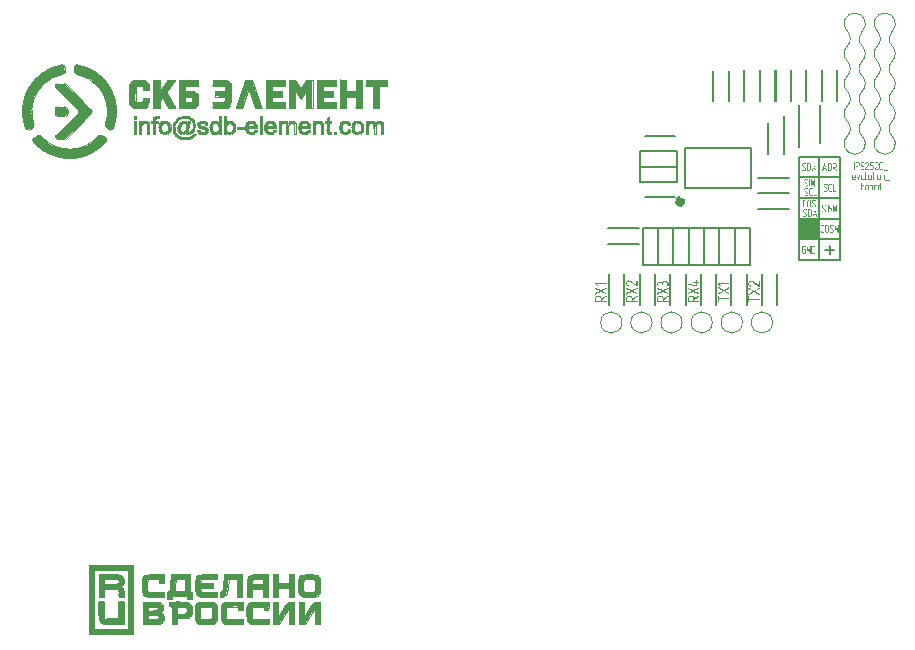
<source format=gto>
%FSLAX44Y44*%
%MOMM*%
G71*
G01*
G75*
%ADD10C,0.2000*%
%ADD25C,0.1000*%
%ADD26C,0.1000*%
%ADD27C,0.2032*%
%ADD28C,0.7000*%
%ADD29C,0.1500*%
%ADD30R,1.7500X1.7500*%
G36*
X-391092Y231717D02*
X-391048Y231743D01*
X-391003Y231665D01*
X-383946Y229774D01*
X-383671Y229298D01*
X-381417Y228694D01*
X-381085Y228118D01*
X-379635Y227730D01*
X-379218Y227008D01*
X-377412Y226524D01*
X-376803Y225469D01*
X-375335Y225075D01*
X-374995Y224485D01*
X-373951Y224205D01*
X-373403Y223257D01*
X-372585Y223038D01*
X-371624Y221374D01*
X-370975Y221200D01*
X-370232Y219912D01*
X-369582Y219738D01*
X-368942Y218629D01*
X-368293Y218455D01*
X-367384Y216881D01*
X-367046Y216790D01*
X-365827Y214680D01*
X-365198Y214511D01*
X-365215Y214449D01*
X-362557Y209846D01*
X-362666Y209440D01*
X-361696Y207761D01*
X-361784Y207433D01*
X-361110Y206265D01*
X-361190Y205966D01*
X-360479Y204733D01*
X-360610Y204242D01*
X-359930Y203063D01*
X-360153Y202229D01*
X-359621Y201308D01*
X-359799Y200646D01*
X-359173Y199562D01*
X-359362Y198857D01*
X-358861Y197990D01*
X-359090Y197135D01*
X-358512Y196132D01*
X-358934Y194556D01*
X-358328Y193506D01*
X-358879Y191449D01*
X-358542Y190864D01*
X-359163Y188546D01*
X-358791Y187902D01*
X-359228Y186270D01*
X-359273Y186244D01*
X-358996Y185764D01*
X-361021Y178204D01*
X-361362Y178007D01*
X-362215Y177050D01*
X-363299Y176889D01*
X-364109Y177106D01*
X-364480Y177750D01*
X-367252Y178492D01*
X-368120Y179996D01*
X-368382Y180066D01*
X-368274Y180472D01*
X-368628Y181086D01*
X-368133Y182932D01*
X-367892Y183071D01*
X-367162Y185797D01*
X-367327Y186083D01*
X-366783Y188111D01*
X-366744Y188134D01*
X-366834Y188290D01*
X-366472Y189642D01*
X-366749Y190123D01*
X-366486Y191107D01*
X-366801Y191652D01*
X-366499Y192779D01*
X-366769Y193247D01*
X-366450Y194436D01*
X-366840Y195111D01*
X-366648Y195828D01*
X-366978Y196400D01*
X-366835Y196933D01*
X-367193Y197552D01*
X-366992Y198304D01*
X-367465Y199123D01*
X-367334Y199611D01*
X-367640Y200142D01*
X-367506Y200643D01*
X-367877Y201285D01*
X-367827Y201471D01*
X-367838Y201474D01*
X-368505Y202629D01*
X-368305Y203375D01*
X-368925Y204449D01*
X-368949Y204456D01*
X-368901Y204633D01*
X-369435Y205557D01*
X-369494Y205573D01*
X-369443Y205763D01*
X-369777Y206341D01*
X-369721Y206549D01*
X-372802Y211885D01*
X-373945Y212192D01*
X-375516Y214913D01*
X-376974Y215825D01*
X-378300Y217577D01*
X-380066Y218050D01*
X-380932Y219551D01*
X-382868Y220069D01*
X-383349Y220902D01*
X-386764Y221817D01*
X-387135Y222460D01*
X-390242Y223293D01*
X-390298Y223390D01*
X-393467Y224239D01*
X-393883Y224961D01*
X-394437Y225109D01*
X-394334Y225492D01*
X-394794Y226287D01*
X-394447Y227580D01*
X-394716Y228045D01*
X-394421Y229146D01*
X-394670Y229577D01*
X-394366Y230713D01*
X-394372Y230724D01*
X-394361Y230730D01*
X-394226Y231237D01*
X-393129Y231870D01*
X-392902Y231809D01*
X-392437Y232078D01*
X-391092Y231717D01*
D02*
G37*
G36*
X-404761Y231860D02*
X-403506Y231600D01*
X-402825Y230742D01*
X-402608Y229932D01*
X-402980Y229289D01*
X-402237Y226517D01*
X-403105Y225013D01*
X-403035Y224751D01*
X-403440Y224642D01*
X-403795Y224028D01*
X-405641Y223534D01*
X-405882Y223673D01*
X-408608Y222943D01*
X-408773Y222657D01*
X-410801Y222113D01*
X-410840Y222136D01*
X-410930Y221980D01*
X-412283Y221617D01*
X-412560Y221137D01*
X-413544Y220873D01*
X-413859Y220327D01*
X-414986Y220026D01*
X-415256Y219558D01*
X-416445Y219239D01*
X-416835Y218564D01*
X-417552Y218372D01*
X-417882Y217800D01*
X-418415Y217657D01*
X-418773Y217038D01*
X-419524Y216836D01*
X-419996Y216017D01*
X-420485Y215886D01*
X-420792Y215355D01*
X-421292Y215221D01*
X-421663Y214579D01*
X-421849Y214530D01*
X-421846Y214518D01*
X-422513Y213363D01*
X-423259Y213163D01*
X-423879Y212089D01*
X-423873Y212065D01*
X-424051Y212018D01*
X-424584Y211094D01*
X-424568Y211035D01*
X-424758Y210984D01*
X-425092Y210406D01*
X-425299Y210350D01*
X-428381Y205013D01*
X-428074Y203871D01*
X-429645Y201149D01*
X-429707Y199431D01*
X-430561Y197406D01*
X-430088Y195640D01*
X-430954Y194140D01*
X-430435Y192204D01*
X-430916Y191371D01*
X-430001Y187957D01*
X-430372Y187313D01*
X-429540Y184207D01*
X-429596Y184109D01*
X-428747Y180941D01*
X-429164Y180219D01*
X-429015Y179665D01*
X-429398Y179563D01*
X-429857Y178768D01*
X-431150Y178421D01*
X-431418Y177956D01*
X-432519Y177661D01*
X-432768Y177229D01*
X-433904Y176925D01*
X-433910Y176914D01*
X-433921Y176920D01*
X-434428Y176785D01*
X-435524Y177418D01*
X-435585Y177645D01*
X-436050Y177913D01*
X-436411Y179258D01*
X-436455Y179284D01*
X-436410Y179361D01*
X-438301Y186419D01*
X-438026Y186895D01*
X-438630Y189148D01*
X-438298Y189724D01*
X-438686Y191174D01*
X-438269Y191896D01*
X-438753Y193702D01*
X-438144Y194757D01*
X-438537Y196225D01*
X-438196Y196815D01*
X-438476Y197859D01*
X-437929Y198807D01*
X-438148Y199626D01*
X-437187Y201289D01*
X-437361Y201938D01*
X-436618Y203226D01*
X-436791Y203875D01*
X-436151Y204984D01*
X-436325Y205633D01*
X-435416Y207208D01*
X-435507Y207546D01*
X-434288Y209657D01*
X-434457Y210286D01*
X-434394Y210302D01*
X-431737Y214906D01*
X-431332Y215014D01*
X-430362Y216694D01*
X-430034Y216782D01*
X-429360Y217949D01*
X-429060Y218029D01*
X-428349Y219262D01*
X-427857Y219394D01*
X-427177Y220573D01*
X-426343Y220796D01*
X-425811Y221717D01*
X-425149Y221895D01*
X-424523Y222979D01*
X-423818Y223168D01*
X-423317Y224035D01*
X-422462Y224264D01*
X-421884Y225266D01*
X-420307Y225688D01*
X-419701Y226738D01*
X-417644Y227289D01*
X-417306Y227874D01*
X-414988Y228495D01*
X-414616Y229140D01*
X-412984Y229577D01*
X-412939Y229551D01*
X-412662Y230031D01*
X-405102Y232057D01*
X-404761Y231860D01*
D02*
G37*
G36*
X-339869Y219095D02*
X-336076D01*
X-335136Y218156D01*
X-334197D01*
X-332518Y216476D01*
Y216278D01*
X-331596Y215356D01*
X-331181Y214435D01*
Y213731D01*
Y213117D01*
Y211311D01*
X-331398Y211094D01*
Y210407D01*
X-336166D01*
X-336274Y210516D01*
Y211762D01*
X-336365Y211852D01*
Y212719D01*
X-336997Y213351D01*
Y213550D01*
X-337611D01*
X-337918Y213857D01*
X-339562D01*
X-339580Y213875D01*
X-339652Y213803D01*
X-341729D01*
X-342596Y212936D01*
X-342813D01*
Y212830D01*
X-342901Y201289D01*
Y200758D01*
X-342542Y200399D01*
X-341149D01*
X-340969Y200219D01*
X-339488D01*
X-339491Y200275D01*
X-339473Y200257D01*
X-338267D01*
X-338249Y200239D01*
X-337206D01*
X-336756Y200689D01*
Y200887D01*
X-336576Y201067D01*
Y203136D01*
X-336486Y203226D01*
Y203603D01*
X-335911D01*
X-335893Y203622D01*
X-333770D01*
X-333716Y203675D01*
X-331773D01*
X-331647Y203550D01*
X-331359D01*
Y203352D01*
X-331197Y203190D01*
Y201625D01*
X-331215Y201607D01*
Y200275D01*
X-331539Y199952D01*
Y199052D01*
X-332007Y198584D01*
Y197757D01*
X-332655Y197109D01*
Y196947D01*
X-333590Y196012D01*
X-334022D01*
X-334580Y195454D01*
X-335839D01*
X-336145Y195148D01*
X-337746D01*
X-337818Y195076D01*
X-337929Y195188D01*
X-340116D01*
X-340161Y195233D01*
X-343312D01*
X-344833Y195727D01*
X-346270Y197164D01*
X-346585D01*
Y197299D01*
X-348202Y198916D01*
Y202196D01*
X-348292Y202285D01*
X-348067Y202510D01*
Y215493D01*
X-345551Y218008D01*
Y218053D01*
X-345102D01*
X-344249Y218907D01*
X-342542D01*
Y218897D01*
X-341711D01*
X-341296Y219312D01*
X-340086D01*
X-339869Y219095D01*
D02*
G37*
G36*
X-266519Y218873D02*
X-265264D01*
X-264252Y217861D01*
X-263821D01*
X-262797Y216836D01*
Y216549D01*
X-262047Y215799D01*
Y213749D01*
X-261643Y213345D01*
Y200208D01*
X-261682Y200169D01*
Y200068D01*
X-261899Y199851D01*
Y199191D01*
X-262337Y198754D01*
Y198269D01*
X-263036Y197570D01*
Y197202D01*
X-264084Y196154D01*
X-264318D01*
X-264945Y195528D01*
X-266546D01*
X-266821Y195253D01*
X-275745D01*
X-275828Y195169D01*
X-277321D01*
X-277495Y195343D01*
Y195562D01*
X-277612Y195679D01*
X-277085Y200457D01*
X-275120D01*
X-274990Y200327D01*
X-274860Y200457D01*
X-267815D01*
X-267738Y200534D01*
X-267507D01*
X-267019Y201021D01*
Y201427D01*
X-267303Y201711D01*
Y204380D01*
X-267542Y204619D01*
X-271299D01*
X-271773Y205093D01*
X-274876D01*
X-274930Y205147D01*
X-275402D01*
Y209122D01*
X-274875Y209650D01*
X-272493D01*
X-272458Y209685D01*
X-268903D01*
X-267961Y209650D01*
X-267043Y210567D01*
Y210683D01*
X-266990Y210736D01*
Y213530D01*
X-266995Y213535D01*
X-267932D01*
X-268091Y213694D01*
X-269806D01*
X-269823Y213677D01*
X-271997D01*
X-272015Y213694D01*
X-274666D01*
X-274684Y213712D01*
X-276982D01*
X-277095Y213825D01*
X-277196D01*
Y213826D01*
X-277591Y214222D01*
X-277477Y218838D01*
X-277424Y218891D01*
X-276823D01*
X-276734Y218979D01*
X-267649D01*
X-267543Y218873D01*
X-267243D01*
X-266990Y218621D01*
Y218696D01*
X-266666Y219020D01*
X-266519Y218873D01*
D02*
G37*
G36*
X-216643Y218766D02*
Y214345D01*
X-216640Y214343D01*
Y214233D01*
X-216740D01*
X-217162Y213812D01*
X-227233Y213812D01*
X-227240Y213819D01*
Y209650D01*
X-219114Y209650D01*
Y209647D01*
X-218852Y209385D01*
Y204847D01*
X-219079Y204620D01*
X-223172D01*
X-223174Y204619D01*
X-227240D01*
Y200577D01*
X-217102D01*
X-216643Y200118D01*
Y195694D01*
X-216641Y195692D01*
X-216804Y195529D01*
Y195324D01*
X-232094D01*
X-232257Y195161D01*
X-232258D01*
X-232517Y195419D01*
X-232740Y200577D01*
X-232500Y218827D01*
X-217087D01*
X-216895Y219019D01*
X-216643Y218766D01*
D02*
G37*
G36*
X-289693Y218776D02*
Y218756D01*
X-289692Y218755D01*
Y214224D01*
X-290101Y213815D01*
X-290113D01*
X-290116Y213812D01*
X-295545D01*
X-295560Y213827D01*
X-300959D01*
X-300629Y213497D01*
Y209738D01*
X-295421D01*
X-294585Y209736D01*
X-293379Y209326D01*
X-292499Y208838D01*
X-291954Y208292D01*
X-291793D01*
X-291055Y207554D01*
Y207329D01*
X-289992Y206267D01*
Y205631D01*
X-290082Y205541D01*
Y204393D01*
X-289688Y203999D01*
Y201816D01*
X-289733Y201771D01*
Y200497D01*
X-289855Y200376D01*
Y199103D01*
X-290234Y198724D01*
Y197587D01*
X-291173Y196647D01*
Y196541D01*
X-291507D01*
X-292553Y195495D01*
X-293599D01*
X-294235Y194858D01*
X-294842D01*
Y195316D01*
X-295078D01*
X-295352Y195042D01*
X-295443Y195133D01*
X-299053D01*
X-299304Y195385D01*
X-300629D01*
Y195161D01*
X-300713Y195077D01*
X-305849D01*
X-306059Y195286D01*
X-306094D01*
Y195328D01*
X-306189Y195423D01*
Y213776D01*
X-306240Y213827D01*
X-306191Y218755D01*
X-305926Y219020D01*
X-289936D01*
X-289693Y218776D01*
D02*
G37*
G36*
X-193061Y218888D02*
Y195161D01*
X-198022D01*
X-198165Y195304D01*
X-197937Y195427D01*
X-198196D01*
X-198192Y195331D01*
X-198279Y195418D01*
Y195427D01*
X-198196D01*
X-198240Y196494D01*
Y209788D01*
X-198279Y209827D01*
X-199212Y208894D01*
Y208525D01*
X-200208Y207528D01*
Y206911D01*
X-201665Y205454D01*
Y204521D01*
X-202554Y203633D01*
X-202676Y203755D01*
X-203193D01*
Y203825D01*
X-204445Y205077D01*
Y205933D01*
X-205665Y207153D01*
Y207656D01*
X-207457Y209448D01*
Y195688D01*
X-207984Y195161D01*
X-207988D01*
X-208011Y195184D01*
X-212432D01*
Y195291D01*
X-212833Y195692D01*
X-212830Y218769D01*
X-212821Y218778D01*
X-207624D01*
X-206585Y217464D01*
X-202904Y211864D01*
X-199510Y216933D01*
X-198190Y218931D01*
X-193104D01*
X-193061Y218888D01*
D02*
G37*
G36*
X-246836Y218931D02*
X-244339D01*
Y218986D01*
X-243545Y218192D01*
Y216506D01*
X-243022Y215983D01*
Y214746D01*
X-242284Y214009D01*
Y212743D01*
X-242110Y212569D01*
X-241977Y212619D01*
Y212437D01*
X-241461Y211920D01*
Y211819D01*
X-241645Y212003D01*
Y211300D01*
X-241461Y211117D01*
Y210414D01*
X-240934Y209887D01*
Y209161D01*
X-240509Y208736D01*
Y208027D01*
X-240195Y207713D01*
Y207034D01*
X-239818Y206657D01*
Y206021D01*
X-239465Y205668D01*
Y205031D01*
X-239124Y204690D01*
Y203936D01*
X-238717Y203530D01*
Y202625D01*
X-238393Y202301D01*
Y201823D01*
X-238066Y201495D01*
Y200841D01*
X-237819Y200594D01*
Y200265D01*
X-237399Y199845D01*
Y198955D01*
X-237096Y198653D01*
Y197716D01*
X-236138Y196758D01*
Y195336D01*
X-236313Y195161D01*
X-236458Y195305D01*
X-241286D01*
X-243323Y200841D01*
X-245035Y205891D01*
Y206217D01*
X-245336Y206518D01*
Y207355D01*
X-245660Y207678D01*
Y208316D01*
X-246054Y208711D01*
Y209271D01*
X-246627Y209843D01*
Y210842D01*
Y211597D01*
X-247055Y212025D01*
Y211815D01*
X-246898Y211658D01*
X-247055Y211500D01*
Y210928D01*
X-248103Y209880D01*
Y208418D01*
X-248566Y207955D01*
Y206882D01*
X-249200Y206249D01*
Y204860D01*
X-249809Y204250D01*
Y202642D01*
X-250711Y201740D01*
X-251036Y199450D01*
X-251418Y198328D01*
Y197475D01*
X-251954Y196939D01*
X-252222D01*
Y195612D01*
X-252673Y195161D01*
X-256217D01*
X-256297Y195081D01*
X-256383Y195167D01*
X-257774D01*
X-257908Y195301D01*
X-252222Y212415D01*
X-252205D01*
X-249914Y219126D01*
X-249825Y219215D01*
X-247119D01*
X-246836Y218931D01*
D02*
G37*
G36*
X-151150Y218872D02*
Y195528D01*
X-151515Y195163D01*
X-156178D01*
X-156497Y195481D01*
X-156544Y204655D01*
X-164254D01*
Y200173D01*
X-164263Y200164D01*
Y195574D01*
X-164676Y195161D01*
X-169119D01*
Y195164D01*
X-169647Y195692D01*
X-169642Y195696D01*
Y218656D01*
X-169210Y219088D01*
X-164505D01*
Y209954D01*
X-164254Y209703D01*
X-156544D01*
Y218829D01*
X-156282Y219091D01*
X-151368D01*
X-151150Y218872D01*
D02*
G37*
G36*
X-310093Y218477D02*
Y217404D01*
X-311854Y215643D01*
Y215332D01*
X-312864Y214322D01*
Y214013D01*
X-313834Y213043D01*
Y212609D01*
X-314805Y211638D01*
Y211039D01*
X-316045Y209799D01*
Y209261D01*
X-316814Y208492D01*
X-315992Y207670D01*
Y206968D01*
X-315013Y205988D01*
Y205536D01*
X-313984Y204507D01*
Y203980D01*
X-313306Y203302D01*
Y202398D01*
X-312252Y201344D01*
Y200797D01*
X-311574Y200119D01*
Y199687D01*
X-310896Y199009D01*
Y198557D01*
X-310245Y197906D01*
Y197058D01*
X-308986Y195800D01*
Y195248D01*
X-309074Y195161D01*
X-314563D01*
X-314572Y195170D01*
X-314634D01*
X-314737Y195068D01*
X-315063Y195394D01*
X-315089D01*
Y195494D01*
X-315666Y196072D01*
Y196850D01*
X-316595Y197779D01*
Y198457D01*
X-317323Y199185D01*
Y199838D01*
X-318327Y200842D01*
Y201896D01*
X-319156Y202725D01*
X-319256D01*
X-320420Y203888D01*
X-321302Y203006D01*
Y202915D01*
X-322302Y201915D01*
Y201892D01*
X-322446D01*
Y195347D01*
X-322486D01*
X-322673Y195161D01*
X-327522D01*
X-327762Y195401D01*
Y218613D01*
X-322703Y218971D01*
X-322446Y218713D01*
Y209531D01*
X-322283Y209611D01*
X-320266Y211628D01*
Y212873D01*
X-318897Y214242D01*
Y214634D01*
X-318049Y215482D01*
Y215833D01*
X-317285Y216598D01*
Y216763D01*
X-316499Y217548D01*
Y217652D01*
X-315817Y218333D01*
Y218561D01*
X-315434Y218944D01*
Y218995D01*
X-309575D01*
X-310093Y218477D01*
D02*
G37*
G36*
X-198165Y195304D02*
X-198190Y195291D01*
X-198192Y195331D01*
X-198165Y195304D01*
D02*
G37*
G36*
X-130263Y218703D02*
X-130101D01*
Y213812D01*
X-136401Y213811D01*
Y195422D01*
X-136405D01*
X-136666Y195161D01*
X-141600Y195422D01*
X-141794Y213812D01*
X-142060Y214078D01*
X-148055D01*
Y218754D01*
X-147482Y219327D01*
X-130887D01*
X-130263Y218703D01*
D02*
G37*
G36*
X-188878Y218824D02*
X-173498D01*
Y214195D01*
X-173860Y213834D01*
X-184026D01*
X-184048Y213812D01*
X-183813Y213577D01*
Y209880D01*
X-176152D01*
X-175921Y209649D01*
X-175923Y209647D01*
Y204623D01*
X-184044D01*
X-184048Y204619D01*
Y200368D01*
X-173717D01*
X-173455Y200106D01*
Y195692D01*
X-173455Y195692D01*
X-173871Y195276D01*
Y195179D01*
X-189053D01*
X-189071Y195161D01*
X-189073Y219018D01*
X-188878Y218824D01*
D02*
G37*
G36*
X-405836Y196252D02*
X-403212D01*
X-402929Y195968D01*
X-402429D01*
X-400959Y194499D01*
X-400763D01*
Y194020D01*
X-399522Y192779D01*
Y191490D01*
X-400421Y190590D01*
X-400447D01*
Y190525D01*
X-402429Y188543D01*
X-403297D01*
X-403437Y188404D01*
X-408796D01*
X-410169Y188805D01*
Y188914D01*
X-410768Y189513D01*
Y192321D01*
X-410812Y192365D01*
X-410768Y192408D01*
Y194869D01*
X-409995Y195642D01*
Y196110D01*
X-408449D01*
X-408231Y196328D01*
X-405912D01*
X-405836Y196252D01*
D02*
G37*
G36*
X-323775Y188267D02*
X-323086D01*
Y187603D01*
X-323454Y187235D01*
Y186682D01*
X-323694D01*
X-323778Y186767D01*
X-325114D01*
X-325418Y186462D01*
X-325562D01*
Y186309D01*
X-325937Y185933D01*
Y184127D01*
X-325957Y184108D01*
X-323858D01*
Y182695D01*
X-325936D01*
Y173324D01*
X-327764D01*
Y182695D01*
X-329385D01*
Y184108D01*
X-327764D01*
X-327654Y184217D01*
Y186999D01*
X-326843Y187810D01*
Y187868D01*
X-326705D01*
X-326213Y188361D01*
X-325335D01*
X-325247Y188449D01*
X-323957D01*
X-323775Y188267D01*
D02*
G37*
G36*
X-342544Y186123D02*
X-344373D01*
Y188201D01*
X-342544D01*
Y186123D01*
D02*
G37*
G36*
X-215701Y183870D02*
X-214820D01*
X-213845Y182894D01*
X-213804D01*
Y182760D01*
X-213658Y182614D01*
X-213166Y183106D01*
X-213109D01*
X-212159Y184057D01*
X-210564D01*
X-210542Y184079D01*
X-209292D01*
X-208595Y183862D01*
X-207952Y183220D01*
Y182914D01*
X-207729Y182692D01*
X-207595Y182826D01*
X-207427D01*
Y173748D01*
X-207003Y173324D01*
X-208831D01*
X-208948Y181473D01*
X-208762Y181659D01*
X-208936D01*
Y181783D01*
X-209569Y182416D01*
X-210429D01*
X-210576Y182563D01*
X-210587Y182552D01*
X-212261D01*
X-213403Y181411D01*
Y173324D01*
X-215231D01*
X-215715Y182197D01*
X-215416D01*
Y182285D01*
X-216500D01*
X-216826Y182610D01*
X-216961Y182474D01*
X-218370D01*
X-219075Y181770D01*
X-219397D01*
Y179317D01*
X-219802Y178913D01*
Y173324D01*
X-221631D01*
Y184108D01*
X-220037D01*
X-219444Y183514D01*
X-219156Y183802D01*
X-218668D01*
X-218153Y184317D01*
X-216148D01*
X-215701Y183870D01*
D02*
G37*
G36*
X-283832Y184076D02*
X-283137Y183381D01*
X-282971D01*
Y183305D01*
X-282244Y182578D01*
Y181604D01*
X-281970Y181330D01*
X-282122Y181178D01*
X-283714D01*
X-283864Y181328D01*
Y181734D01*
X-284555Y182425D01*
Y182443D01*
X-284759D01*
X-284994Y182678D01*
X-286091D01*
X-286251Y182838D01*
X-286477Y182612D01*
X-287689D01*
X-288239Y182062D01*
X-288259Y182078D01*
X-288416Y181921D01*
Y181023D01*
X-287560Y180166D01*
X-287344D01*
X-287501Y180323D01*
X-285692Y180016D01*
X-284775Y179468D01*
X-284181D01*
X-283702Y178988D01*
X-282900D01*
X-281676Y177764D01*
Y176702D01*
X-281552Y176577D01*
Y175418D01*
X-282461Y174317D01*
X-282487D01*
X-283467Y173338D01*
X-284578Y173104D01*
X-287235D01*
X-287540Y173409D01*
X-288511D01*
X-288967Y173866D01*
X-290481Y176414D01*
X-288888D01*
X-288665Y176637D01*
X-287632Y175604D01*
Y175012D01*
X-287451D01*
X-287047Y174607D01*
X-285276D01*
X-285046Y174837D01*
X-284332D01*
X-283751Y175418D01*
X-283725D01*
Y175835D01*
X-283431Y176129D01*
X-283489Y176187D01*
Y176748D01*
X-284068Y177327D01*
X-285100D01*
X-285905Y178133D01*
X-287391D01*
X-287948Y178689D01*
X-288779D01*
X-289587Y179497D01*
Y179508D01*
X-290193Y180113D01*
Y181762D01*
X-289528Y182426D01*
Y183076D01*
X-289201Y183404D01*
X-289197Y183400D01*
X-288837Y183760D01*
X-287602Y184189D01*
X-286861Y184332D01*
X-285076D01*
X-283832Y184076D01*
D02*
G37*
G36*
X-143147Y184321D02*
X-141631D01*
X-141027Y183717D01*
X-140571D01*
Y183579D01*
X-139935Y182943D01*
Y182694D01*
X-139736D01*
Y182495D01*
X-139406Y182824D01*
Y182940D01*
X-139376D01*
X-138354Y183962D01*
X-136916D01*
X-136543Y184334D01*
X-136492Y184283D01*
X-135183D01*
X-134950Y184049D01*
X-134563Y183662D01*
X-134176D01*
Y183357D01*
X-133187Y182368D01*
Y173419D01*
X-133092Y173324D01*
X-134920D01*
X-135195Y181631D01*
X-135509Y181945D01*
Y182285D01*
X-136158D01*
X-136669Y182795D01*
X-137116Y182348D01*
X-138314D01*
X-139736Y179009D01*
Y173568D01*
X-139492Y173324D01*
X-141310D01*
X-141695Y181978D01*
X-141886D01*
X-142416Y182508D01*
X-143476D01*
X-143529Y182561D01*
X-143762Y182328D01*
X-144547D01*
X-145183Y181692D01*
X-145247D01*
Y181444D01*
X-145891Y180800D01*
Y178913D01*
X-146078Y179618D01*
Y173511D01*
X-145891Y173324D01*
X-147720D01*
Y184108D01*
X-146078D01*
Y183066D01*
X-145522Y183622D01*
X-144717D01*
X-144049Y184289D01*
X-143328D01*
X-143222Y184396D01*
X-143147Y184321D01*
D02*
G37*
G36*
X-186716Y184115D02*
X-186182D01*
X-185910Y183844D01*
X-185439D01*
X-184117Y182521D01*
Y173422D01*
X-184019Y173324D01*
X-185783Y173422D01*
X-186065Y181898D01*
X-186208D01*
X-186796Y182486D01*
X-187197D01*
X-187277Y182566D01*
X-189280D01*
X-189467Y182379D01*
X-189801D01*
X-190322Y181858D01*
Y181235D01*
X-190771Y180787D01*
X-190938Y181099D01*
Y173324D01*
X-192767D01*
Y184108D01*
X-191125D01*
X-190938Y183921D01*
Y182965D01*
X-190149Y183755D01*
X-189721D01*
X-189307Y184169D01*
X-188599D01*
X-188506Y184262D01*
X-186863D01*
X-186716Y184115D01*
D02*
G37*
G36*
X-270725Y173324D02*
X-272429D01*
X-272440Y174628D01*
X-273191Y173877D01*
Y173827D01*
X-273230D01*
X-273747Y173310D01*
X-274407D01*
X-274623Y173095D01*
X-275422D01*
Y173098D01*
X-276276D01*
X-276785Y173606D01*
X-277654D01*
X-278638Y174591D01*
X-278711D01*
Y174666D01*
X-279247Y175201D01*
Y175617D01*
X-279677Y176047D01*
Y176655D01*
X-279976Y176955D01*
Y177790D01*
X-280075Y177888D01*
Y178641D01*
X-280074D01*
Y179846D01*
X-279768Y180152D01*
Y181469D01*
X-278957Y182279D01*
Y182728D01*
X-277914Y183771D01*
X-277517D01*
X-277049Y184239D01*
X-275652D01*
X-275555Y184335D01*
X-275352Y184132D01*
X-273943D01*
X-272661Y182851D01*
X-272554D01*
X-272509Y182853D01*
X-272554Y188201D01*
X-270725D01*
Y173324D01*
D02*
G37*
G36*
X-333175Y183677D02*
X-332246D01*
X-331382Y182813D01*
Y181982D01*
X-331009Y181609D01*
Y173324D01*
X-332838D01*
Y180582D01*
X-333111Y180855D01*
Y181804D01*
X-334031Y182724D01*
X-335408D01*
X-335423Y182739D01*
X-335839Y182323D01*
X-336674D01*
X-337911Y181086D01*
Y173341D01*
X-337928Y173324D01*
X-339757D01*
Y184108D01*
X-338115D01*
Y182624D01*
X-337547Y183192D01*
Y183262D01*
X-337437D01*
X-336768Y183931D01*
X-335960D01*
X-335556Y184335D01*
X-333832D01*
X-333175Y183677D01*
D02*
G37*
G36*
X-165193Y184303D02*
X-164275D01*
X-164159Y184188D01*
X-163596D01*
X-163067Y183659D01*
X-162613D01*
X-161607Y182653D01*
Y182116D01*
X-161071Y181580D01*
Y181024D01*
X-161006Y180958D01*
X-161170Y180794D01*
X-162631D01*
X-162766Y180659D01*
X-163244Y181817D01*
X-163614Y182187D01*
Y182247D01*
X-163904D01*
X-164485Y182828D01*
X-165188D01*
X-165199Y182840D01*
X-165206Y182833D01*
X-166493D01*
X-166558Y182768D01*
X-166470Y182596D01*
X-166690Y182376D01*
X-166896D01*
X-167233Y182040D01*
X-167285D01*
X-167294Y182032D01*
Y181885D01*
X-168115Y181064D01*
Y179799D01*
X-168335Y179580D01*
Y177949D01*
X-168156Y177770D01*
Y176843D01*
X-168125D01*
Y176776D01*
X-168156Y176807D01*
Y176843D01*
X-168221D01*
Y176808D01*
X-167795Y176383D01*
Y175852D01*
X-166602Y174658D01*
X-165234D01*
X-165203Y174628D01*
X-164367D01*
X-163666Y175329D01*
X-163452D01*
Y175545D01*
X-162703Y176294D01*
Y177187D01*
X-162621Y177269D01*
X-162499Y177147D01*
X-161727D01*
X-161088Y176507D01*
X-160938D01*
Y176101D01*
X-161566Y175473D01*
Y174896D01*
X-162678Y173784D01*
X-163280D01*
X-163943Y173120D01*
X-165511D01*
X-165532Y173098D01*
X-165536Y173115D01*
X-165552Y173099D01*
X-165570Y173117D01*
X-166306D01*
X-166535Y173346D01*
X-167443D01*
X-168068Y173972D01*
X-168295D01*
X-169179Y174855D01*
Y175179D01*
X-169826Y175826D01*
Y176406D01*
X-169858Y176438D01*
X-169901Y176395D01*
X-169987Y176482D01*
Y176961D01*
X-170098Y177072D01*
Y178305D01*
X-170201Y178408D01*
X-170198Y178411D01*
Y179711D01*
X-170007Y179903D01*
Y180982D01*
X-169618Y181371D01*
Y182026D01*
X-169069Y182575D01*
Y182664D01*
X-169046D01*
X-168028Y183682D01*
X-167586D01*
X-167472Y183795D01*
X-167210Y184057D01*
X-166665D01*
X-166487Y184235D01*
X-165325D01*
X-165225Y184335D01*
X-165193Y184303D01*
D02*
G37*
G36*
X-154713Y184322D02*
X-154144D01*
X-154053Y184231D01*
X-153495D01*
X-153252Y183987D01*
X-152472D01*
X-151367Y182882D01*
X-151273D01*
Y182744D01*
X-150285Y181756D01*
Y180835D01*
X-149917Y180467D01*
Y179216D01*
X-149868Y179166D01*
X-149868Y179166D01*
Y178621D01*
X-149865Y178618D01*
X-149868Y178615D01*
Y178367D01*
X-149873Y178362D01*
X-149889Y178379D01*
Y177728D01*
X-149991Y177626D01*
Y176630D01*
X-150405Y176216D01*
Y175531D01*
X-151003Y174933D01*
Y174823D01*
X-151050D01*
X-152241Y173632D01*
X-152619D01*
X-153156Y173095D01*
X-154826D01*
X-156985Y173470D01*
X-157159Y173644D01*
X-157650D01*
X-158876Y174869D01*
Y175054D01*
X-159619Y175797D01*
Y177090D01*
X-159955Y177426D01*
Y178883D01*
X-159959Y178888D01*
X-159955Y178892D01*
Y178946D01*
X-159928Y178919D01*
X-159896Y178951D01*
Y180371D01*
X-159418Y180849D01*
Y181899D01*
X-158326Y182992D01*
Y183116D01*
X-158267D01*
X-157785Y183598D01*
X-156917D01*
X-156193Y184323D01*
X-155213D01*
Y184328D01*
X-155236D01*
X-155228Y184336D01*
X-154727D01*
X-154713Y184322D01*
D02*
G37*
G36*
X-244854Y184324D02*
X-244817D01*
X-244807Y184334D01*
X-244703Y184230D01*
X-243289D01*
X-242647Y183588D01*
X-242135D01*
X-241081Y182533D01*
Y182296D01*
X-240518Y181734D01*
Y181068D01*
X-240192Y180742D01*
Y180139D01*
X-240066Y180012D01*
Y179687D01*
X-239999Y179620D01*
X-240057Y179563D01*
Y178359D01*
X-240214Y178202D01*
X-247987D01*
Y178144D01*
X-248045Y178202D01*
X-248088D01*
X-248085Y178242D01*
X-248174Y178330D01*
Y176935D01*
X-247585Y176346D01*
Y176065D01*
X-247001Y175482D01*
Y175446D01*
X-246976D01*
X-246286Y174756D01*
X-245709D01*
X-245550Y174597D01*
X-244195D01*
X-243988Y174804D01*
X-243465D01*
X-242919Y175350D01*
X-242864D01*
Y175382D01*
X-242367Y175879D01*
Y176233D01*
X-242025Y176576D01*
Y176755D01*
X-241122D01*
X-240890Y176522D01*
X-240124D01*
Y176359D01*
X-240396Y176087D01*
Y175472D01*
X-241181Y174687D01*
Y174533D01*
X-241233D01*
X-242191Y173575D01*
X-242773D01*
X-243121Y173228D01*
X-244046D01*
X-244175Y173099D01*
X-245091D01*
X-245110Y173118D01*
X-246116D01*
X-246385Y173387D01*
X-247100D01*
X-247877Y174163D01*
X-248193D01*
X-248993Y174964D01*
Y175231D01*
X-249473Y175711D01*
Y176128D01*
X-249730Y176386D01*
Y176966D01*
X-249914Y177149D01*
Y177695D01*
X-249943Y178330D01*
X-249956D01*
Y178390D01*
X-249959Y178393D01*
Y178661D01*
X-249961Y178696D01*
X-249959Y178694D01*
Y179452D01*
X-249828Y179582D01*
Y180697D01*
X-249267Y181258D01*
Y182086D01*
X-248014Y183339D01*
Y183346D01*
X-247593D01*
X-246748Y184191D01*
X-245712D01*
X-245578Y184325D01*
X-244860D01*
X-244850Y184335D01*
X-244854Y184324D01*
D02*
G37*
G36*
X-251353Y177791D02*
X-257005D01*
Y179620D01*
X-251353D01*
Y177791D01*
D02*
G37*
G36*
X-300495Y188381D02*
X-298954D01*
X-298585Y188012D01*
X-297701D01*
X-297478Y187789D01*
X-296848D01*
X-296032Y186972D01*
X-295594D01*
X-294314Y185692D01*
X-294287D01*
Y185619D01*
X-293612Y184944D01*
Y184434D01*
X-292829Y183652D01*
Y183245D01*
X-292480Y182896D01*
Y181958D01*
X-292525D01*
Y181846D01*
X-292362Y181683D01*
Y180013D01*
X-292491Y179883D01*
Y178080D01*
X-293023Y177548D01*
Y176999D01*
X-293931Y176092D01*
Y175808D01*
X-295253Y174486D01*
X-295454D01*
X-296157Y173783D01*
X-296595D01*
X-296890Y173487D01*
X-297983D01*
X-298185Y173286D01*
X-298563D01*
X-298565Y173283D01*
X-298868D01*
X-299200Y173614D01*
X-299793D01*
Y173779D01*
X-300529Y174067D01*
X-301062Y174512D01*
X-301880Y173694D01*
X-303146D01*
X-303537Y173303D01*
X-303836Y173602D01*
X-305118D01*
X-306173Y174657D01*
X-306194D01*
Y174845D01*
X-306681Y175331D01*
Y175978D01*
X-307186Y176483D01*
Y178535D01*
X-306968Y178753D01*
Y180209D01*
X-306285Y180892D01*
Y181575D01*
X-305468Y182391D01*
Y182516D01*
X-304468Y183516D01*
X-304079D01*
X-303508Y184087D01*
X-302796D01*
X-302563Y184320D01*
X-301529D01*
X-301003Y183795D01*
X-300034D01*
X-299086Y182847D01*
Y182772D01*
X-299237Y182118D01*
X-298886Y182470D01*
X-298918Y182502D01*
Y183656D01*
X-298530Y184045D01*
X-296722D01*
X-296964Y183016D01*
X-297452Y180637D01*
X-297929Y178315D01*
X-298017Y177886D01*
X-298408Y176868D01*
X-298470Y176805D01*
Y176086D01*
X-298408Y176148D01*
X-298238Y175444D01*
X-298057Y175263D01*
X-297805D01*
X-297417Y175311D01*
X-296676D01*
X-296270Y175717D01*
X-296144D01*
X-295071Y176791D01*
Y177105D01*
X-294484Y177691D01*
Y178079D01*
X-294144Y178419D01*
Y179223D01*
X-293855Y179512D01*
Y180818D01*
X-293886Y180849D01*
Y181903D01*
X-293974Y181814D01*
X-294448Y182287D01*
Y183468D01*
X-295759Y184778D01*
Y185023D01*
X-295895D01*
X-296968Y186096D01*
X-298418D01*
X-299199Y186876D01*
X-301327D01*
X-301421Y186970D01*
X-301458Y186933D01*
X-302811D01*
X-303629Y186115D01*
X-305351D01*
X-306388Y185077D01*
X-306634D01*
X-307925Y183786D01*
Y183356D01*
X-308963Y182318D01*
Y181441D01*
X-309438Y180966D01*
Y179617D01*
X-309582Y179473D01*
Y178260D01*
X-309604Y178238D01*
X-309592Y178226D01*
Y177412D01*
X-309505Y177324D01*
Y176366D01*
X-309303Y176164D01*
Y175405D01*
X-308901Y175002D01*
Y174496D01*
X-308216Y173811D01*
Y173407D01*
X-307177Y172368D01*
X-307130D01*
X-306635Y171873D01*
X-306196D01*
X-305635Y171312D01*
X-305026D01*
X-304614Y170900D01*
X-303547D01*
X-303218Y170571D01*
X-302098D01*
X-301990Y170463D01*
X-300781D01*
X-300775Y170457D01*
X-300745Y170487D01*
X-299320D01*
X-299133Y170674D01*
X-297581D01*
X-296998Y171257D01*
X-296346D01*
X-295708Y171894D01*
X-295254D01*
X-293709Y173440D01*
Y173532D01*
X-292032Y173248D01*
Y173015D01*
X-293053Y171994D01*
Y171930D01*
X-293081D01*
X-294325Y170686D01*
X-294909D01*
X-295900Y169694D01*
X-296886D01*
X-297334Y169247D01*
X-298440D01*
X-298622Y169065D01*
X-299964D01*
X-300068Y168962D01*
X-301590D01*
X-301682Y169054D01*
X-303269D01*
X-303652Y169436D01*
X-305269D01*
X-305889Y170056D01*
X-306705D01*
X-307766Y171117D01*
X-308041D01*
X-309605Y172680D01*
Y172872D01*
X-310012Y173279D01*
Y173708D01*
X-310842Y174538D01*
Y175931D01*
X-311064Y176152D01*
Y178043D01*
X-311100Y178079D01*
X-311033Y178145D01*
Y179701D01*
X-310479Y180254D01*
Y182150D01*
X-309734Y182895D01*
Y183843D01*
X-308717Y184860D01*
Y185126D01*
X-306952Y186891D01*
X-306459D01*
X-305755Y187595D01*
X-304890D01*
X-304342Y188143D01*
X-303226D01*
X-302966Y188403D01*
X-301777D01*
X-301731Y188449D01*
X-300563D01*
X-300495Y188381D01*
D02*
G37*
G36*
X-172840Y173324D02*
X-174918D01*
Y175402D01*
X-172840D01*
Y173324D01*
D02*
G37*
G36*
X-236016D02*
X-237844D01*
Y188201D01*
X-236016D01*
Y173324D01*
D02*
G37*
G36*
X-342544D02*
X-344373D01*
Y184108D01*
X-342544D01*
Y173324D01*
D02*
G37*
G36*
X-179071Y184108D02*
X-177242D01*
Y182695D01*
X-179071D01*
Y175828D01*
X-178798Y175555D01*
Y175038D01*
X-178005D01*
X-177951Y175092D01*
X-177599Y174741D01*
X-177437D01*
Y174362D01*
X-177032Y173957D01*
Y173416D01*
X-177302Y173146D01*
X-178546D01*
X-178627Y173227D01*
X-179289D01*
X-179438Y173375D01*
X-179432Y173393D01*
X-179466D01*
X-179790Y173717D01*
X-180243D01*
X-180675Y174148D01*
Y174407D01*
X-180825Y182695D01*
X-182250D01*
Y184108D01*
X-180851D01*
X-180899Y186774D01*
X-179801Y187872D01*
X-179071D01*
Y184108D01*
D02*
G37*
G36*
X-266026Y183291D02*
X-265926Y183390D01*
X-265402D01*
X-264638Y184155D01*
X-264139D01*
X-263958Y184335D01*
X-262568D01*
X-262453Y184220D01*
X-261423D01*
X-260776Y183573D01*
X-260483D01*
X-259727Y182817D01*
Y182619D01*
X-259027Y181918D01*
Y181388D01*
X-258793Y181155D01*
Y180945D01*
X-258825D01*
X-258747Y180784D01*
Y180672D01*
X-258594Y180520D01*
Y179570D01*
X-258507Y179482D01*
Y178507D01*
X-258571Y178443D01*
Y177109D01*
X-258870Y176810D01*
Y176088D01*
X-259303Y175655D01*
Y175190D01*
X-260183Y174310D01*
Y174288D01*
X-260228D01*
X-260822Y173694D01*
X-261180D01*
X-261422Y173453D01*
X-261658Y173216D01*
X-262404D01*
X-262511Y173110D01*
X-264283D01*
X-264922Y173749D01*
X-265898D01*
X-266026Y173877D01*
Y173449D01*
X-266151Y173324D01*
X-267854D01*
Y188201D01*
X-266026D01*
Y183291D01*
D02*
G37*
G36*
X-227826Y184176D02*
Y184259D01*
X-227496D01*
X-226825Y183588D01*
X-225966D01*
X-224909Y182531D01*
Y182267D01*
X-224378Y181737D01*
Y181054D01*
X-224016Y180692D01*
Y179865D01*
X-223911D01*
Y178385D01*
X-223885Y178359D01*
X-223997Y178248D01*
X-231919D01*
Y178233D01*
X-231760Y178074D01*
Y176640D01*
X-231238Y176118D01*
Y175934D01*
X-231232D01*
X-230309Y175011D01*
X-230300Y175090D01*
X-229942Y174731D01*
X-229638D01*
Y174688D01*
X-229269D01*
X-229202Y174621D01*
X-229176Y174648D01*
X-227837D01*
X-227623Y174862D01*
X-226967D01*
X-226418Y175411D01*
X-226391D01*
Y175491D01*
X-225748Y176134D01*
X-225831Y176217D01*
Y176815D01*
X-225706Y176690D01*
X-224219D01*
X-223974Y176444D01*
X-224048Y176370D01*
Y175954D01*
X-224423Y175578D01*
Y175185D01*
X-225009Y174599D01*
Y174533D01*
X-225061D01*
X-226079Y173515D01*
X-226790D01*
X-227144Y173161D01*
X-228339D01*
X-228400Y173099D01*
X-228407Y173106D01*
X-229197D01*
X-229450Y173359D01*
X-230499D01*
X-230490Y173443D01*
X-230555Y173377D01*
X-231341Y174163D01*
X-232023D01*
X-232821Y174962D01*
Y175216D01*
X-233371Y175767D01*
Y176321D01*
X-233615Y176565D01*
Y177498D01*
X-233788Y177671D01*
Y179681D01*
X-233723Y179746D01*
X-233652Y179785D01*
X-233711Y179843D01*
X-233644Y179909D01*
Y181023D01*
X-233078Y181590D01*
Y182033D01*
X-232394Y182717D01*
Y182837D01*
X-232365D01*
X-231629Y183572D01*
X-230628D01*
X-229866Y184334D01*
X-227984D01*
X-227826Y184176D01*
D02*
G37*
G36*
X-199340Y184309D02*
X-199341Y184309D01*
Y184065D01*
X-199318Y184307D01*
X-199217Y184206D01*
X-198406D01*
X-198044Y183844D01*
X-197447D01*
X-196789Y183186D01*
X-196700D01*
X-195959Y182445D01*
Y182153D01*
X-195377Y181571D01*
Y180693D01*
X-195194Y180510D01*
X-195224Y180480D01*
Y179744D01*
X-195027Y179547D01*
Y178366D01*
X-195021Y178359D01*
X-195206Y178174D01*
X-202987D01*
Y177349D01*
X-202752Y177113D01*
Y176534D01*
X-202168Y175950D01*
Y175650D01*
X-201706Y175188D01*
X-201564D01*
X-201131Y174756D01*
X-200547D01*
X-200389Y174597D01*
X-199486D01*
X-199440Y174643D01*
X-198982D01*
X-198732Y174894D01*
X-198340D01*
X-197975Y175259D01*
X-197925D01*
Y175276D01*
X-197374Y175827D01*
Y176148D01*
X-196967Y176556D01*
Y176815D01*
X-195506D01*
X-195115Y176425D01*
X-195197Y176343D01*
Y175783D01*
X-195801Y175180D01*
Y174895D01*
X-196921Y173775D01*
X-197358D01*
X-197799Y173335D01*
X-198639D01*
X-198851Y173123D01*
X-199881D01*
X-199909Y173095D01*
X-199938Y173125D01*
X-201198D01*
X-201528Y173454D01*
X-202131D01*
X-202471Y173794D01*
X-202758D01*
X-203288Y174324D01*
X-203313D01*
Y174409D01*
X-204093Y175189D01*
Y175382D01*
X-204516Y175805D01*
Y176420D01*
X-204742Y176646D01*
Y176870D01*
Y177078D01*
Y177286D01*
X-204866Y177411D01*
Y178007D01*
X-204924Y178065D01*
Y179088D01*
X-204844Y179169D01*
Y179488D01*
X-204887D01*
X-204844Y179641D01*
Y179863D01*
X-204781D01*
X-204214Y181881D01*
X-203808Y182288D01*
Y182560D01*
X-202888Y183480D01*
X-202423D01*
X-201705Y184198D01*
X-200400D01*
X-200266Y184332D01*
X-199363D01*
X-199340Y184309D01*
D02*
G37*
G36*
X-316978Y184161D02*
Y184241D01*
X-316173D01*
X-314982Y183051D01*
X-314597D01*
Y182917D01*
X-313472Y181791D01*
Y179716D01*
X-313024Y179268D01*
X-313027Y179265D01*
Y177144D01*
X-313340Y176831D01*
X-313506Y176665D01*
Y175470D01*
X-315827Y173149D01*
X-317267D01*
X-317770Y173109D01*
X-317766Y173075D01*
X-317865Y173102D01*
X-317945Y173096D01*
Y173124D01*
X-319447Y173534D01*
X-321718Y174730D01*
X-322805Y175818D01*
Y177253D01*
X-322997D01*
Y178304D01*
X-323108Y178415D01*
X-323088Y178436D01*
Y180378D01*
X-322699Y180767D01*
Y181822D01*
X-321952Y182568D01*
Y182624D01*
X-321799D01*
X-320202Y184222D01*
X-318727D01*
X-318614Y184335D01*
X-317152D01*
X-316978Y184161D01*
D02*
G37*
G36*
X-404273Y215810D02*
X-402301D01*
X-379634Y193142D01*
Y191633D01*
X-402365Y168902D01*
X-403137D01*
X-409112Y168926D01*
X-409667D01*
X-410540Y169799D01*
X-410517Y169823D01*
Y172236D01*
X-409286Y173467D01*
X-408647D01*
X-405925Y176189D01*
Y176520D01*
X-404269Y178177D01*
Y178200D01*
X-403109Y179360D01*
Y179479D01*
X-401814Y180774D01*
X-401637D01*
Y180774D01*
X-399763Y182649D01*
Y182751D01*
X-399684D01*
X-398635Y183800D01*
X-398402D01*
Y183915D01*
X-396733Y185584D01*
Y185642D01*
X-396704D01*
X-395467Y186879D01*
Y186994D01*
X-394086Y188376D01*
X-393942D01*
X-392503Y189815D01*
Y189901D01*
X-392445D01*
X-391323Y191023D01*
Y191167D01*
X-390914Y191576D01*
Y193001D01*
X-391290Y193377D01*
Y193868D01*
X-391486D01*
X-392271Y194652D01*
X-392516D01*
X-393464Y195600D01*
Y195829D01*
X-410587Y212952D01*
Y214479D01*
X-410612Y214504D01*
X-410108Y215007D01*
Y215334D01*
X-409592Y215851D01*
X-407823D01*
X-407769Y215905D01*
X-404369D01*
X-404273Y215810D01*
D02*
G37*
G36*
X-372092Y172159D02*
X-371174D01*
X-370227Y171213D01*
X-369690D01*
X-368885Y170407D01*
X-368386D01*
X-367555Y169576D01*
X-367542D01*
Y169563D01*
X-367171Y169193D01*
Y167927D01*
X-367337Y167760D01*
Y167223D01*
X-368322Y166238D01*
Y166187D01*
X-368411D01*
X-373578Y161021D01*
X-374128D01*
X-375777Y159371D01*
X-376442D01*
X-377504Y158310D01*
X-378337D01*
X-379659Y156988D01*
X-380878D01*
X-381952Y155914D01*
X-382634D01*
X-383398Y155150D01*
X-384493D01*
X-385092Y154551D01*
X-387013D01*
X-387488Y154075D01*
X-388976D01*
X-389451Y153600D01*
X-390731D01*
X-391207Y153125D01*
X-393024D01*
X-393272Y152877D01*
X-395709D01*
X-396170Y152417D01*
X-396215Y152463D01*
X-401531D01*
X-401827Y152759D01*
X-403766D01*
X-404007Y152999D01*
X-405355D01*
X-405574Y153218D01*
X-406998D01*
X-407357Y153578D01*
X-408718D01*
X-409329Y154188D01*
X-410392D01*
X-410877Y154674D01*
X-412129D01*
X-412645Y155190D01*
X-413647D01*
X-414272Y155815D01*
X-415430D01*
X-416584Y156970D01*
X-417796D01*
X-419302Y158476D01*
X-419977D01*
X-421674Y160173D01*
X-422418D01*
X-423613Y161367D01*
Y161419D01*
X-424167D01*
X-429701Y166953D01*
Y167347D01*
X-430104Y168564D01*
X-429701Y169583D01*
X-429108Y170176D01*
X-428365D01*
X-426336Y172205D01*
X-424600D01*
X-424408Y172397D01*
X-424110Y172100D01*
X-423402D01*
X-422050Y170748D01*
Y170470D01*
X-420055Y168475D01*
X-419725D01*
X-418240Y166989D01*
Y166944D01*
X-418060D01*
X-417070Y165954D01*
X-416515D01*
X-415795Y165234D01*
X-415165D01*
X-414340Y164409D01*
X-413800D01*
X-412930Y163539D01*
X-412150D01*
X-411625Y163014D01*
X-410965D01*
X-410574Y162624D01*
X-409859D01*
X-409309Y162074D01*
X-408363D01*
X-408006Y161716D01*
X-407392D01*
X-407026Y161350D01*
X-406285D01*
X-406149Y161214D01*
X-406140Y161222D01*
X-404807D01*
X-404260Y160676D01*
X-403020D01*
X-403003Y160693D01*
X-402873Y160563D01*
X-401806D01*
X-401763Y160606D01*
X-401624Y160467D01*
X-400956D01*
X-400804Y160315D01*
X-394642D01*
X-393805Y161152D01*
X-390663D01*
X-389144Y161958D01*
X-386964Y162230D01*
X-385671Y163523D01*
X-383938D01*
X-382521Y164941D01*
X-381560D01*
X-379060Y167440D01*
X-378317D01*
X-376043Y169715D01*
X-375930D01*
X-373611Y172034D01*
X-372777D01*
X-372372Y172440D01*
X-372092Y172159D01*
D02*
G37*
G36*
X273288Y149631D02*
X273371Y149622D01*
X273463Y149603D01*
X273565Y149576D01*
X273676Y149548D01*
X273694D01*
X273731Y149529D01*
X273787Y149511D01*
X273861Y149483D01*
X273944Y149455D01*
X274037Y149409D01*
X274221Y149307D01*
X274231Y149298D01*
X274249Y149289D01*
X274277Y149261D01*
X274305Y149224D01*
X274314Y149215D01*
X274332Y149178D01*
X274360Y149122D01*
X274379Y149049D01*
Y149039D01*
Y149030D01*
X274369Y148975D01*
X274332Y148891D01*
X274314Y148854D01*
X274277Y148808D01*
X274258Y148790D01*
X274212Y148762D01*
X274129Y148725D01*
X274083Y148716D01*
X274027Y148707D01*
X273870Y148762D01*
X273852Y148771D01*
X273815Y148799D01*
X273741Y148836D01*
X273648Y148882D01*
X273537Y148928D01*
X273408Y148965D01*
X273269Y148993D01*
X273121Y149002D01*
X272391D01*
X272326Y148993D01*
X272243Y148975D01*
X272150Y148938D01*
X272049Y148901D01*
X271956Y148836D01*
X271864Y148753D01*
X271855Y148743D01*
X271827Y148707D01*
X271790Y148660D01*
X271753Y148586D01*
X271716Y148503D01*
X271679Y148401D01*
X271651Y148290D01*
X271642Y148161D01*
X271651Y148013D01*
X271670Y147930D01*
X271688Y147865D01*
Y147856D01*
X271698Y147847D01*
X271734Y147791D01*
X271790Y147708D01*
X271882Y147597D01*
X273944Y145498D01*
X273953Y145489D01*
X273972Y145471D01*
X274009Y145434D01*
X274055Y145387D01*
X274101Y145323D01*
X274147Y145249D01*
X274194Y145165D01*
X274240Y145073D01*
X274277Y144971D01*
X274332Y144777D01*
X274351Y144666D01*
Y144528D01*
Y144518D01*
Y144500D01*
Y144472D01*
X274342Y144426D01*
X274332Y144380D01*
X274323Y144324D01*
X274296Y144176D01*
X274240Y144019D01*
X274157Y143843D01*
X274101Y143760D01*
X274037Y143668D01*
X273963Y143575D01*
X273879Y143492D01*
X273861Y143474D01*
X273815Y143427D01*
X273731Y143363D01*
X273620Y143289D01*
X273482Y143205D01*
X273306Y143141D01*
X273112Y143094D01*
X273001Y143085D01*
X272881Y143076D01*
X272160D01*
X272113Y143085D01*
X272058D01*
X272003Y143094D01*
X271855Y143122D01*
X271688Y143159D01*
X271503Y143224D01*
X271309Y143307D01*
X271124Y143418D01*
X271022Y143529D01*
X270995Y143658D01*
Y143668D01*
Y143677D01*
X271004Y143732D01*
X271032Y143797D01*
X271078Y143880D01*
Y143890D01*
X271096Y143899D01*
X271143Y143945D01*
X271217Y143982D01*
X271263Y143991D01*
X271309Y144001D01*
X271466Y143945D01*
X271485Y143936D01*
X271531Y143908D01*
X271596Y143871D01*
X271688Y143834D01*
X271799Y143788D01*
X271929Y143751D01*
X272067Y143723D01*
X272206Y143714D01*
X272927D01*
X272992Y143723D01*
X273066Y143742D01*
X273158Y143769D01*
X273260Y143816D01*
X273362Y143871D01*
X273454Y143954D01*
X273463Y143963D01*
X273491Y144001D01*
X273537Y144047D01*
X273584Y144121D01*
X273620Y144204D01*
X273667Y144306D01*
X273694Y144407D01*
X273704Y144528D01*
X273685Y144675D01*
Y144685D01*
Y144694D01*
X273667Y144740D01*
Y144749D01*
X273657Y144768D01*
X273639Y144814D01*
Y144823D01*
X273630Y144842D01*
X273620Y144870D01*
X273602Y144907D01*
X273537Y144999D01*
X273454Y145110D01*
X271420Y147144D01*
X271411Y147153D01*
X271392Y147172D01*
X271355Y147218D01*
X271318Y147264D01*
X271272Y147338D01*
X271217Y147421D01*
X271152Y147514D01*
X271096Y147625D01*
Y147634D01*
X271078Y147671D01*
X271069Y147726D01*
X271050Y147791D01*
X271032Y147874D01*
X271013Y147967D01*
X271004Y148069D01*
X270995Y148180D01*
Y148189D01*
Y148207D01*
Y148235D01*
X271004Y148281D01*
X271013Y148327D01*
X271022Y148392D01*
X271050Y148531D01*
X271106Y148688D01*
X271198Y148864D01*
X271244Y148947D01*
X271309Y149039D01*
X271383Y149132D01*
X271466Y149215D01*
Y149224D01*
X271485Y149234D01*
X271531Y149280D01*
X271614Y149354D01*
X271725Y149428D01*
X271864Y149502D01*
X272030Y149576D01*
X272234Y149622D01*
X272335Y149640D01*
X273214D01*
X273288Y149631D01*
D02*
G37*
G36*
X223793Y148555D02*
X223876Y148546D01*
X223969Y148527D01*
X224070Y148500D01*
X224181Y148472D01*
X224200D01*
X224237Y148453D01*
X224292Y148435D01*
X224366Y148407D01*
X224449Y148379D01*
X224542Y148333D01*
X224727Y148232D01*
X224736Y148222D01*
X224754Y148213D01*
X224782Y148185D01*
X224810Y148148D01*
X224819Y148139D01*
X224838Y148102D01*
X224865Y148047D01*
X224884Y147973D01*
Y147963D01*
Y147954D01*
X224875Y147899D01*
X224838Y147816D01*
X224819Y147779D01*
X224782Y147732D01*
X224764Y147714D01*
X224718Y147686D01*
X224634Y147649D01*
X224588Y147640D01*
X224533Y147631D01*
X224375Y147686D01*
X224357Y147695D01*
X224320Y147723D01*
X224246Y147760D01*
X224153Y147806D01*
X224042Y147852D01*
X223913Y147889D01*
X223774Y147917D01*
X223626Y147927D01*
X222896D01*
X222831Y147917D01*
X222748Y147899D01*
X222656Y147862D01*
X222554Y147825D01*
X222461Y147760D01*
X222369Y147677D01*
X222360Y147668D01*
X222332Y147631D01*
X222295Y147584D01*
X222258Y147510D01*
X222221Y147427D01*
X222184Y147325D01*
X222156Y147214D01*
X222147Y147085D01*
X222156Y146937D01*
X222175Y146854D01*
X222193Y146789D01*
Y146780D01*
X222203Y146771D01*
X222240Y146715D01*
X222295Y146632D01*
X222388Y146521D01*
X224449Y144422D01*
X224459Y144413D01*
X224477Y144395D01*
X224514Y144358D01*
X224560Y144311D01*
X224606Y144247D01*
X224653Y144173D01*
X224699Y144089D01*
X224745Y143997D01*
X224782Y143895D01*
X224838Y143701D01*
X224856Y143590D01*
Y143452D01*
Y143442D01*
Y143424D01*
Y143396D01*
X224847Y143350D01*
X224838Y143304D01*
X224828Y143248D01*
X224801Y143100D01*
X224745Y142943D01*
X224662Y142767D01*
X224606Y142684D01*
X224542Y142592D01*
X224468Y142499D01*
X224385Y142416D01*
X224366Y142398D01*
X224320Y142351D01*
X224237Y142287D01*
X224126Y142213D01*
X223987Y142129D01*
X223811Y142065D01*
X223617Y142018D01*
X223506Y142009D01*
X223386Y142000D01*
X222665D01*
X222619Y142009D01*
X222563D01*
X222508Y142018D01*
X222360Y142046D01*
X222193Y142083D01*
X222008Y142148D01*
X221814Y142231D01*
X221629Y142342D01*
X221528Y142453D01*
X221500Y142583D01*
Y142592D01*
Y142601D01*
X221509Y142656D01*
X221537Y142721D01*
X221583Y142804D01*
Y142814D01*
X221602Y142823D01*
X221648Y142869D01*
X221722Y142906D01*
X221768Y142915D01*
X221814Y142925D01*
X221971Y142869D01*
X221990Y142860D01*
X222036Y142832D01*
X222101Y142795D01*
X222193Y142758D01*
X222304Y142712D01*
X222434Y142675D01*
X222572Y142647D01*
X222711Y142638D01*
X223432D01*
X223497Y142647D01*
X223571Y142666D01*
X223664Y142693D01*
X223765Y142740D01*
X223867Y142795D01*
X223959Y142878D01*
X223969Y142888D01*
X223996Y142925D01*
X224042Y142971D01*
X224089Y143045D01*
X224126Y143128D01*
X224172Y143230D01*
X224200Y143331D01*
X224209Y143452D01*
X224191Y143600D01*
Y143609D01*
Y143618D01*
X224172Y143664D01*
Y143673D01*
X224163Y143692D01*
X224144Y143738D01*
Y143747D01*
X224135Y143766D01*
X224126Y143794D01*
X224107Y143831D01*
X224042Y143923D01*
X223959Y144034D01*
X221925Y146068D01*
X221916Y146077D01*
X221898Y146096D01*
X221861Y146142D01*
X221824Y146188D01*
X221777Y146262D01*
X221722Y146346D01*
X221657Y146438D01*
X221602Y146549D01*
Y146558D01*
X221583Y146595D01*
X221574Y146651D01*
X221556Y146715D01*
X221537Y146798D01*
X221518Y146891D01*
X221509Y146993D01*
X221500Y147104D01*
Y147113D01*
Y147131D01*
Y147159D01*
X221509Y147205D01*
X221518Y147252D01*
X221528Y147316D01*
X221556Y147455D01*
X221611Y147612D01*
X221703Y147788D01*
X221750Y147871D01*
X221814Y147963D01*
X221888Y148056D01*
X221971Y148139D01*
Y148148D01*
X221990Y148158D01*
X222036Y148204D01*
X222119Y148278D01*
X222230Y148352D01*
X222369Y148426D01*
X222535Y148500D01*
X222739Y148546D01*
X222841Y148564D01*
X223719D01*
X223793Y148555D01*
D02*
G37*
G36*
X289014Y149631D02*
X289070D01*
X289125Y149622D01*
X289264Y149585D01*
X289431Y149539D01*
X289606Y149455D01*
X289782Y149354D01*
X289865Y149280D01*
X289948Y149206D01*
X289958Y149197D01*
X289967Y149187D01*
X290022Y149132D01*
X290087Y149039D01*
X290170Y148919D01*
X290253Y148771D01*
X290327Y148596D01*
X290374Y148392D01*
X290383Y148290D01*
X290392Y148180D01*
Y144528D01*
Y144518D01*
Y144500D01*
Y144472D01*
X290383Y144426D01*
Y144380D01*
X290374Y144315D01*
X290337Y144176D01*
X290290Y144019D01*
X290207Y143843D01*
X290105Y143668D01*
X290032Y143584D01*
X289958Y143501D01*
X289948D01*
X289939Y143483D01*
X289911Y143464D01*
X289883Y143436D01*
X289791Y143363D01*
X289671Y143289D01*
X289514Y143215D01*
X289338Y143141D01*
X289135Y143094D01*
X289024Y143085D01*
X288913Y143076D01*
X288404D01*
X288367Y143085D01*
X288312D01*
X288256Y143094D01*
X288118Y143131D01*
X287960Y143178D01*
X287794Y143252D01*
X287618Y143353D01*
X287526Y143418D01*
X287443Y143492D01*
X287433Y143501D01*
X287424Y143511D01*
X287406Y143538D01*
X287378Y143566D01*
X287304Y143658D01*
X287221Y143779D01*
X287138Y143936D01*
X287073Y144111D01*
X287017Y144306D01*
X287008Y144417D01*
X286999Y144528D01*
Y148180D01*
Y148189D01*
Y148207D01*
Y148235D01*
X287008Y148281D01*
Y148327D01*
X287017Y148383D01*
X287054Y148522D01*
X287101Y148688D01*
X287175Y148854D01*
X287276Y149030D01*
X287341Y149113D01*
X287415Y149197D01*
X287424Y149206D01*
X287433Y149215D01*
X287461Y149234D01*
X287489Y149270D01*
X287581Y149335D01*
X287702Y149418D01*
X287859Y149502D01*
X288034Y149576D01*
X288238Y149622D01*
X288349Y149631D01*
X288460Y149640D01*
X288968D01*
X289014Y149631D01*
D02*
G37*
G36*
X284614D02*
X284669Y149622D01*
X284743Y149603D01*
X284909Y149557D01*
X285011Y149529D01*
X285104Y149483D01*
X285215Y149437D01*
X285316Y149372D01*
X285427Y149298D01*
X285538Y149215D01*
X285649Y149113D01*
X285760Y149002D01*
X285769D01*
X285788Y148984D01*
X285806Y148965D01*
X285843Y148938D01*
X285936Y148864D01*
X286037Y148753D01*
X286130Y148605D01*
X286222Y148429D01*
X286259Y148327D01*
X286278Y148216D01*
X286296Y148105D01*
X286306Y147976D01*
Y147967D01*
Y147939D01*
Y147893D01*
X286296Y147828D01*
X286287Y147763D01*
X286278Y147680D01*
X286231Y147514D01*
Y147505D01*
X286213Y147477D01*
X286195Y147421D01*
X286176Y147366D01*
X286139Y147283D01*
X286093Y147199D01*
X286037Y147098D01*
X285973Y146996D01*
X283735Y143714D01*
X285945D01*
X286000Y143705D01*
X286074Y143668D01*
X286121Y143649D01*
X286158Y143612D01*
X286167D01*
X286176Y143594D01*
X286213Y143547D01*
X286241Y143474D01*
X286259Y143436D01*
Y143390D01*
Y143381D01*
Y143372D01*
X286250Y143326D01*
X286222Y143252D01*
X286176Y143178D01*
X286158Y143159D01*
X286111Y143131D01*
X286037Y143094D01*
X285982Y143085D01*
X285926Y143076D01*
X283181D01*
X283134Y143085D01*
X283060Y143122D01*
X283023Y143141D01*
X282977Y143178D01*
Y143187D01*
X282959Y143196D01*
X282931Y143242D01*
X282903Y143316D01*
X282885Y143409D01*
Y143427D01*
X282894Y143464D01*
X282903Y143511D01*
X282931Y143557D01*
X285427Y147347D01*
X285520Y147523D01*
X285584Y147671D01*
Y147680D01*
X285594Y147699D01*
X285603Y147726D01*
X285612Y147763D01*
X285631Y147865D01*
X285640Y147976D01*
Y147985D01*
Y147995D01*
X285631Y148050D01*
X285621Y148124D01*
X285594Y148226D01*
X285557Y148337D01*
X285492Y148457D01*
X285409Y148577D01*
X285298Y148688D01*
X285289Y148697D01*
X285270Y148716D01*
X285233Y148734D01*
X285196Y148771D01*
X285141Y148799D01*
X285076Y148836D01*
X284928Y148910D01*
X284919D01*
X284891Y148919D01*
X284854Y148938D01*
X284799Y148956D01*
X284743Y148965D01*
X284669Y148984D01*
X284521Y148993D01*
X284475D01*
X284419Y148984D01*
X284345Y148975D01*
X284262Y148956D01*
X284170Y148919D01*
X284077Y148882D01*
X283985Y148827D01*
X283976Y148817D01*
X283948Y148799D01*
X283902Y148753D01*
X283846Y148697D01*
X283781Y148623D01*
X283717Y148531D01*
X283652Y148420D01*
X283587Y148281D01*
X283578Y148263D01*
X283560Y148226D01*
X283523Y148170D01*
X283467Y148124D01*
X283458Y148115D01*
X283421Y148105D01*
X283375Y148087D01*
X283310Y148069D01*
X283282D01*
X283255Y148078D01*
X283227D01*
X283144Y148105D01*
X283060Y148152D01*
X283042Y148170D01*
X283014Y148216D01*
X282977Y148300D01*
X282968Y148346D01*
X282959Y148401D01*
X282977Y148485D01*
Y148494D01*
X282986Y148512D01*
X282996Y148540D01*
X283014Y148586D01*
X283060Y148688D01*
X283134Y148817D01*
X283218Y148965D01*
X283328Y149113D01*
X283458Y149252D01*
X283606Y149372D01*
X283624Y149381D01*
X283671Y149418D01*
X283754Y149455D01*
X283865Y149511D01*
X283994Y149557D01*
X284142Y149603D01*
X284308Y149631D01*
X284493Y149640D01*
X284558D01*
X284614Y149631D01*
D02*
G37*
G36*
X281895D02*
X281969Y149594D01*
X282006Y149576D01*
X282043Y149539D01*
X282052D01*
X282062Y149520D01*
X282099Y149474D01*
X282136Y149400D01*
X282154Y149363D01*
Y149317D01*
Y149307D01*
Y149298D01*
X282145Y149252D01*
X282117Y149178D01*
X282062Y149104D01*
X282043Y149086D01*
X281997Y149058D01*
X281923Y149021D01*
X281877Y149012D01*
X281821Y149002D01*
X279871D01*
Y146894D01*
X280740D01*
X280786Y146885D01*
X280841D01*
X280897Y146876D01*
X281035Y146839D01*
X281202Y146793D01*
X281378Y146709D01*
X281553Y146608D01*
X281637Y146534D01*
X281720Y146460D01*
X281729Y146451D01*
X281738Y146441D01*
X281784Y146386D01*
X281858Y146293D01*
X281942Y146173D01*
X282015Y146025D01*
X282090Y145850D01*
X282136Y145646D01*
X282154Y145545D01*
Y145434D01*
Y144528D01*
Y144518D01*
Y144500D01*
Y144472D01*
X282145Y144426D01*
Y144380D01*
X282136Y144315D01*
X282099Y144176D01*
X282052Y144019D01*
X281969Y143843D01*
X281868Y143668D01*
X281794Y143584D01*
X281720Y143501D01*
X281710D01*
X281701Y143483D01*
X281674Y143464D01*
X281646Y143436D01*
X281553Y143363D01*
X281433Y143289D01*
X281276Y143215D01*
X281100Y143141D01*
X280906Y143094D01*
X280795Y143085D01*
X280684Y143076D01*
X279510D01*
X279454Y143085D01*
X279380Y143113D01*
X279307Y143159D01*
Y143168D01*
X279297Y143178D01*
X279270Y143224D01*
X279233Y143298D01*
X279223Y143390D01*
Y143399D01*
X279233Y143446D01*
X279251Y143501D01*
X279297Y143584D01*
Y143594D01*
X279316Y143603D01*
X279353Y143649D01*
X279427Y143695D01*
X279482Y143705D01*
X279538Y143714D01*
X280740D01*
X280804Y143723D01*
X280888Y143742D01*
X280980Y143769D01*
X281073Y143816D01*
X281174Y143871D01*
X281267Y143945D01*
X281276Y143954D01*
X281304Y143991D01*
X281341Y144038D01*
X281387Y144111D01*
X281433Y144195D01*
X281470Y144296D01*
X281498Y144407D01*
X281507Y144528D01*
Y145443D01*
Y145461D01*
Y145498D01*
X281498Y145563D01*
X281479Y145637D01*
X281452Y145729D01*
X281405Y145822D01*
X281350Y145924D01*
X281267Y146016D01*
X281257Y146025D01*
X281220Y146053D01*
X281174Y146090D01*
X281100Y146136D01*
X281017Y146182D01*
X280915Y146219D01*
X280804Y146247D01*
X280684Y146256D01*
X279529D01*
X279492Y146266D01*
X279436Y146275D01*
X279380Y146293D01*
X279325Y146330D01*
X279270Y146386D01*
X279233Y146469D01*
X279223Y146571D01*
Y149317D01*
Y149335D01*
X279233Y149372D01*
X279242Y149418D01*
X279260Y149483D01*
X279297Y149539D01*
X279353Y149594D01*
X279436Y149631D01*
X279538Y149640D01*
X281840D01*
X281895Y149631D01*
D02*
G37*
G36*
X276838D02*
X276894Y149622D01*
X276967Y149603D01*
X277134Y149557D01*
X277236Y149529D01*
X277328Y149483D01*
X277439Y149437D01*
X277541Y149372D01*
X277652Y149298D01*
X277763Y149215D01*
X277873Y149113D01*
X277985Y149002D01*
X277994D01*
X278012Y148984D01*
X278031Y148965D01*
X278068Y148938D01*
X278160Y148864D01*
X278262Y148753D01*
X278354Y148605D01*
X278447Y148429D01*
X278484Y148327D01*
X278502Y148216D01*
X278521Y148105D01*
X278530Y147976D01*
Y147967D01*
Y147939D01*
Y147893D01*
X278521Y147828D01*
X278512Y147763D01*
X278502Y147680D01*
X278456Y147514D01*
Y147505D01*
X278438Y147477D01*
X278419Y147421D01*
X278400Y147366D01*
X278363Y147283D01*
X278317Y147199D01*
X278262Y147098D01*
X278197Y146996D01*
X275960Y143714D01*
X278169D01*
X278225Y143705D01*
X278299Y143668D01*
X278345Y143649D01*
X278382Y143612D01*
X278391D01*
X278400Y143594D01*
X278438Y143547D01*
X278465Y143474D01*
X278484Y143436D01*
Y143390D01*
Y143381D01*
Y143372D01*
X278475Y143326D01*
X278447Y143252D01*
X278400Y143178D01*
X278382Y143159D01*
X278336Y143131D01*
X278262Y143094D01*
X278206Y143085D01*
X278151Y143076D01*
X275405D01*
X275359Y143085D01*
X275285Y143122D01*
X275248Y143141D01*
X275201Y143178D01*
Y143187D01*
X275183Y143196D01*
X275155Y143242D01*
X275128Y143316D01*
X275109Y143409D01*
Y143427D01*
X275118Y143464D01*
X275128Y143511D01*
X275155Y143557D01*
X277652Y147347D01*
X277744Y147523D01*
X277809Y147671D01*
Y147680D01*
X277818Y147699D01*
X277827Y147726D01*
X277836Y147763D01*
X277855Y147865D01*
X277864Y147976D01*
Y147985D01*
Y147995D01*
X277855Y148050D01*
X277846Y148124D01*
X277818Y148226D01*
X277781Y148337D01*
X277716Y148457D01*
X277633Y148577D01*
X277522Y148688D01*
X277513Y148697D01*
X277494Y148716D01*
X277458Y148734D01*
X277421Y148771D01*
X277365Y148799D01*
X277300Y148836D01*
X277152Y148910D01*
X277143D01*
X277115Y148919D01*
X277078Y148938D01*
X277023Y148956D01*
X276967Y148965D01*
X276894Y148984D01*
X276745Y148993D01*
X276699D01*
X276644Y148984D01*
X276570Y148975D01*
X276487Y148956D01*
X276394Y148919D01*
X276302Y148882D01*
X276209Y148827D01*
X276200Y148817D01*
X276172Y148799D01*
X276126Y148753D01*
X276071Y148697D01*
X276006Y148623D01*
X275941Y148531D01*
X275877Y148420D01*
X275812Y148281D01*
X275802Y148263D01*
X275784Y148226D01*
X275747Y148170D01*
X275692Y148124D01*
X275682Y148115D01*
X275645Y148105D01*
X275599Y148087D01*
X275534Y148069D01*
X275507D01*
X275479Y148078D01*
X275451D01*
X275368Y148105D01*
X275285Y148152D01*
X275266Y148170D01*
X275238Y148216D01*
X275201Y148300D01*
X275192Y148346D01*
X275183Y148401D01*
X275201Y148485D01*
Y148494D01*
X275211Y148512D01*
X275220Y148540D01*
X275238Y148586D01*
X275285Y148688D01*
X275359Y148817D01*
X275442Y148965D01*
X275553Y149113D01*
X275682Y149252D01*
X275830Y149372D01*
X275849Y149381D01*
X275895Y149418D01*
X275978Y149455D01*
X276089Y149511D01*
X276218Y149557D01*
X276367Y149603D01*
X276533Y149631D01*
X276718Y149640D01*
X276782D01*
X276838Y149631D01*
D02*
G37*
G36*
X268905D02*
X268961D01*
X269016Y149622D01*
X269164Y149585D01*
X269321Y149539D01*
X269497Y149465D01*
X269673Y149354D01*
X269765Y149289D01*
X269848Y149215D01*
X269858Y149206D01*
X269885Y149178D01*
X269922Y149132D01*
X269968Y149076D01*
X270024Y149002D01*
X270079Y148928D01*
X270126Y148836D01*
X270172Y148743D01*
X270246Y148485D01*
X270274Y148318D01*
Y148180D01*
Y147264D01*
Y147255D01*
Y147236D01*
Y147209D01*
X270264Y147163D01*
Y147116D01*
X270255Y147051D01*
X270218Y146913D01*
X270172Y146746D01*
X270089Y146580D01*
X269987Y146404D01*
X269913Y146321D01*
X269839Y146238D01*
X269830D01*
X269821Y146219D01*
X269793Y146201D01*
X269765Y146173D01*
X269673Y146099D01*
X269552Y146025D01*
X269395Y145951D01*
X269220Y145877D01*
X269016Y145831D01*
X268905Y145822D01*
X268794Y145813D01*
X267528D01*
Y143390D01*
Y143381D01*
Y143363D01*
X267518Y143307D01*
X267491Y143233D01*
X267435Y143159D01*
X267417Y143150D01*
X267370Y143122D01*
X267287Y143085D01*
X267195Y143076D01*
X267186D01*
X267149Y143085D01*
X267084Y143104D01*
X266991Y143131D01*
X266973Y143150D01*
X266936Y143196D01*
X266899Y143279D01*
X266890Y143335D01*
X266880Y143390D01*
Y149317D01*
Y149335D01*
X266890Y149372D01*
X266899Y149418D01*
X266917Y149483D01*
X266954Y149539D01*
X267010Y149594D01*
X267093Y149631D01*
X267195Y149640D01*
X268859D01*
X268905Y149631D01*
D02*
G37*
G36*
X265891D02*
X265965Y149603D01*
X266039Y149548D01*
X266048D01*
X266058Y149529D01*
X266095Y149492D01*
X266132Y149418D01*
X266150Y149372D01*
Y149317D01*
Y143390D01*
Y143381D01*
Y143363D01*
X266141Y143307D01*
X266113Y143233D01*
X266058Y143159D01*
X266039Y143150D01*
X265993Y143122D01*
X265910Y143085D01*
X265817Y143076D01*
X265808D01*
X265771Y143085D01*
X265706Y143104D01*
X265614Y143131D01*
X265595Y143150D01*
X265558Y143196D01*
X265521Y143279D01*
X265512Y143335D01*
X265503Y143390D01*
Y149317D01*
Y149326D01*
Y149335D01*
X265512Y149381D01*
X265540Y149455D01*
X265595Y149529D01*
Y149539D01*
X265614Y149548D01*
X265660Y149585D01*
X265725Y149622D01*
X265771Y149640D01*
X265836D01*
X265891Y149631D01*
D02*
G37*
G36*
X294497Y142170D02*
X290660D01*
Y142808D01*
X294497D01*
Y142170D01*
D02*
G37*
G36*
X231716Y148546D02*
X231763Y148518D01*
X231818Y148490D01*
X231864Y148444D01*
X231910Y148379D01*
X231947Y148287D01*
X233547Y142388D01*
X233556Y142314D01*
Y142305D01*
Y142296D01*
X233547Y142240D01*
X233510Y142166D01*
X233491Y142129D01*
X233454Y142083D01*
X233436Y142074D01*
X233390Y142046D01*
X233316Y142009D01*
X233223Y142000D01*
X233205D01*
X233159Y142009D01*
X233103Y142028D01*
X233039Y142056D01*
X233029Y142065D01*
X232992Y142093D01*
X232955Y142139D01*
X232928Y142203D01*
X232493Y143821D01*
X230783D01*
X230357Y142259D01*
Y142250D01*
Y142240D01*
X230339Y142185D01*
X230302Y142120D01*
X230246Y142065D01*
X230228Y142056D01*
X230191Y142037D01*
X230126Y142009D01*
X230043Y142000D01*
X230024D01*
X229969Y142009D01*
X229895Y142037D01*
X229812Y142083D01*
X229793Y142102D01*
X229766Y142148D01*
X229738Y142231D01*
X229719Y142333D01*
X229729Y142388D01*
X231328Y148287D01*
Y148296D01*
X231347Y148333D01*
X231365Y148370D01*
X231393Y148426D01*
X231439Y148472D01*
X231485Y148518D01*
X231550Y148546D01*
X231633Y148555D01*
X231670D01*
X231716Y148546D01*
D02*
G37*
G36*
X249456Y148555D02*
X249512D01*
X249567Y148546D01*
X249706Y148509D01*
X249872Y148463D01*
X250048Y148379D01*
X250224Y148278D01*
X250307Y148204D01*
X250390Y148130D01*
X250399Y148121D01*
X250409Y148111D01*
X250464Y148056D01*
X250529Y147963D01*
X250612Y147843D01*
X250695Y147695D01*
X250769Y147520D01*
X250816Y147316D01*
X250825Y147214D01*
X250834Y147104D01*
Y146188D01*
Y146179D01*
Y146160D01*
Y146133D01*
X250825Y146087D01*
Y146040D01*
X250816Y145976D01*
X250779Y145837D01*
X250732Y145670D01*
X250649Y145504D01*
X250547Y145328D01*
X250473Y145245D01*
X250399Y145162D01*
X250390D01*
X250381Y145143D01*
X250353Y145125D01*
X250326Y145097D01*
X250233Y145023D01*
X250113Y144949D01*
X249956Y144875D01*
X249780Y144801D01*
X249577Y144755D01*
X249466Y144746D01*
X249355Y144737D01*
X249401D01*
X250797Y142453D01*
X250806Y142444D01*
X250816Y142416D01*
X250825Y142370D01*
X250834Y142305D01*
Y142296D01*
Y142287D01*
X250825Y142231D01*
X250788Y142157D01*
X250760Y142120D01*
X250723Y142074D01*
X250705Y142065D01*
X250658Y142037D01*
X250584Y142009D01*
X250492Y142000D01*
X250446D01*
X250390Y142009D01*
X250335Y142028D01*
X250326Y142037D01*
X250298Y142065D01*
X250261Y142102D01*
X250215Y142166D01*
X248717Y144737D01*
X248088D01*
Y142314D01*
Y142305D01*
Y142287D01*
X248079Y142231D01*
X248051Y142157D01*
X247996Y142083D01*
X247977Y142074D01*
X247931Y142046D01*
X247848Y142009D01*
X247755Y142000D01*
X247746D01*
X247709Y142009D01*
X247644Y142028D01*
X247552Y142056D01*
X247533Y142074D01*
X247496Y142120D01*
X247459Y142203D01*
X247450Y142259D01*
X247441Y142314D01*
Y148241D01*
Y148259D01*
X247450Y148296D01*
X247459Y148343D01*
X247478Y148407D01*
X247515Y148463D01*
X247570Y148518D01*
X247654Y148555D01*
X247755Y148564D01*
X249410D01*
X249456Y148555D01*
D02*
G37*
G36*
X245342D02*
X245398D01*
X245453Y148546D01*
X245592Y148509D01*
X245758Y148463D01*
X245934Y148379D01*
X246110Y148278D01*
X246193Y148204D01*
X246276Y148130D01*
X246285Y148121D01*
X246294Y148111D01*
X246350Y148056D01*
X246415Y147963D01*
X246498Y147843D01*
X246581Y147695D01*
X246655Y147520D01*
X246701Y147316D01*
X246710Y147214D01*
X246720Y147104D01*
Y143452D01*
Y143442D01*
Y143424D01*
Y143396D01*
X246710Y143350D01*
Y143304D01*
X246701Y143239D01*
X246664Y143100D01*
X246618Y142943D01*
X246535Y142767D01*
X246433Y142592D01*
X246359Y142508D01*
X246285Y142425D01*
X246276D01*
X246267Y142407D01*
X246239Y142388D01*
X246211Y142361D01*
X246119Y142287D01*
X245998Y142213D01*
X245841Y142139D01*
X245666Y142065D01*
X245462Y142018D01*
X245351Y142009D01*
X245240Y142000D01*
X243632D01*
X243595Y142009D01*
X243539Y142018D01*
X243484Y142037D01*
X243428Y142074D01*
X243373Y142129D01*
X243336Y142213D01*
X243327Y142314D01*
Y148241D01*
Y148259D01*
X243336Y148296D01*
X243345Y148343D01*
X243363Y148407D01*
X243400Y148463D01*
X243456Y148518D01*
X243539Y148555D01*
X243641Y148564D01*
X245296D01*
X245342Y148555D01*
D02*
G37*
G36*
X227630D02*
X227685D01*
X227741Y148546D01*
X227880Y148509D01*
X228046Y148463D01*
X228221Y148379D01*
X228397Y148278D01*
X228480Y148204D01*
X228564Y148130D01*
X228573Y148121D01*
X228582Y148111D01*
X228638Y148056D01*
X228702Y147963D01*
X228785Y147843D01*
X228869Y147695D01*
X228943Y147520D01*
X228989Y147316D01*
X228998Y147214D01*
X229007Y147104D01*
Y143452D01*
Y143442D01*
Y143424D01*
Y143396D01*
X228998Y143350D01*
Y143304D01*
X228989Y143239D01*
X228952Y143100D01*
X228906Y142943D01*
X228822Y142767D01*
X228721Y142592D01*
X228647Y142508D01*
X228573Y142425D01*
X228564D01*
X228554Y142407D01*
X228527Y142388D01*
X228499Y142361D01*
X228407Y142287D01*
X228286Y142213D01*
X228129Y142139D01*
X227953Y142065D01*
X227750Y142018D01*
X227639Y142009D01*
X227528Y142000D01*
X225919D01*
X225882Y142009D01*
X225827Y142018D01*
X225772Y142037D01*
X225716Y142074D01*
X225660Y142129D01*
X225623Y142213D01*
X225614Y142314D01*
Y148241D01*
Y148259D01*
X225623Y148296D01*
X225633Y148343D01*
X225651Y148407D01*
X225688Y148463D01*
X225744Y148518D01*
X225827Y148555D01*
X225929Y148564D01*
X227584D01*
X227630Y148555D01*
D02*
G37*
G36*
X240747Y148546D02*
X240793Y148518D01*
X240849Y148490D01*
X240895Y148444D01*
X240941Y148379D01*
X240978Y148287D01*
X242578Y142388D01*
X242587Y142314D01*
Y142305D01*
Y142296D01*
X242578Y142240D01*
X242541Y142166D01*
X242522Y142129D01*
X242485Y142083D01*
X242467Y142074D01*
X242421Y142046D01*
X242346Y142009D01*
X242254Y142000D01*
X242236D01*
X242189Y142009D01*
X242134Y142028D01*
X242069Y142056D01*
X242060Y142065D01*
X242023Y142093D01*
X241986Y142139D01*
X241958Y142203D01*
X241524Y143821D01*
X239813D01*
X239388Y142259D01*
Y142250D01*
Y142240D01*
X239369Y142185D01*
X239333Y142120D01*
X239277Y142065D01*
X239258Y142056D01*
X239221Y142037D01*
X239157Y142009D01*
X239074Y142000D01*
X239055D01*
X239000Y142009D01*
X238926Y142037D01*
X238842Y142083D01*
X238824Y142102D01*
X238796Y142148D01*
X238769Y142231D01*
X238750Y142333D01*
X238759Y142388D01*
X240359Y148287D01*
Y148296D01*
X240377Y148333D01*
X240396Y148370D01*
X240423Y148426D01*
X240470Y148472D01*
X240516Y148518D01*
X240581Y148546D01*
X240664Y148555D01*
X240701D01*
X240747Y148546D01*
D02*
G37*
G36*
X284188Y140848D02*
X284253Y140820D01*
X284336Y140765D01*
X284345D01*
X284355Y140746D01*
X284401Y140700D01*
X284438Y140626D01*
X284447Y140580D01*
X284456Y140533D01*
Y140524D01*
Y140515D01*
X284447Y140469D01*
X284419Y140395D01*
X284373Y140321D01*
X284355Y140302D01*
X284308Y140274D01*
X284235Y140238D01*
X284179Y140228D01*
X284123Y140219D01*
X284096D01*
X284068Y140228D01*
X284031D01*
X283957Y140256D01*
X283883Y140311D01*
X283874Y140330D01*
X283846Y140376D01*
X283818Y140441D01*
X283809Y140533D01*
Y140543D01*
X283818Y140589D01*
X283837Y140644D01*
X283883Y140728D01*
Y140737D01*
X283902Y140746D01*
X283939Y140792D01*
X284013Y140838D01*
X284068Y140848D01*
X284123Y140857D01*
X284142D01*
X284188Y140848D01*
D02*
G37*
G36*
X270449Y139026D02*
X270532Y138999D01*
X270606Y138943D01*
X270616D01*
X270625Y138925D01*
X270662Y138888D01*
X270690Y138814D01*
X270708Y138767D01*
Y138721D01*
Y138703D01*
Y138675D01*
X270699Y138629D01*
X270690Y138601D01*
X269552Y134551D01*
Y134542D01*
X269534Y134515D01*
X269515Y134468D01*
X269488Y134422D01*
X269442Y134376D01*
X269386Y134330D01*
X269321Y134302D01*
X269238Y134293D01*
X269220D01*
X269173Y134302D01*
X269118Y134320D01*
X269053Y134348D01*
X269044Y134357D01*
X269007Y134394D01*
X268970Y134459D01*
X268924Y134551D01*
X267787Y138629D01*
X267777Y138712D01*
Y138721D01*
Y138730D01*
X267787Y138777D01*
X267814Y138841D01*
X267870Y138925D01*
Y138934D01*
X267888Y138943D01*
X267934Y138980D01*
X268008Y139017D01*
X268055Y139036D01*
X268119D01*
X268156Y139026D01*
X268203Y139017D01*
X268258Y138980D01*
X268277Y138971D01*
X268314Y138943D01*
X268360Y138888D01*
X268388Y138841D01*
X268415Y138795D01*
X269238Y135587D01*
X270061Y138786D01*
X270070Y138804D01*
X270089Y138841D01*
X270117Y138897D01*
X270163Y138952D01*
X270181Y138962D01*
X270218Y138989D01*
X270283Y139017D01*
X270366Y139036D01*
X270394D01*
X270449Y139026D01*
D02*
G37*
G36*
X280065D02*
X280139Y138999D01*
X280213Y138943D01*
X280222D01*
X280231Y138925D01*
X280268Y138888D01*
X280305Y138814D01*
X280324Y138767D01*
Y138712D01*
Y134607D01*
Y134598D01*
X280314Y134561D01*
X280305Y134505D01*
X280287Y134450D01*
X280240Y134394D01*
X280185Y134339D01*
X280102Y134302D01*
X279991Y134293D01*
X278373D01*
X278317Y134302D01*
X278243Y134311D01*
X278142Y134330D01*
X278031Y134367D01*
X277910Y134413D01*
X277790Y134487D01*
X277679Y134579D01*
X277670Y134588D01*
X277633Y134635D01*
X277587Y134690D01*
X277541Y134773D01*
X277485Y134875D01*
X277439Y135005D01*
X277402Y135143D01*
X277393Y135291D01*
Y138712D01*
Y138721D01*
Y138730D01*
X277402Y138777D01*
X277430Y138851D01*
X277485Y138925D01*
Y138934D01*
X277504Y138943D01*
X277550Y138980D01*
X277615Y139017D01*
X277661Y139036D01*
X277726D01*
X277781Y139026D01*
X277855Y138999D01*
X277929Y138943D01*
X277938D01*
X277948Y138925D01*
X277985Y138888D01*
X278021Y138814D01*
X278040Y138767D01*
Y138712D01*
Y135291D01*
Y135282D01*
Y135263D01*
X278049Y135236D01*
Y135199D01*
X278086Y135115D01*
X278105Y135069D01*
X278142Y135032D01*
X278151D01*
X278160Y135014D01*
X278216Y134986D01*
X278290Y134949D01*
X278336Y134940D01*
X278391Y134930D01*
X279676D01*
Y138712D01*
Y138721D01*
Y138730D01*
X279686Y138777D01*
X279713Y138851D01*
X279769Y138925D01*
Y138934D01*
X279787Y138943D01*
X279834Y138980D01*
X279898Y139017D01*
X279944Y139036D01*
X280009D01*
X280065Y139026D01*
D02*
G37*
G36*
X225793Y135432D02*
X225876Y135423D01*
X225969Y135405D01*
X226070Y135377D01*
X226181Y135349D01*
X226200D01*
X226237Y135331D01*
X226292Y135312D01*
X226366Y135285D01*
X226449Y135257D01*
X226542Y135211D01*
X226727Y135109D01*
X226736Y135100D01*
X226754Y135090D01*
X226782Y135063D01*
X226810Y135026D01*
X226819Y135016D01*
X226838Y134979D01*
X226865Y134924D01*
X226884Y134850D01*
Y134841D01*
Y134831D01*
X226875Y134776D01*
X226838Y134693D01*
X226819Y134656D01*
X226782Y134610D01*
X226764Y134591D01*
X226717Y134563D01*
X226634Y134526D01*
X226588Y134517D01*
X226532Y134508D01*
X226375Y134563D01*
X226357Y134573D01*
X226320Y134600D01*
X226246Y134637D01*
X226154Y134684D01*
X226042Y134730D01*
X225913Y134767D01*
X225774Y134795D01*
X225627Y134804D01*
X224896D01*
X224831Y134795D01*
X224748Y134776D01*
X224656Y134739D01*
X224554Y134702D01*
X224461Y134637D01*
X224369Y134554D01*
X224360Y134545D01*
X224332Y134508D01*
X224295Y134462D01*
X224258Y134388D01*
X224221Y134305D01*
X224184Y134203D01*
X224156Y134092D01*
X224147Y133962D01*
X224156Y133814D01*
X224175Y133731D01*
X224193Y133666D01*
Y133657D01*
X224203Y133648D01*
X224240Y133593D01*
X224295Y133509D01*
X224388Y133398D01*
X226449Y131300D01*
X226459Y131290D01*
X226477Y131272D01*
X226514Y131235D01*
X226560Y131189D01*
X226607Y131124D01*
X226653Y131050D01*
X226699Y130967D01*
X226745Y130874D01*
X226782Y130773D01*
X226838Y130578D01*
X226856Y130468D01*
Y130329D01*
Y130320D01*
Y130301D01*
Y130273D01*
X226847Y130227D01*
X226838Y130181D01*
X226828Y130125D01*
X226801Y129978D01*
X226745Y129820D01*
X226662Y129645D01*
X226607Y129562D01*
X226542Y129469D01*
X226468Y129377D01*
X226385Y129293D01*
X226366Y129275D01*
X226320Y129229D01*
X226237Y129164D01*
X226126Y129090D01*
X225987Y129007D01*
X225811Y128942D01*
X225617Y128896D01*
X225506Y128886D01*
X225386Y128877D01*
X224665D01*
X224619Y128886D01*
X224563D01*
X224508Y128896D01*
X224360Y128924D01*
X224193Y128961D01*
X224009Y129025D01*
X223814Y129108D01*
X223629Y129219D01*
X223528Y129330D01*
X223500Y129460D01*
Y129469D01*
Y129478D01*
X223509Y129534D01*
X223537Y129598D01*
X223583Y129682D01*
Y129691D01*
X223602Y129700D01*
X223648Y129746D01*
X223722Y129783D01*
X223768Y129793D01*
X223814Y129802D01*
X223972Y129746D01*
X223990Y129737D01*
X224036Y129709D01*
X224101Y129672D01*
X224193Y129635D01*
X224304Y129589D01*
X224434Y129552D01*
X224573Y129524D01*
X224711Y129515D01*
X225432D01*
X225497Y129524D01*
X225571Y129543D01*
X225664Y129571D01*
X225765Y129617D01*
X225867Y129672D01*
X225959Y129756D01*
X225969Y129765D01*
X225996Y129802D01*
X226042Y129848D01*
X226089Y129922D01*
X226126Y130005D01*
X226172Y130107D01*
X226200Y130209D01*
X226209Y130329D01*
X226190Y130477D01*
Y130486D01*
Y130495D01*
X226172Y130541D01*
Y130551D01*
X226163Y130569D01*
X226144Y130616D01*
Y130625D01*
X226135Y130643D01*
X226126Y130671D01*
X226107Y130708D01*
X226042Y130800D01*
X225959Y130911D01*
X223925Y132945D01*
X223916Y132955D01*
X223897Y132973D01*
X223861Y133019D01*
X223824Y133066D01*
X223777Y133139D01*
X223722Y133223D01*
X223657Y133315D01*
X223602Y133426D01*
Y133435D01*
X223583Y133472D01*
X223574Y133528D01*
X223556Y133593D01*
X223537Y133676D01*
X223519Y133768D01*
X223509Y133870D01*
X223500Y133981D01*
Y133990D01*
Y134009D01*
Y134036D01*
X223509Y134083D01*
X223519Y134129D01*
X223528Y134193D01*
X223556Y134332D01*
X223611Y134489D01*
X223703Y134665D01*
X223750Y134748D01*
X223814Y134841D01*
X223888Y134933D01*
X223972Y135016D01*
Y135026D01*
X223990Y135035D01*
X224036Y135081D01*
X224119Y135155D01*
X224230Y135229D01*
X224369Y135303D01*
X224536Y135377D01*
X224739Y135423D01*
X224841Y135442D01*
X225719D01*
X225793Y135432D01*
D02*
G37*
G36*
X290901Y139017D02*
X291002Y138999D01*
X291113Y138962D01*
X291233Y138915D01*
X291354Y138841D01*
X291465Y138740D01*
X291474Y138730D01*
X291511Y138684D01*
X291557Y138629D01*
X291622Y138536D01*
X291677Y138435D01*
X291723Y138314D01*
X291760Y138176D01*
X291770Y138028D01*
Y134607D01*
Y134598D01*
Y134579D01*
X291760Y134524D01*
X291733Y134450D01*
X291677Y134376D01*
X291659Y134367D01*
X291612Y134339D01*
X291529Y134302D01*
X291437Y134293D01*
X291428D01*
X291391Y134302D01*
X291326Y134320D01*
X291233Y134357D01*
X291215Y134376D01*
X291178Y134422D01*
X291141Y134496D01*
X291132Y134551D01*
X291122Y134607D01*
Y138028D01*
Y138037D01*
Y138056D01*
X291113Y138083D01*
Y138120D01*
X291076Y138203D01*
X291049Y138250D01*
X291012Y138287D01*
X291002Y138296D01*
X290993Y138305D01*
X290938Y138342D01*
X290854Y138379D01*
X290808Y138398D01*
X289486D01*
Y134607D01*
Y134598D01*
Y134579D01*
X289477Y134524D01*
X289449Y134450D01*
X289394Y134376D01*
X289375Y134367D01*
X289329Y134339D01*
X289246Y134302D01*
X289153Y134293D01*
X289144D01*
X289107Y134302D01*
X289042Y134320D01*
X288950Y134357D01*
X288931Y134376D01*
X288894Y134422D01*
X288857Y134496D01*
X288848Y134551D01*
X288839Y134607D01*
Y138712D01*
Y138730D01*
X288848Y138767D01*
X288857Y138814D01*
X288876Y138878D01*
X288913Y138934D01*
X288968Y138989D01*
X289051Y139026D01*
X289153Y139036D01*
X290827D01*
X290901Y139017D01*
D02*
G37*
G36*
X287239D02*
X287341Y138999D01*
X287452Y138962D01*
X287572Y138915D01*
X287692Y138841D01*
X287803Y138740D01*
X287812Y138730D01*
X287850Y138684D01*
X287896Y138629D01*
X287960Y138536D01*
X288016Y138435D01*
X288062Y138314D01*
X288099Y138176D01*
X288108Y138028D01*
Y135291D01*
Y135273D01*
Y135226D01*
X288090Y135143D01*
X288071Y135051D01*
X288034Y134930D01*
X287988Y134820D01*
X287914Y134699D01*
X287812Y134579D01*
X287803Y134570D01*
X287757Y134533D01*
X287692Y134487D01*
X287609Y134440D01*
X287507Y134385D01*
X287387Y134339D01*
X287248Y134302D01*
X287091Y134293D01*
X286158D01*
X286102Y134302D01*
X286028Y134311D01*
X285926Y134330D01*
X285816Y134367D01*
X285695Y134413D01*
X285575Y134487D01*
X285464Y134579D01*
X285455Y134588D01*
X285418Y134635D01*
X285372Y134690D01*
X285326Y134773D01*
X285270Y134875D01*
X285224Y135005D01*
X285187Y135143D01*
X285177Y135291D01*
Y138028D01*
Y138046D01*
X285187Y138092D01*
X285196Y138167D01*
X285215Y138259D01*
X285242Y138361D01*
X285298Y138481D01*
X285362Y138601D01*
X285455Y138721D01*
X285464Y138730D01*
X285510Y138767D01*
X285566Y138823D01*
X285649Y138878D01*
X285760Y138934D01*
X285880Y138989D01*
X286019Y139026D01*
X286176Y139036D01*
X287165D01*
X287239Y139017D01*
D02*
G37*
G36*
X284198Y139026D02*
X284272Y138999D01*
X284345Y138952D01*
X284355D01*
X284364Y138934D01*
X284401Y138897D01*
X284438Y138823D01*
X284456Y138777D01*
Y138721D01*
Y134607D01*
Y134588D01*
X284447Y134542D01*
X284419Y134468D01*
X284364Y134376D01*
X284355D01*
X284345Y134367D01*
X284290Y134339D01*
X284216Y134302D01*
X284123Y134293D01*
X284114D01*
X284077Y134302D01*
X284013Y134320D01*
X283920Y134348D01*
X283902Y134367D01*
X283865Y134413D01*
X283828Y134496D01*
X283818Y134551D01*
X283809Y134607D01*
Y138721D01*
Y138740D01*
X283818Y138786D01*
X283846Y138851D01*
X283902Y138925D01*
Y138934D01*
X283920Y138943D01*
X283966Y138980D01*
X284031Y139017D01*
X284077Y139036D01*
X284142D01*
X284198Y139026D01*
D02*
G37*
G36*
X281895Y140848D02*
X281969Y140820D01*
X282043Y140765D01*
X282052D01*
X282062Y140746D01*
X282099Y140709D01*
X282136Y140635D01*
X282154Y140589D01*
Y140533D01*
Y139036D01*
X282764D01*
X282820Y139026D01*
X282894Y138989D01*
X282931Y138962D01*
X282968Y138925D01*
X282977D01*
X282986Y138906D01*
X283023Y138860D01*
X283060Y138795D01*
X283079Y138749D01*
Y138712D01*
Y138703D01*
Y138694D01*
X283069Y138647D01*
X283042Y138573D01*
X282986Y138499D01*
X282968Y138481D01*
X282922Y138453D01*
X282848Y138416D01*
X282801Y138407D01*
X282746Y138398D01*
X282154D01*
Y134607D01*
Y134598D01*
Y134579D01*
X282145Y134524D01*
X282117Y134450D01*
X282062Y134376D01*
X282043Y134367D01*
X281997Y134339D01*
X281914Y134302D01*
X281821Y134293D01*
X281812D01*
X281775Y134302D01*
X281710Y134320D01*
X281618Y134348D01*
X281600Y134367D01*
X281562Y134413D01*
X281525Y134496D01*
X281516Y134551D01*
X281507Y134607D01*
Y138398D01*
X281350D01*
X281294Y138407D01*
X281220Y138435D01*
X281147Y138481D01*
Y138490D01*
X281137Y138499D01*
X281110Y138555D01*
X281073Y138629D01*
X281063Y138712D01*
Y138721D01*
X281073Y138767D01*
X281091Y138823D01*
X281137Y138906D01*
Y138915D01*
X281156Y138925D01*
X281193Y138971D01*
X281267Y139017D01*
X281322Y139026D01*
X281378Y139036D01*
X281507D01*
Y140533D01*
Y140543D01*
Y140552D01*
X281516Y140598D01*
X281544Y140672D01*
X281600Y140746D01*
Y140755D01*
X281618Y140765D01*
X281664Y140801D01*
X281729Y140838D01*
X281775Y140857D01*
X281840D01*
X281895Y140848D01*
D02*
G37*
G36*
X275488D02*
X275562Y140820D01*
X275636Y140765D01*
X275645D01*
X275655Y140746D01*
X275692Y140709D01*
X275728Y140635D01*
X275747Y140589D01*
Y140533D01*
Y135291D01*
Y135282D01*
Y135263D01*
X275756Y135236D01*
Y135199D01*
X275793Y135115D01*
X275812Y135069D01*
X275849Y135032D01*
X275858D01*
X275867Y135014D01*
X275923Y134986D01*
X275997Y134949D01*
X276043Y134940D01*
X276098Y134930D01*
X276348D01*
X276404Y134921D01*
X276477Y134884D01*
X276524Y134857D01*
X276561Y134820D01*
X276570D01*
X276579Y134801D01*
X276616Y134755D01*
X276644Y134690D01*
X276662Y134644D01*
Y134607D01*
Y134598D01*
Y134588D01*
X276653Y134542D01*
X276625Y134468D01*
X276579Y134394D01*
X276561Y134376D01*
X276514Y134348D01*
X276440Y134311D01*
X276394Y134302D01*
X276339Y134293D01*
X276080D01*
X276034Y134302D01*
X275950Y134311D01*
X275858Y134330D01*
X275747Y134367D01*
X275627Y134422D01*
X275507Y134487D01*
X275396Y134588D01*
X275386Y134607D01*
X275350Y134644D01*
X275303Y134709D01*
X275248Y134792D01*
X275192Y134894D01*
X275146Y135014D01*
X275109Y135143D01*
X275100Y135291D01*
Y140533D01*
Y140543D01*
Y140552D01*
X275109Y140598D01*
X275137Y140672D01*
X275192Y140746D01*
Y140755D01*
X275211Y140765D01*
X275257Y140801D01*
X275322Y140838D01*
X275368Y140857D01*
X275433D01*
X275488Y140848D01*
D02*
G37*
G36*
X266178Y139017D02*
X266280Y138999D01*
X266390Y138962D01*
X266511Y138915D01*
X266631Y138841D01*
X266751Y138740D01*
X266760Y138730D01*
X266797Y138684D01*
X266843Y138629D01*
X266899Y138536D01*
X266954Y138435D01*
X267001Y138314D01*
X267038Y138176D01*
X267047Y138028D01*
Y136659D01*
Y136650D01*
X267038Y136613D01*
X267028Y136558D01*
X267001Y136502D01*
X266964Y136447D01*
X266899Y136391D01*
X266816Y136354D01*
X266705Y136345D01*
X264763D01*
Y135291D01*
Y135282D01*
Y135263D01*
X264772Y135236D01*
Y135199D01*
X264809Y135115D01*
X264828Y135069D01*
X264865Y135032D01*
X264874D01*
X264883Y135014D01*
X264939Y134986D01*
X265013Y134949D01*
X265059Y134940D01*
X265115Y134930D01*
X266733D01*
X266788Y134921D01*
X266862Y134884D01*
X266899Y134866D01*
X266936Y134829D01*
X266945D01*
X266954Y134810D01*
X266991Y134764D01*
X267028Y134690D01*
X267047Y134653D01*
Y134607D01*
Y134598D01*
Y134588D01*
X267038Y134542D01*
X267010Y134468D01*
X266954Y134394D01*
X266936Y134376D01*
X266890Y134348D01*
X266816Y134311D01*
X266770Y134302D01*
X266714Y134293D01*
X265096D01*
X265041Y134302D01*
X264967Y134311D01*
X264865Y134330D01*
X264754Y134367D01*
X264634Y134413D01*
X264514Y134487D01*
X264403Y134579D01*
X264393Y134588D01*
X264356Y134635D01*
X264310Y134690D01*
X264264Y134773D01*
X264209Y134875D01*
X264162Y135005D01*
X264125Y135143D01*
X264116Y135291D01*
Y138028D01*
Y138046D01*
X264125Y138092D01*
X264135Y138167D01*
X264153Y138259D01*
X264181Y138361D01*
X264236Y138481D01*
X264301Y138601D01*
X264393Y138721D01*
X264403Y138730D01*
X264449Y138767D01*
X264504Y138823D01*
X264588Y138878D01*
X264699Y138934D01*
X264819Y138989D01*
X264957Y139026D01*
X265115Y139036D01*
X266104D01*
X266178Y139017D01*
D02*
G37*
G36*
X274046Y139026D02*
X274092Y139017D01*
X274157Y138999D01*
X274221Y138952D01*
X274268Y138897D01*
X274305Y138823D01*
X274323Y138712D01*
Y135291D01*
Y135282D01*
Y135273D01*
X274332Y135217D01*
X274351Y135143D01*
X274397Y135042D01*
X274406Y135032D01*
X274434Y134995D01*
X274490Y134949D01*
X274564Y134903D01*
X274573D01*
X274601Y134884D01*
X274638Y134866D01*
X274684Y134838D01*
X274721Y134801D01*
X274758Y134746D01*
X274785Y134681D01*
X274795Y134607D01*
Y134598D01*
Y134588D01*
X274785Y134533D01*
X274758Y134459D01*
X274702Y134376D01*
X274684Y134357D01*
X274638Y134330D01*
X274564Y134302D01*
X274462Y134283D01*
X274379Y134293D01*
X274369D01*
X274360Y134302D01*
X274296Y134320D01*
X274212Y134367D01*
X274120Y134431D01*
X274111Y134440D01*
X274083Y134459D01*
X274046Y134515D01*
X274018Y134551D01*
X273990Y134598D01*
X273981Y134588D01*
X273953Y134551D01*
X273898Y134505D01*
X273824Y134450D01*
X273722Y134385D01*
X273611Y134339D01*
X273473Y134302D01*
X273306Y134293D01*
X272372D01*
X272317Y134302D01*
X272243Y134311D01*
X272141Y134330D01*
X272030Y134367D01*
X271910Y134413D01*
X271790Y134487D01*
X271679Y134579D01*
X271670Y134588D01*
X271633Y134635D01*
X271586Y134690D01*
X271540Y134773D01*
X271485Y134875D01*
X271439Y135005D01*
X271402Y135143D01*
X271392Y135291D01*
Y138028D01*
Y138046D01*
X271402Y138092D01*
X271411Y138167D01*
X271429Y138259D01*
X271457Y138361D01*
X271513Y138481D01*
X271577Y138601D01*
X271670Y138721D01*
X271679Y138730D01*
X271725Y138767D01*
X271781Y138823D01*
X271864Y138878D01*
X271975Y138934D01*
X272095Y138989D01*
X272234Y139026D01*
X272391Y139036D01*
X274009D01*
X274046Y139026D01*
D02*
G37*
G36*
X295884Y133386D02*
X292047D01*
Y134024D01*
X295884D01*
Y133386D01*
D02*
G37*
G36*
X232126Y135432D02*
X232200Y135405D01*
X232274Y135349D01*
X232283D01*
X232293Y135331D01*
X232330Y135294D01*
X232367Y135220D01*
X232385Y135174D01*
Y135118D01*
Y129192D01*
Y129173D01*
X232376Y129136D01*
X232348Y129062D01*
X232293Y128970D01*
X232283D01*
X232274Y128951D01*
X232219Y128924D01*
X232135Y128896D01*
X232034Y128877D01*
X231886Y128905D01*
X231766Y129044D01*
X229639Y133990D01*
Y129192D01*
Y129182D01*
Y129164D01*
X229630Y129108D01*
X229602Y129035D01*
X229547Y128961D01*
X229528Y128951D01*
X229482Y128924D01*
X229399Y128886D01*
X229306Y128877D01*
X229297D01*
X229260Y128886D01*
X229195Y128905D01*
X229103Y128942D01*
X229084Y128961D01*
X229047Y129007D01*
X229010Y129081D01*
X229001Y129136D01*
X228992Y129192D01*
Y135118D01*
Y135127D01*
Y135137D01*
X229001Y135183D01*
X229029Y135257D01*
X229084Y135331D01*
Y135340D01*
X229103Y135349D01*
X229149Y135386D01*
X229214Y135423D01*
X229260Y135442D01*
X229325D01*
X229362Y135432D01*
X229408Y135423D01*
X229473Y135395D01*
X229491Y135386D01*
X229500Y135377D01*
X229519Y135349D01*
X229547Y135322D01*
X229565Y135275D01*
X229593Y135220D01*
X229611Y135146D01*
X231738Y130329D01*
Y135118D01*
Y135127D01*
Y135137D01*
X231747Y135183D01*
X231775Y135257D01*
X231830Y135331D01*
Y135340D01*
X231849Y135349D01*
X231895Y135386D01*
X231960Y135423D01*
X232006Y135442D01*
X232071D01*
X232126Y135432D01*
D02*
G37*
G36*
X242043Y131055D02*
X242126Y131046D01*
X242219Y131027D01*
X242320Y131000D01*
X242431Y130972D01*
X242450D01*
X242487Y130954D01*
X242542Y130935D01*
X242616Y130907D01*
X242699Y130879D01*
X242792Y130833D01*
X242977Y130732D01*
X242986Y130722D01*
X243004Y130713D01*
X243032Y130685D01*
X243060Y130648D01*
X243069Y130639D01*
X243088Y130602D01*
X243115Y130547D01*
X243134Y130473D01*
Y130463D01*
Y130454D01*
X243125Y130399D01*
X243088Y130316D01*
X243069Y130279D01*
X243032Y130232D01*
X243014Y130214D01*
X242967Y130186D01*
X242884Y130149D01*
X242838Y130140D01*
X242782Y130131D01*
X242625Y130186D01*
X242607Y130195D01*
X242570Y130223D01*
X242496Y130260D01*
X242404Y130306D01*
X242292Y130352D01*
X242163Y130389D01*
X242024Y130417D01*
X241877Y130427D01*
X241146D01*
X241081Y130417D01*
X240998Y130399D01*
X240906Y130362D01*
X240804Y130325D01*
X240711Y130260D01*
X240619Y130177D01*
X240610Y130168D01*
X240582Y130131D01*
X240545Y130084D01*
X240508Y130010D01*
X240471Y129927D01*
X240434Y129825D01*
X240406Y129714D01*
X240397Y129585D01*
X240406Y129437D01*
X240425Y129354D01*
X240443Y129289D01*
Y129280D01*
X240453Y129271D01*
X240490Y129215D01*
X240545Y129132D01*
X240638Y129021D01*
X242699Y126922D01*
X242709Y126913D01*
X242727Y126895D01*
X242764Y126858D01*
X242810Y126811D01*
X242857Y126747D01*
X242903Y126673D01*
X242949Y126589D01*
X242995Y126497D01*
X243032Y126395D01*
X243088Y126201D01*
X243106Y126090D01*
Y125952D01*
Y125942D01*
Y125924D01*
Y125896D01*
X243097Y125850D01*
X243088Y125804D01*
X243078Y125748D01*
X243051Y125600D01*
X242995Y125443D01*
X242912Y125267D01*
X242857Y125184D01*
X242792Y125092D01*
X242718Y124999D01*
X242635Y124916D01*
X242616Y124898D01*
X242570Y124851D01*
X242487Y124787D01*
X242376Y124713D01*
X242237Y124629D01*
X242061Y124565D01*
X241867Y124518D01*
X241756Y124509D01*
X241636Y124500D01*
X240915D01*
X240869Y124509D01*
X240813D01*
X240758Y124518D01*
X240610Y124546D01*
X240443Y124583D01*
X240259Y124648D01*
X240064Y124731D01*
X239879Y124842D01*
X239778Y124953D01*
X239750Y125083D01*
Y125092D01*
Y125101D01*
X239759Y125156D01*
X239787Y125221D01*
X239833Y125304D01*
Y125314D01*
X239852Y125323D01*
X239898Y125369D01*
X239972Y125406D01*
X240018Y125415D01*
X240064Y125425D01*
X240222Y125369D01*
X240240Y125360D01*
X240286Y125332D01*
X240351Y125295D01*
X240443Y125258D01*
X240554Y125212D01*
X240684Y125175D01*
X240823Y125147D01*
X240961Y125138D01*
X241682D01*
X241747Y125147D01*
X241821Y125166D01*
X241914Y125194D01*
X242015Y125240D01*
X242117Y125295D01*
X242209Y125378D01*
X242219Y125388D01*
X242246Y125425D01*
X242292Y125471D01*
X242339Y125545D01*
X242376Y125628D01*
X242422Y125730D01*
X242450Y125831D01*
X242459Y125952D01*
X242440Y126100D01*
Y126109D01*
Y126118D01*
X242422Y126164D01*
Y126173D01*
X242413Y126192D01*
X242394Y126238D01*
Y126247D01*
X242385Y126266D01*
X242376Y126294D01*
X242357Y126331D01*
X242292Y126423D01*
X242209Y126534D01*
X240175Y128568D01*
X240166Y128577D01*
X240148Y128596D01*
X240111Y128642D01*
X240074Y128688D01*
X240027Y128762D01*
X239972Y128846D01*
X239907Y128938D01*
X239852Y129049D01*
Y129058D01*
X239833Y129095D01*
X239824Y129151D01*
X239806Y129215D01*
X239787Y129298D01*
X239769Y129391D01*
X239759Y129493D01*
X239750Y129604D01*
Y129613D01*
Y129631D01*
Y129659D01*
X239759Y129705D01*
X239769Y129752D01*
X239778Y129816D01*
X239806Y129955D01*
X239861Y130112D01*
X239953Y130288D01*
X240000Y130371D01*
X240064Y130463D01*
X240138Y130556D01*
X240222Y130639D01*
Y130648D01*
X240240Y130658D01*
X240286Y130704D01*
X240369Y130778D01*
X240480Y130852D01*
X240619Y130926D01*
X240786Y131000D01*
X240989Y131046D01*
X241091Y131064D01*
X241969D01*
X242043Y131055D01*
D02*
G37*
G36*
X284008Y130243D02*
X284091Y130225D01*
X284184Y130206D01*
X284285Y130169D01*
X284387Y130123D01*
X284489Y130058D01*
X284498Y130049D01*
X284535Y130021D01*
X284581Y129984D01*
X284646Y129919D01*
X284701Y129846D01*
X284766Y129762D01*
X284831Y129651D01*
X284877Y129540D01*
X284886Y129448D01*
Y129439D01*
Y129429D01*
X284877Y129374D01*
X284849Y129300D01*
X284794Y129226D01*
X284785D01*
X284775Y129207D01*
X284720Y129180D01*
X284646Y129152D01*
X284554Y129134D01*
X284526D01*
X284498Y129143D01*
X284452Y129161D01*
X284405Y129180D01*
X284359Y129217D01*
X284304Y129272D01*
X284258Y129337D01*
Y129346D01*
X284248Y129355D01*
X284230Y129411D01*
X284184Y129476D01*
X284110Y129540D01*
X284100D01*
X284091Y129550D01*
X284036Y129577D01*
X283962Y129605D01*
X283878Y129614D01*
X283074D01*
Y125824D01*
Y125814D01*
Y125796D01*
X283065Y125740D01*
X283037Y125666D01*
X282982Y125592D01*
X282963Y125583D01*
X282917Y125555D01*
X282834Y125519D01*
X282741Y125509D01*
X282732D01*
X282695Y125519D01*
X282630Y125537D01*
X282538Y125574D01*
X282519Y125592D01*
X282482Y125639D01*
X282446Y125713D01*
X282436Y125768D01*
X282427Y125824D01*
Y129929D01*
Y129947D01*
X282436Y129984D01*
X282446Y130030D01*
X282464Y130095D01*
X282501Y130151D01*
X282556Y130206D01*
X282640Y130243D01*
X282741Y130252D01*
X283943D01*
X284008Y130243D01*
D02*
G37*
G36*
X228003Y135432D02*
X228077Y135405D01*
X228151Y135349D01*
X228160D01*
X228169Y135331D01*
X228206Y135294D01*
X228243Y135220D01*
X228262Y135174D01*
Y135118D01*
Y129192D01*
Y129182D01*
Y129164D01*
X228252Y129108D01*
X228225Y129035D01*
X228169Y128961D01*
X228151Y128951D01*
X228104Y128924D01*
X228021Y128886D01*
X227929Y128877D01*
X227919D01*
X227882Y128886D01*
X227818Y128905D01*
X227725Y128933D01*
X227707Y128951D01*
X227670Y128997D01*
X227633Y129081D01*
X227624Y129136D01*
X227614Y129192D01*
Y135118D01*
Y135127D01*
Y135137D01*
X227624Y135183D01*
X227651Y135257D01*
X227707Y135331D01*
Y135340D01*
X227725Y135349D01*
X227771Y135386D01*
X227836Y135423D01*
X227882Y135442D01*
X227947D01*
X228003Y135432D01*
D02*
G37*
G36*
X225793Y127555D02*
X225876Y127546D01*
X225969Y127527D01*
X226070Y127500D01*
X226181Y127472D01*
X226200D01*
X226237Y127453D01*
X226292Y127435D01*
X226366Y127407D01*
X226449Y127380D01*
X226542Y127333D01*
X226727Y127232D01*
X226736Y127222D01*
X226754Y127213D01*
X226782Y127185D01*
X226810Y127148D01*
X226819Y127139D01*
X226838Y127102D01*
X226865Y127047D01*
X226884Y126973D01*
Y126963D01*
Y126954D01*
X226875Y126899D01*
X226838Y126816D01*
X226819Y126778D01*
X226782Y126732D01*
X226764Y126714D01*
X226717Y126686D01*
X226634Y126649D01*
X226588Y126640D01*
X226532Y126631D01*
X226375Y126686D01*
X226357Y126695D01*
X226320Y126723D01*
X226246Y126760D01*
X226154Y126806D01*
X226042Y126853D01*
X225913Y126889D01*
X225774Y126917D01*
X225627Y126926D01*
X224896D01*
X224831Y126917D01*
X224748Y126899D01*
X224656Y126862D01*
X224554Y126825D01*
X224461Y126760D01*
X224369Y126677D01*
X224360Y126668D01*
X224332Y126631D01*
X224295Y126584D01*
X224258Y126510D01*
X224221Y126427D01*
X224184Y126326D01*
X224156Y126215D01*
X224147Y126085D01*
X224156Y125937D01*
X224175Y125854D01*
X224193Y125789D01*
Y125780D01*
X224203Y125771D01*
X224240Y125715D01*
X224295Y125632D01*
X224388Y125521D01*
X226449Y123422D01*
X226459Y123413D01*
X226477Y123395D01*
X226514Y123358D01*
X226560Y123311D01*
X226607Y123247D01*
X226653Y123173D01*
X226699Y123090D01*
X226745Y122997D01*
X226782Y122895D01*
X226838Y122701D01*
X226856Y122590D01*
Y122452D01*
Y122442D01*
Y122424D01*
Y122396D01*
X226847Y122350D01*
X226838Y122304D01*
X226828Y122248D01*
X226801Y122100D01*
X226745Y121943D01*
X226662Y121767D01*
X226607Y121684D01*
X226542Y121592D01*
X226468Y121499D01*
X226385Y121416D01*
X226366Y121398D01*
X226320Y121351D01*
X226237Y121287D01*
X226126Y121213D01*
X225987Y121130D01*
X225811Y121065D01*
X225617Y121018D01*
X225506Y121009D01*
X225386Y121000D01*
X224665D01*
X224619Y121009D01*
X224563D01*
X224508Y121018D01*
X224360Y121046D01*
X224193Y121083D01*
X224009Y121148D01*
X223814Y121231D01*
X223629Y121342D01*
X223528Y121453D01*
X223500Y121582D01*
Y121592D01*
Y121601D01*
X223509Y121657D01*
X223537Y121721D01*
X223583Y121804D01*
Y121814D01*
X223602Y121823D01*
X223648Y121869D01*
X223722Y121906D01*
X223768Y121915D01*
X223814Y121925D01*
X223972Y121869D01*
X223990Y121860D01*
X224036Y121832D01*
X224101Y121795D01*
X224193Y121758D01*
X224304Y121712D01*
X224434Y121675D01*
X224573Y121647D01*
X224711Y121638D01*
X225432D01*
X225497Y121647D01*
X225571Y121666D01*
X225664Y121693D01*
X225765Y121740D01*
X225867Y121795D01*
X225959Y121878D01*
X225969Y121888D01*
X225996Y121925D01*
X226042Y121971D01*
X226089Y122045D01*
X226126Y122128D01*
X226172Y122230D01*
X226200Y122331D01*
X226209Y122452D01*
X226190Y122599D01*
Y122609D01*
Y122618D01*
X226172Y122664D01*
Y122674D01*
X226163Y122692D01*
X226144Y122738D01*
Y122747D01*
X226135Y122766D01*
X226126Y122794D01*
X226107Y122831D01*
X226042Y122923D01*
X225959Y123034D01*
X223925Y125068D01*
X223916Y125077D01*
X223897Y125096D01*
X223861Y125142D01*
X223824Y125188D01*
X223777Y125262D01*
X223722Y125345D01*
X223657Y125438D01*
X223602Y125549D01*
Y125558D01*
X223583Y125595D01*
X223574Y125651D01*
X223556Y125715D01*
X223537Y125799D01*
X223519Y125891D01*
X223509Y125993D01*
X223500Y126104D01*
Y126113D01*
Y126131D01*
Y126159D01*
X223509Y126205D01*
X223519Y126251D01*
X223528Y126316D01*
X223556Y126455D01*
X223611Y126612D01*
X223703Y126788D01*
X223750Y126871D01*
X223814Y126963D01*
X223888Y127056D01*
X223972Y127139D01*
Y127148D01*
X223990Y127158D01*
X224036Y127204D01*
X224119Y127278D01*
X224230Y127352D01*
X224369Y127426D01*
X224536Y127500D01*
X224739Y127546D01*
X224841Y127564D01*
X225719D01*
X225793Y127555D01*
D02*
G37*
G36*
X288298Y132064D02*
X288372Y132037D01*
X288446Y131981D01*
X288455D01*
X288464Y131963D01*
X288501Y131926D01*
X288538Y131852D01*
X288557Y131805D01*
Y131750D01*
Y125824D01*
Y125814D01*
X288548Y125777D01*
X288538Y125722D01*
X288520Y125666D01*
X288474Y125611D01*
X288418Y125555D01*
X288335Y125519D01*
X288224Y125509D01*
X286615D01*
X286560Y125519D01*
X286486Y125528D01*
X286384Y125546D01*
X286273Y125583D01*
X286153Y125630D01*
X286033Y125703D01*
X285913Y125796D01*
X285903Y125805D01*
X285866Y125851D01*
X285820Y125916D01*
X285774Y125999D01*
X285718Y126101D01*
X285672Y126221D01*
X285635Y126360D01*
X285626Y126508D01*
Y129244D01*
Y129254D01*
Y129263D01*
X285635Y129319D01*
X285644Y129392D01*
X285663Y129494D01*
X285700Y129605D01*
X285746Y129725D01*
X285820Y129846D01*
X285913Y129956D01*
X285922Y129966D01*
X285968Y130003D01*
X286033Y130049D01*
X286116Y130104D01*
X286218Y130160D01*
X286338Y130206D01*
X286476Y130243D01*
X286634Y130252D01*
X287910D01*
Y131750D01*
Y131759D01*
Y131769D01*
X287919Y131815D01*
X287947Y131889D01*
X288002Y131963D01*
Y131972D01*
X288021Y131981D01*
X288067Y132018D01*
X288132Y132055D01*
X288178Y132074D01*
X288242D01*
X288298Y132064D01*
D02*
G37*
G36*
X277166Y130234D02*
X277268Y130215D01*
X277379Y130178D01*
X277499Y130132D01*
X277619Y130058D01*
X277730Y129956D01*
X277739Y129947D01*
X277776Y129901D01*
X277823Y129846D01*
X277887Y129753D01*
X277943Y129651D01*
X277989Y129531D01*
X278026Y129392D01*
X278035Y129244D01*
Y126508D01*
Y126489D01*
Y126443D01*
X278017Y126360D01*
X277998Y126267D01*
X277961Y126147D01*
X277915Y126036D01*
X277841Y125916D01*
X277739Y125796D01*
X277730Y125787D01*
X277684Y125750D01*
X277619Y125703D01*
X277536Y125657D01*
X277434Y125602D01*
X277314Y125555D01*
X277176Y125519D01*
X277018Y125509D01*
X276084D01*
X276029Y125519D01*
X275955Y125528D01*
X275853Y125546D01*
X275742Y125583D01*
X275622Y125630D01*
X275502Y125703D01*
X275391Y125796D01*
X275382Y125805D01*
X275345Y125851D01*
X275299Y125907D01*
X275252Y125990D01*
X275197Y126092D01*
X275151Y126221D01*
X275114Y126360D01*
X275105Y126508D01*
Y129244D01*
Y129263D01*
X275114Y129309D01*
X275123Y129383D01*
X275141Y129476D01*
X275169Y129577D01*
X275225Y129698D01*
X275289Y129818D01*
X275382Y129938D01*
X275391Y129947D01*
X275437Y129984D01*
X275493Y130040D01*
X275576Y130095D01*
X275687Y130151D01*
X275807Y130206D01*
X275946Y130243D01*
X276103Y130252D01*
X277092D01*
X277166Y130234D01*
D02*
G37*
G36*
X271831Y132064D02*
X271905Y132037D01*
X271979Y131981D01*
X271989D01*
X271998Y131963D01*
X272035Y131926D01*
X272072Y131852D01*
X272090Y131805D01*
Y131750D01*
Y130252D01*
X273422D01*
X273496Y130234D01*
X273597Y130215D01*
X273708Y130178D01*
X273829Y130132D01*
X273949Y130058D01*
X274069Y129956D01*
X274078Y129947D01*
X274115Y129901D01*
X274161Y129846D01*
X274226Y129753D01*
X274282Y129651D01*
X274328Y129531D01*
X274365Y129392D01*
X274374Y129244D01*
Y126508D01*
Y126489D01*
Y126443D01*
X274356Y126360D01*
X274337Y126267D01*
X274300Y126157D01*
X274254Y126036D01*
X274180Y125916D01*
X274078Y125805D01*
X274069Y125796D01*
X274023Y125759D01*
X273967Y125713D01*
X273884Y125657D01*
X273773Y125602D01*
X273653Y125555D01*
X273505Y125519D01*
X273348Y125509D01*
X271748D01*
X271711Y125519D01*
X271656Y125528D01*
X271600Y125546D01*
X271545Y125583D01*
X271489Y125639D01*
X271452Y125722D01*
X271443Y125824D01*
Y131750D01*
Y131759D01*
Y131769D01*
X271452Y131815D01*
X271480Y131889D01*
X271536Y131963D01*
Y131972D01*
X271554Y131981D01*
X271600Y132018D01*
X271665Y132055D01*
X271711Y132074D01*
X271776D01*
X271831Y132064D01*
D02*
G37*
G36*
X281373Y130243D02*
X281419Y130234D01*
X281484Y130215D01*
X281549Y130169D01*
X281595Y130114D01*
X281632Y130040D01*
X281650Y129929D01*
Y126508D01*
Y126499D01*
Y126489D01*
X281660Y126434D01*
X281678Y126360D01*
X281724Y126258D01*
X281733Y126249D01*
X281761Y126212D01*
X281817Y126166D01*
X281891Y126119D01*
X281900D01*
X281928Y126101D01*
X281965Y126082D01*
X282011Y126055D01*
X282048Y126018D01*
X282085Y125962D01*
X282113Y125898D01*
X282122Y125824D01*
Y125814D01*
Y125805D01*
X282113Y125750D01*
X282085Y125676D01*
X282029Y125592D01*
X282011Y125574D01*
X281965Y125546D01*
X281891Y125519D01*
X281789Y125500D01*
X281706Y125509D01*
X281697D01*
X281687Y125519D01*
X281623Y125537D01*
X281539Y125583D01*
X281447Y125648D01*
X281438Y125657D01*
X281410Y125676D01*
X281373Y125731D01*
X281345Y125768D01*
X281318Y125814D01*
X281308Y125805D01*
X281280Y125768D01*
X281225Y125722D01*
X281151Y125666D01*
X281049Y125602D01*
X280938Y125555D01*
X280800Y125519D01*
X280633Y125509D01*
X279699D01*
X279644Y125519D01*
X279570Y125528D01*
X279468Y125546D01*
X279357Y125583D01*
X279237Y125630D01*
X279117Y125703D01*
X279006Y125796D01*
X278997Y125805D01*
X278960Y125851D01*
X278914Y125907D01*
X278867Y125990D01*
X278812Y126092D01*
X278766Y126221D01*
X278729Y126360D01*
X278720Y126508D01*
Y129244D01*
Y129263D01*
X278729Y129309D01*
X278738Y129383D01*
X278757Y129476D01*
X278784Y129577D01*
X278840Y129698D01*
X278904Y129818D01*
X278997Y129938D01*
X279006Y129947D01*
X279052Y129984D01*
X279108Y130040D01*
X279191Y130095D01*
X279302Y130151D01*
X279422Y130206D01*
X279561Y130243D01*
X279718Y130252D01*
X281336D01*
X281373Y130243D01*
D02*
G37*
G36*
X247914Y131055D02*
X247988Y131027D01*
X248062Y130972D01*
X248071D01*
X248080Y130954D01*
X248117Y130917D01*
X248154Y130843D01*
X248173Y130796D01*
Y130741D01*
Y125138D01*
X249689D01*
X249744Y125129D01*
X249818Y125092D01*
X249855Y125073D01*
X249892Y125036D01*
X249902D01*
X249911Y125018D01*
X249948Y124972D01*
X249976Y124898D01*
X249994Y124861D01*
Y124814D01*
Y124805D01*
Y124796D01*
X249985Y124750D01*
X249957Y124676D01*
X249911Y124602D01*
X249892Y124583D01*
X249846Y124556D01*
X249772Y124518D01*
X249726Y124509D01*
X249671Y124500D01*
X247831D01*
X247794Y124509D01*
X247738Y124518D01*
X247683Y124537D01*
X247627Y124574D01*
X247572Y124629D01*
X247535Y124713D01*
X247526Y124814D01*
Y130741D01*
Y130750D01*
Y130759D01*
X247535Y130806D01*
X247563Y130879D01*
X247618Y130954D01*
Y130963D01*
X247637Y130972D01*
X247683Y131009D01*
X247747Y131046D01*
X247794Y131064D01*
X247858D01*
X247914Y131055D01*
D02*
G37*
G36*
X246536D02*
X246610Y131018D01*
X246656Y131000D01*
X246693Y130963D01*
X246703D01*
X246712Y130944D01*
X246749Y130898D01*
X246777Y130824D01*
X246795Y130787D01*
Y130741D01*
Y130732D01*
Y130722D01*
X246786Y130676D01*
X246758Y130602D01*
X246703Y130528D01*
X246684Y130510D01*
X246638Y130482D01*
X246564Y130445D01*
X246518Y130436D01*
X246462Y130427D01*
X245270D01*
X245205Y130417D01*
X245131Y130399D01*
X245039Y130371D01*
X244946Y130325D01*
X244844Y130269D01*
X244752Y130186D01*
X244743Y130177D01*
X244715Y130149D01*
X244678Y130094D01*
X244632Y130029D01*
X244585Y129946D01*
X244548Y129844D01*
X244521Y129733D01*
X244512Y129604D01*
Y125952D01*
Y125933D01*
Y125896D01*
X244521Y125831D01*
X244539Y125748D01*
X244567Y125656D01*
X244613Y125563D01*
X244669Y125462D01*
X244752Y125369D01*
X244761Y125360D01*
X244798Y125332D01*
X244844Y125295D01*
X244918Y125258D01*
X245002Y125212D01*
X245094Y125175D01*
X245205Y125147D01*
X245325Y125138D01*
X246481D01*
X246536Y125129D01*
X246610Y125092D01*
X246656Y125073D01*
X246693Y125036D01*
X246703D01*
X246712Y125018D01*
X246749Y124972D01*
X246777Y124898D01*
X246795Y124861D01*
Y124814D01*
Y124805D01*
Y124796D01*
X246786Y124750D01*
X246758Y124676D01*
X246703Y124602D01*
X246684Y124583D01*
X246638Y124556D01*
X246564Y124518D01*
X246518Y124509D01*
X246462Y124500D01*
X245270D01*
X245233Y124509D01*
X245177D01*
X245122Y124518D01*
X244983Y124556D01*
X244826Y124602D01*
X244650Y124676D01*
X244484Y124777D01*
X244391Y124842D01*
X244308Y124916D01*
X244299Y124925D01*
X244290Y124935D01*
X244271Y124962D01*
X244243Y124990D01*
X244169Y125083D01*
X244086Y125203D01*
X244003Y125360D01*
X243938Y125535D01*
X243883Y125730D01*
X243874Y125841D01*
X243864Y125952D01*
Y129604D01*
Y129613D01*
Y129631D01*
Y129659D01*
X243874Y129705D01*
Y129752D01*
X243883Y129807D01*
X243920Y129946D01*
X243966Y130112D01*
X244040Y130279D01*
X244142Y130454D01*
X244206Y130537D01*
X244280Y130621D01*
X244290Y130630D01*
X244299Y130639D01*
X244327Y130658D01*
X244354Y130695D01*
X244447Y130759D01*
X244567Y130843D01*
X244724Y130926D01*
X244900Y131000D01*
X245103Y131046D01*
X245214Y131055D01*
X245325Y131064D01*
X246481D01*
X246536Y131055D01*
D02*
G37*
G36*
X231664Y127555D02*
X231738Y127527D01*
X231812Y127472D01*
X231821D01*
X231830Y127453D01*
X231867Y127416D01*
X231904Y127343D01*
X231923Y127296D01*
Y127241D01*
Y121638D01*
X233439D01*
X233494Y121629D01*
X233568Y121592D01*
X233605Y121573D01*
X233642Y121536D01*
X233652D01*
X233661Y121518D01*
X233698Y121472D01*
X233726Y121398D01*
X233744Y121361D01*
Y121314D01*
Y121305D01*
Y121296D01*
X233735Y121250D01*
X233707Y121176D01*
X233661Y121102D01*
X233642Y121083D01*
X233596Y121055D01*
X233522Y121018D01*
X233476Y121009D01*
X233421Y121000D01*
X231581D01*
X231544Y121009D01*
X231488Y121018D01*
X231433Y121037D01*
X231377Y121074D01*
X231322Y121130D01*
X231285Y121213D01*
X231276Y121314D01*
Y127241D01*
Y127250D01*
Y127259D01*
X231285Y127305D01*
X231313Y127380D01*
X231368Y127453D01*
Y127463D01*
X231387Y127472D01*
X231433Y127509D01*
X231497Y127546D01*
X231544Y127564D01*
X231608D01*
X231664Y127555D01*
D02*
G37*
G36*
X230286D02*
X230360Y127518D01*
X230406Y127500D01*
X230443Y127463D01*
X230453D01*
X230462Y127444D01*
X230499Y127398D01*
X230527Y127324D01*
X230545Y127287D01*
Y127241D01*
Y127232D01*
Y127222D01*
X230536Y127176D01*
X230508Y127102D01*
X230453Y127028D01*
X230434Y127010D01*
X230388Y126982D01*
X230314Y126945D01*
X230268Y126936D01*
X230212Y126926D01*
X229020D01*
X228955Y126917D01*
X228881Y126899D01*
X228789Y126871D01*
X228696Y126825D01*
X228594Y126769D01*
X228502Y126686D01*
X228493Y126677D01*
X228465Y126649D01*
X228428Y126594D01*
X228382Y126529D01*
X228335Y126446D01*
X228298Y126344D01*
X228271Y126233D01*
X228262Y126104D01*
Y122452D01*
Y122433D01*
Y122396D01*
X228271Y122331D01*
X228289Y122248D01*
X228317Y122156D01*
X228363Y122063D01*
X228419Y121962D01*
X228502Y121869D01*
X228511Y121860D01*
X228548Y121832D01*
X228594Y121795D01*
X228668Y121758D01*
X228752Y121712D01*
X228844Y121675D01*
X228955Y121647D01*
X229075Y121638D01*
X230231D01*
X230286Y121629D01*
X230360Y121592D01*
X230406Y121573D01*
X230443Y121536D01*
X230453D01*
X230462Y121518D01*
X230499Y121472D01*
X230527Y121398D01*
X230545Y121361D01*
Y121314D01*
Y121305D01*
Y121296D01*
X230536Y121250D01*
X230508Y121176D01*
X230453Y121102D01*
X230434Y121083D01*
X230388Y121055D01*
X230314Y121018D01*
X230268Y121009D01*
X230212Y121000D01*
X229020D01*
X228983Y121009D01*
X228927D01*
X228872Y121018D01*
X228733Y121055D01*
X228576Y121102D01*
X228400Y121176D01*
X228234Y121277D01*
X228141Y121342D01*
X228058Y121416D01*
X228049Y121425D01*
X228040Y121435D01*
X228021Y121462D01*
X227993Y121490D01*
X227919Y121582D01*
X227836Y121703D01*
X227753Y121860D01*
X227688Y122036D01*
X227633Y122230D01*
X227624Y122341D01*
X227614Y122452D01*
Y126104D01*
Y126113D01*
Y126131D01*
Y126159D01*
X227624Y126205D01*
Y126251D01*
X227633Y126307D01*
X227670Y126446D01*
X227716Y126612D01*
X227790Y126778D01*
X227892Y126954D01*
X227956Y127037D01*
X228030Y127121D01*
X228040Y127130D01*
X228049Y127139D01*
X228077Y127158D01*
X228104Y127195D01*
X228197Y127259D01*
X228317Y127343D01*
X228474Y127426D01*
X228650Y127500D01*
X228853Y127546D01*
X228964Y127555D01*
X229075Y127564D01*
X230231D01*
X230286Y127555D01*
D02*
G37*
G36*
X232318Y117682D02*
X232402Y117673D01*
X232494Y117655D01*
X232596Y117627D01*
X232707Y117599D01*
X232725D01*
X232762Y117581D01*
X232818Y117562D01*
X232892Y117535D01*
X232975Y117507D01*
X233067Y117460D01*
X233252Y117359D01*
X233262Y117350D01*
X233280Y117340D01*
X233308Y117313D01*
X233335Y117276D01*
X233345Y117266D01*
X233363Y117229D01*
X233391Y117174D01*
X233409Y117100D01*
Y117091D01*
Y117081D01*
X233400Y117026D01*
X233363Y116943D01*
X233345Y116906D01*
X233308Y116860D01*
X233289Y116841D01*
X233243Y116813D01*
X233160Y116776D01*
X233114Y116767D01*
X233058Y116758D01*
X232901Y116813D01*
X232882Y116823D01*
X232845Y116850D01*
X232771Y116887D01*
X232679Y116933D01*
X232568Y116980D01*
X232439Y117017D01*
X232300Y117044D01*
X232152Y117054D01*
X231422D01*
X231357Y117044D01*
X231274Y117026D01*
X231181Y116989D01*
X231080Y116952D01*
X230987Y116887D01*
X230895Y116804D01*
X230885Y116795D01*
X230858Y116758D01*
X230821Y116712D01*
X230784Y116638D01*
X230747Y116554D01*
X230710Y116453D01*
X230682Y116342D01*
X230673Y116212D01*
X230682Y116064D01*
X230700Y115981D01*
X230719Y115917D01*
Y115907D01*
X230728Y115898D01*
X230765Y115843D01*
X230821Y115759D01*
X230913Y115648D01*
X232975Y113550D01*
X232984Y113540D01*
X233003Y113522D01*
X233040Y113485D01*
X233086Y113439D01*
X233132Y113374D01*
X233178Y113300D01*
X233225Y113217D01*
X233271Y113124D01*
X233308Y113023D01*
X233363Y112829D01*
X233382Y112718D01*
Y112579D01*
Y112570D01*
Y112551D01*
Y112523D01*
X233372Y112477D01*
X233363Y112431D01*
X233354Y112375D01*
X233326Y112227D01*
X233271Y112070D01*
X233188Y111895D01*
X233132Y111812D01*
X233067Y111719D01*
X232993Y111627D01*
X232910Y111543D01*
X232892Y111525D01*
X232845Y111479D01*
X232762Y111414D01*
X232651Y111340D01*
X232513Y111257D01*
X232337Y111192D01*
X232143Y111146D01*
X232032Y111137D01*
X231912Y111127D01*
X231190D01*
X231144Y111137D01*
X231089D01*
X231033Y111146D01*
X230885Y111173D01*
X230719Y111210D01*
X230534Y111275D01*
X230340Y111358D01*
X230155Y111469D01*
X230053Y111580D01*
X230026Y111710D01*
Y111719D01*
Y111728D01*
X230035Y111784D01*
X230063Y111848D01*
X230109Y111932D01*
Y111941D01*
X230127Y111950D01*
X230173Y111996D01*
X230247Y112033D01*
X230294Y112043D01*
X230340Y112052D01*
X230497Y111996D01*
X230516Y111987D01*
X230562Y111959D01*
X230627Y111922D01*
X230719Y111885D01*
X230830Y111839D01*
X230959Y111802D01*
X231098Y111775D01*
X231237Y111765D01*
X231958D01*
X232023Y111775D01*
X232097Y111793D01*
X232189Y111821D01*
X232291Y111867D01*
X232392Y111922D01*
X232485Y112006D01*
X232494Y112015D01*
X232522Y112052D01*
X232568Y112098D01*
X232614Y112172D01*
X232651Y112255D01*
X232698Y112357D01*
X232725Y112459D01*
X232735Y112579D01*
X232716Y112727D01*
Y112736D01*
Y112745D01*
X232698Y112792D01*
Y112801D01*
X232688Y112819D01*
X232670Y112865D01*
Y112875D01*
X232661Y112893D01*
X232651Y112921D01*
X232633Y112958D01*
X232568Y113050D01*
X232485Y113161D01*
X230451Y115195D01*
X230442Y115205D01*
X230423Y115223D01*
X230386Y115269D01*
X230349Y115316D01*
X230303Y115389D01*
X230247Y115473D01*
X230183Y115565D01*
X230127Y115676D01*
Y115685D01*
X230109Y115722D01*
X230100Y115778D01*
X230081Y115843D01*
X230063Y115926D01*
X230044Y116018D01*
X230035Y116120D01*
X230026Y116231D01*
Y116240D01*
Y116259D01*
Y116286D01*
X230035Y116333D01*
X230044Y116379D01*
X230053Y116444D01*
X230081Y116582D01*
X230137Y116739D01*
X230229Y116915D01*
X230275Y116998D01*
X230340Y117091D01*
X230414Y117183D01*
X230497Y117266D01*
Y117276D01*
X230516Y117285D01*
X230562Y117331D01*
X230645Y117405D01*
X230756Y117479D01*
X230895Y117553D01*
X231061Y117627D01*
X231264Y117673D01*
X231366Y117692D01*
X232244D01*
X232318Y117682D01*
D02*
G37*
G36*
X240543Y113555D02*
X240626Y113546D01*
X240719Y113527D01*
X240820Y113500D01*
X240931Y113472D01*
X240950D01*
X240987Y113454D01*
X241042Y113435D01*
X241116Y113407D01*
X241199Y113379D01*
X241292Y113333D01*
X241477Y113232D01*
X241486Y113222D01*
X241504Y113213D01*
X241532Y113185D01*
X241560Y113148D01*
X241569Y113139D01*
X241588Y113102D01*
X241615Y113047D01*
X241634Y112973D01*
Y112963D01*
Y112954D01*
X241625Y112899D01*
X241588Y112816D01*
X241569Y112779D01*
X241532Y112732D01*
X241514Y112714D01*
X241467Y112686D01*
X241384Y112649D01*
X241338Y112640D01*
X241283Y112631D01*
X241125Y112686D01*
X241107Y112695D01*
X241070Y112723D01*
X240996Y112760D01*
X240903Y112806D01*
X240793Y112852D01*
X240663Y112889D01*
X240524Y112917D01*
X240376Y112927D01*
X239646D01*
X239581Y112917D01*
X239498Y112899D01*
X239406Y112862D01*
X239304Y112825D01*
X239212Y112760D01*
X239119Y112677D01*
X239110Y112668D01*
X239082Y112631D01*
X239045Y112584D01*
X239008Y112510D01*
X238971Y112427D01*
X238934Y112325D01*
X238906Y112215D01*
X238897Y112085D01*
X238906Y111937D01*
X238925Y111854D01*
X238943Y111789D01*
Y111780D01*
X238953Y111771D01*
X238990Y111715D01*
X239045Y111632D01*
X239138Y111521D01*
X241199Y109422D01*
X241209Y109413D01*
X241227Y109395D01*
X241264Y109358D01*
X241310Y109311D01*
X241357Y109247D01*
X241403Y109173D01*
X241449Y109089D01*
X241495Y108997D01*
X241532Y108895D01*
X241588Y108701D01*
X241606Y108590D01*
Y108452D01*
Y108442D01*
Y108424D01*
Y108396D01*
X241597Y108350D01*
X241588Y108304D01*
X241578Y108248D01*
X241551Y108100D01*
X241495Y107943D01*
X241412Y107767D01*
X241357Y107684D01*
X241292Y107592D01*
X241218Y107499D01*
X241135Y107416D01*
X241116Y107398D01*
X241070Y107351D01*
X240987Y107287D01*
X240876Y107213D01*
X240737Y107129D01*
X240561Y107065D01*
X240367Y107018D01*
X240256Y107009D01*
X240136Y107000D01*
X239415D01*
X239369Y107009D01*
X239313D01*
X239258Y107018D01*
X239110Y107046D01*
X238943Y107083D01*
X238759Y107148D01*
X238564Y107231D01*
X238379Y107342D01*
X238278Y107453D01*
X238250Y107583D01*
Y107592D01*
Y107601D01*
X238259Y107656D01*
X238287Y107721D01*
X238333Y107804D01*
Y107814D01*
X238352Y107823D01*
X238398Y107869D01*
X238472Y107906D01*
X238518Y107915D01*
X238564Y107925D01*
X238722Y107869D01*
X238740Y107860D01*
X238786Y107832D01*
X238851Y107795D01*
X238943Y107758D01*
X239054Y107712D01*
X239184Y107675D01*
X239322Y107647D01*
X239461Y107638D01*
X240182D01*
X240247Y107647D01*
X240321Y107666D01*
X240413Y107694D01*
X240515Y107740D01*
X240617Y107795D01*
X240709Y107878D01*
X240719Y107888D01*
X240746Y107925D01*
X240793Y107971D01*
X240839Y108045D01*
X240876Y108128D01*
X240922Y108230D01*
X240950Y108331D01*
X240959Y108452D01*
X240940Y108600D01*
Y108609D01*
Y108618D01*
X240922Y108664D01*
Y108673D01*
X240913Y108692D01*
X240894Y108738D01*
Y108748D01*
X240885Y108766D01*
X240876Y108794D01*
X240857Y108831D01*
X240793Y108923D01*
X240709Y109034D01*
X238675Y111068D01*
X238666Y111077D01*
X238648Y111096D01*
X238611Y111142D01*
X238574Y111188D01*
X238527Y111262D01*
X238472Y111346D01*
X238407Y111438D01*
X238352Y111549D01*
Y111558D01*
X238333Y111595D01*
X238324Y111651D01*
X238305Y111715D01*
X238287Y111798D01*
X238269Y111891D01*
X238259Y111993D01*
X238250Y112104D01*
Y112113D01*
Y112131D01*
Y112159D01*
X238259Y112205D01*
X238269Y112252D01*
X238278Y112316D01*
X238305Y112455D01*
X238361Y112612D01*
X238453Y112788D01*
X238500Y112871D01*
X238564Y112963D01*
X238638Y113056D01*
X238722Y113139D01*
Y113148D01*
X238740Y113158D01*
X238786Y113204D01*
X238869Y113278D01*
X238980Y113352D01*
X239119Y113426D01*
X239286Y113500D01*
X239489Y113546D01*
X239591Y113564D01*
X240469D01*
X240543Y113555D01*
D02*
G37*
G36*
X227927Y117682D02*
X227982D01*
X228038Y117673D01*
X228176Y117636D01*
X228343Y117590D01*
X228519Y117507D01*
X228694Y117405D01*
X228777Y117331D01*
X228861Y117257D01*
X228870Y117248D01*
X228879Y117239D01*
X228935Y117183D01*
X228999Y117091D01*
X229083Y116971D01*
X229166Y116823D01*
X229240Y116647D01*
X229286Y116444D01*
X229295Y116342D01*
X229304Y116231D01*
Y112579D01*
Y112570D01*
Y112551D01*
Y112523D01*
X229295Y112477D01*
Y112431D01*
X229286Y112366D01*
X229249Y112227D01*
X229203Y112070D01*
X229119Y111895D01*
X229018Y111719D01*
X228944Y111636D01*
X228870Y111553D01*
X228861D01*
X228851Y111534D01*
X228824Y111516D01*
X228796Y111488D01*
X228703Y111414D01*
X228583Y111340D01*
X228426Y111266D01*
X228250Y111192D01*
X228047Y111146D01*
X227936Y111137D01*
X227825Y111127D01*
X227317D01*
X227280Y111137D01*
X227224D01*
X227169Y111146D01*
X227030Y111183D01*
X226873Y111229D01*
X226706Y111303D01*
X226531Y111405D01*
X226438Y111469D01*
X226355Y111543D01*
X226346Y111553D01*
X226337Y111562D01*
X226318Y111590D01*
X226290Y111617D01*
X226216Y111710D01*
X226133Y111830D01*
X226050Y111987D01*
X225985Y112163D01*
X225930Y112357D01*
X225921Y112468D01*
X225911Y112579D01*
Y116231D01*
Y116240D01*
Y116259D01*
Y116286D01*
X225921Y116333D01*
Y116379D01*
X225930Y116434D01*
X225967Y116573D01*
X226013Y116739D01*
X226087Y116906D01*
X226189Y117081D01*
X226253Y117165D01*
X226327Y117248D01*
X226337Y117257D01*
X226346Y117266D01*
X226374Y117285D01*
X226401Y117322D01*
X226494Y117387D01*
X226614Y117470D01*
X226771Y117553D01*
X226947Y117627D01*
X227150Y117673D01*
X227261Y117682D01*
X227372Y117692D01*
X227881D01*
X227927Y117682D01*
D02*
G37*
G36*
X224922D02*
X224996Y117645D01*
X225042Y117627D01*
X225079Y117590D01*
X225088D01*
X225098Y117571D01*
X225135Y117525D01*
X225162Y117451D01*
X225181Y117414D01*
Y117368D01*
Y117359D01*
Y117350D01*
X225172Y117303D01*
X225144Y117229D01*
X225088Y117155D01*
X225070Y117137D01*
X225024Y117109D01*
X224950Y117072D01*
X224904Y117063D01*
X224848Y117054D01*
X223655D01*
X223591Y117044D01*
X223517Y117026D01*
X223424Y116998D01*
X223332Y116952D01*
X223230Y116896D01*
X223138Y116813D01*
X223128Y116804D01*
X223101Y116776D01*
X223064Y116721D01*
X223017Y116656D01*
X222971Y116573D01*
X222934Y116471D01*
X222906Y116360D01*
X222897Y116231D01*
Y112579D01*
Y112560D01*
Y112523D01*
X222906Y112459D01*
X222925Y112375D01*
X222953Y112283D01*
X222999Y112191D01*
X223054Y112089D01*
X223138Y111996D01*
X223147Y111987D01*
X223184Y111959D01*
X223230Y111922D01*
X223304Y111885D01*
X223387Y111839D01*
X223480Y111802D01*
X223591Y111775D01*
X223711Y111765D01*
X224867D01*
X224922Y111756D01*
X224996Y111719D01*
X225042Y111700D01*
X225079Y111664D01*
X225088D01*
X225098Y111645D01*
X225135Y111599D01*
X225162Y111525D01*
X225181Y111488D01*
Y111442D01*
Y111432D01*
Y111423D01*
X225172Y111377D01*
X225144Y111303D01*
X225088Y111229D01*
X225070Y111210D01*
X225024Y111183D01*
X224950Y111146D01*
X224904Y111137D01*
X224848Y111127D01*
X223655D01*
X223618Y111137D01*
X223563D01*
X223507Y111146D01*
X223369Y111183D01*
X223211Y111229D01*
X223036Y111303D01*
X222869Y111405D01*
X222777Y111469D01*
X222694Y111543D01*
X222684Y111553D01*
X222675Y111562D01*
X222657Y111590D01*
X222629Y111617D01*
X222555Y111710D01*
X222472Y111830D01*
X222389Y111987D01*
X222324Y112163D01*
X222269Y112357D01*
X222259Y112468D01*
X222250Y112579D01*
Y116231D01*
Y116240D01*
Y116259D01*
Y116286D01*
X222259Y116333D01*
Y116379D01*
X222269Y116434D01*
X222306Y116573D01*
X222352Y116739D01*
X222426Y116906D01*
X222527Y117081D01*
X222592Y117165D01*
X222666Y117248D01*
X222675Y117257D01*
X222684Y117266D01*
X222712Y117285D01*
X222740Y117322D01*
X222833Y117387D01*
X222953Y117470D01*
X223110Y117553D01*
X223286Y117627D01*
X223489Y117673D01*
X223600Y117682D01*
X223711Y117692D01*
X224867D01*
X224922Y117682D01*
D02*
G37*
G36*
X224543Y109805D02*
X224626Y109796D01*
X224719Y109777D01*
X224820Y109750D01*
X224931Y109722D01*
X224950D01*
X224987Y109704D01*
X225042Y109685D01*
X225116Y109657D01*
X225199Y109629D01*
X225292Y109583D01*
X225477Y109482D01*
X225486Y109472D01*
X225504Y109463D01*
X225532Y109435D01*
X225560Y109398D01*
X225569Y109389D01*
X225588Y109352D01*
X225615Y109297D01*
X225634Y109223D01*
Y109213D01*
Y109204D01*
X225625Y109149D01*
X225588Y109066D01*
X225569Y109029D01*
X225532Y108982D01*
X225514Y108964D01*
X225467Y108936D01*
X225384Y108899D01*
X225338Y108890D01*
X225283Y108881D01*
X225125Y108936D01*
X225107Y108945D01*
X225070Y108973D01*
X224996Y109010D01*
X224904Y109056D01*
X224792Y109102D01*
X224663Y109139D01*
X224524Y109167D01*
X224377Y109177D01*
X223646D01*
X223581Y109167D01*
X223498Y109149D01*
X223406Y109112D01*
X223304Y109075D01*
X223211Y109010D01*
X223119Y108927D01*
X223110Y108918D01*
X223082Y108881D01*
X223045Y108834D01*
X223008Y108760D01*
X222971Y108677D01*
X222934Y108575D01*
X222906Y108465D01*
X222897Y108335D01*
X222906Y108187D01*
X222925Y108104D01*
X222943Y108039D01*
Y108030D01*
X222953Y108021D01*
X222990Y107965D01*
X223045Y107882D01*
X223138Y107771D01*
X225199Y105672D01*
X225209Y105663D01*
X225227Y105645D01*
X225264Y105608D01*
X225310Y105561D01*
X225357Y105497D01*
X225403Y105423D01*
X225449Y105339D01*
X225495Y105247D01*
X225532Y105145D01*
X225588Y104951D01*
X225606Y104840D01*
Y104702D01*
Y104692D01*
Y104674D01*
Y104646D01*
X225597Y104600D01*
X225588Y104554D01*
X225578Y104498D01*
X225551Y104350D01*
X225495Y104193D01*
X225412Y104017D01*
X225357Y103934D01*
X225292Y103842D01*
X225218Y103749D01*
X225135Y103666D01*
X225116Y103648D01*
X225070Y103601D01*
X224987Y103537D01*
X224876Y103463D01*
X224737Y103379D01*
X224561Y103315D01*
X224367Y103268D01*
X224256Y103259D01*
X224136Y103250D01*
X223415D01*
X223369Y103259D01*
X223313D01*
X223258Y103268D01*
X223110Y103296D01*
X222943Y103333D01*
X222759Y103398D01*
X222564Y103481D01*
X222379Y103592D01*
X222278Y103703D01*
X222250Y103833D01*
Y103842D01*
Y103851D01*
X222259Y103906D01*
X222287Y103971D01*
X222333Y104054D01*
Y104064D01*
X222352Y104073D01*
X222398Y104119D01*
X222472Y104156D01*
X222518Y104165D01*
X222564Y104175D01*
X222722Y104119D01*
X222740Y104110D01*
X222786Y104082D01*
X222851Y104045D01*
X222943Y104008D01*
X223054Y103962D01*
X223184Y103925D01*
X223323Y103897D01*
X223461Y103888D01*
X224182D01*
X224247Y103897D01*
X224321Y103916D01*
X224414Y103944D01*
X224515Y103990D01*
X224617Y104045D01*
X224709Y104128D01*
X224719Y104138D01*
X224746Y104175D01*
X224792Y104221D01*
X224839Y104295D01*
X224876Y104378D01*
X224922Y104480D01*
X224950Y104581D01*
X224959Y104702D01*
X224940Y104850D01*
Y104859D01*
Y104868D01*
X224922Y104914D01*
Y104923D01*
X224913Y104942D01*
X224894Y104988D01*
Y104998D01*
X224885Y105016D01*
X224876Y105044D01*
X224857Y105081D01*
X224792Y105173D01*
X224709Y105284D01*
X222675Y107318D01*
X222666Y107327D01*
X222648Y107346D01*
X222611Y107392D01*
X222574Y107438D01*
X222527Y107512D01*
X222472Y107596D01*
X222407Y107688D01*
X222352Y107799D01*
Y107808D01*
X222333Y107845D01*
X222324Y107901D01*
X222306Y107965D01*
X222287Y108048D01*
X222269Y108141D01*
X222259Y108243D01*
X222250Y108354D01*
Y108363D01*
Y108381D01*
Y108409D01*
X222259Y108455D01*
X222269Y108502D01*
X222278Y108566D01*
X222306Y108705D01*
X222361Y108862D01*
X222453Y109038D01*
X222500Y109121D01*
X222564Y109213D01*
X222638Y109306D01*
X222722Y109389D01*
Y109398D01*
X222740Y109408D01*
X222786Y109454D01*
X222869Y109528D01*
X222980Y109602D01*
X223119Y109676D01*
X223286Y109750D01*
X223489Y109796D01*
X223591Y109814D01*
X224469D01*
X224543Y109805D01*
D02*
G37*
G36*
X250990Y113555D02*
X251064Y113527D01*
X251138Y113472D01*
X251148D01*
X251157Y113454D01*
X251194Y113417D01*
X251231Y113343D01*
X251249Y113296D01*
Y113241D01*
Y107314D01*
Y107296D01*
X251240Y107259D01*
X251212Y107185D01*
X251157Y107093D01*
X251148D01*
X251138Y107074D01*
X251083Y107046D01*
X251000Y107018D01*
X250898Y107000D01*
X250750Y107028D01*
X250630Y107167D01*
X248503Y112113D01*
Y107314D01*
Y107305D01*
Y107287D01*
X248494Y107231D01*
X248466Y107157D01*
X248411Y107083D01*
X248392Y107074D01*
X248346Y107046D01*
X248263Y107009D01*
X248171Y107000D01*
X248161D01*
X248124Y107009D01*
X248060Y107028D01*
X247967Y107065D01*
X247949Y107083D01*
X247912Y107129D01*
X247875Y107203D01*
X247865Y107259D01*
X247856Y107314D01*
Y113241D01*
Y113250D01*
Y113259D01*
X247865Y113306D01*
X247893Y113379D01*
X247949Y113454D01*
Y113463D01*
X247967Y113472D01*
X248013Y113509D01*
X248078Y113546D01*
X248124Y113564D01*
X248189D01*
X248226Y113555D01*
X248272Y113546D01*
X248337Y113518D01*
X248355Y113509D01*
X248365Y113500D01*
X248383Y113472D01*
X248411Y113444D01*
X248429Y113398D01*
X248457Y113343D01*
X248476Y113269D01*
X250602Y108452D01*
Y113241D01*
Y113250D01*
Y113259D01*
X250611Y113306D01*
X250639Y113379D01*
X250695Y113454D01*
Y113463D01*
X250713Y113472D01*
X250759Y113509D01*
X250824Y113546D01*
X250870Y113564D01*
X250935D01*
X250990Y113555D01*
D02*
G37*
G36*
X246876D02*
X246950Y113527D01*
X247024Y113472D01*
X247033D01*
X247043Y113454D01*
X247080Y113417D01*
X247117Y113343D01*
X247135Y113296D01*
Y113241D01*
Y107314D01*
Y107296D01*
X247126Y107259D01*
X247098Y107185D01*
X247043Y107093D01*
X247033D01*
X247024Y107074D01*
X246969Y107046D01*
X246885Y107018D01*
X246784Y107000D01*
X246636Y107028D01*
X246516Y107167D01*
X244389Y112113D01*
Y107314D01*
Y107305D01*
Y107287D01*
X244380Y107231D01*
X244352Y107157D01*
X244297Y107083D01*
X244278Y107074D01*
X244232Y107046D01*
X244149Y107009D01*
X244056Y107000D01*
X244047D01*
X244010Y107009D01*
X243945Y107028D01*
X243853Y107065D01*
X243834Y107083D01*
X243797Y107129D01*
X243760Y107203D01*
X243751Y107259D01*
X243742Y107314D01*
Y113241D01*
Y113250D01*
Y113259D01*
X243751Y113306D01*
X243779Y113379D01*
X243834Y113454D01*
Y113463D01*
X243853Y113472D01*
X243899Y113509D01*
X243964Y113546D01*
X244010Y113564D01*
X244075D01*
X244112Y113555D01*
X244158Y113546D01*
X244223Y113518D01*
X244241Y113509D01*
X244250Y113500D01*
X244269Y113472D01*
X244297Y113444D01*
X244315Y113398D01*
X244343Y113343D01*
X244361Y113269D01*
X246488Y108452D01*
Y113241D01*
Y113250D01*
Y113259D01*
X246497Y113306D01*
X246525Y113379D01*
X246580Y113454D01*
Y113463D01*
X246599Y113472D01*
X246645Y113509D01*
X246710Y113546D01*
X246756Y113564D01*
X246821D01*
X246876Y113555D01*
D02*
G37*
G36*
X242753D02*
X242827Y113527D01*
X242901Y113472D01*
X242910D01*
X242919Y113454D01*
X242956Y113417D01*
X242993Y113343D01*
X243011Y113296D01*
Y113241D01*
Y107314D01*
Y107305D01*
Y107287D01*
X243002Y107231D01*
X242974Y107157D01*
X242919Y107083D01*
X242901Y107074D01*
X242854Y107046D01*
X242771Y107009D01*
X242679Y107000D01*
X242669D01*
X242632Y107009D01*
X242568Y107028D01*
X242475Y107056D01*
X242457Y107074D01*
X242420Y107120D01*
X242383Y107203D01*
X242374Y107259D01*
X242364Y107314D01*
Y113241D01*
Y113250D01*
Y113259D01*
X242374Y113306D01*
X242401Y113379D01*
X242457Y113454D01*
Y113463D01*
X242475Y113472D01*
X242521Y113509D01*
X242586Y113546D01*
X242632Y113564D01*
X242697D01*
X242753Y113555D01*
D02*
G37*
G36*
X232466Y109796D02*
X232513Y109768D01*
X232568Y109740D01*
X232614Y109694D01*
X232661Y109629D01*
X232698Y109537D01*
X234297Y103638D01*
X234306Y103564D01*
Y103555D01*
Y103546D01*
X234297Y103490D01*
X234260Y103417D01*
X234242Y103379D01*
X234205Y103333D01*
X234186Y103324D01*
X234140Y103296D01*
X234066Y103259D01*
X233973Y103250D01*
X233955D01*
X233909Y103259D01*
X233853Y103278D01*
X233789Y103306D01*
X233779Y103315D01*
X233742Y103343D01*
X233705Y103389D01*
X233678Y103453D01*
X233243Y105071D01*
X231533D01*
X231107Y103509D01*
Y103500D01*
Y103490D01*
X231089Y103435D01*
X231052Y103370D01*
X230996Y103315D01*
X230978Y103306D01*
X230941Y103287D01*
X230876Y103259D01*
X230793Y103250D01*
X230774D01*
X230719Y103259D01*
X230645Y103287D01*
X230562Y103333D01*
X230543Y103352D01*
X230516Y103398D01*
X230488Y103481D01*
X230469Y103583D01*
X230479Y103638D01*
X232078Y109537D01*
Y109546D01*
X232097Y109583D01*
X232115Y109620D01*
X232143Y109676D01*
X232189Y109722D01*
X232235Y109768D01*
X232300Y109796D01*
X232383Y109805D01*
X232420D01*
X232466Y109796D01*
D02*
G37*
G36*
X228380Y109805D02*
X228435D01*
X228491Y109796D01*
X228629Y109759D01*
X228796Y109713D01*
X228972Y109629D01*
X229147Y109528D01*
X229230Y109454D01*
X229314Y109380D01*
X229323Y109371D01*
X229332Y109361D01*
X229388Y109306D01*
X229452Y109213D01*
X229536Y109093D01*
X229619Y108945D01*
X229693Y108770D01*
X229739Y108566D01*
X229748Y108465D01*
X229757Y108354D01*
Y104702D01*
Y104692D01*
Y104674D01*
Y104646D01*
X229748Y104600D01*
Y104554D01*
X229739Y104489D01*
X229702Y104350D01*
X229656Y104193D01*
X229573Y104017D01*
X229471Y103842D01*
X229397Y103758D01*
X229323Y103675D01*
X229314D01*
X229304Y103657D01*
X229277Y103638D01*
X229249Y103611D01*
X229156Y103537D01*
X229036Y103463D01*
X228879Y103389D01*
X228703Y103315D01*
X228500Y103268D01*
X228389Y103259D01*
X228278Y103250D01*
X226669D01*
X226632Y103259D01*
X226577Y103268D01*
X226521Y103287D01*
X226466Y103324D01*
X226411Y103379D01*
X226374Y103463D01*
X226364Y103564D01*
Y109491D01*
Y109509D01*
X226374Y109546D01*
X226383Y109593D01*
X226401Y109657D01*
X226438Y109713D01*
X226494Y109768D01*
X226577Y109805D01*
X226679Y109814D01*
X228334D01*
X228380Y109805D01*
D02*
G37*
G36*
X247318Y96305D02*
X247402Y96296D01*
X247494Y96277D01*
X247596Y96250D01*
X247707Y96222D01*
X247725D01*
X247762Y96203D01*
X247818Y96185D01*
X247892Y96157D01*
X247975Y96130D01*
X248067Y96083D01*
X248252Y95982D01*
X248262Y95972D01*
X248280Y95963D01*
X248308Y95935D01*
X248335Y95898D01*
X248345Y95889D01*
X248363Y95852D01*
X248391Y95797D01*
X248409Y95723D01*
Y95713D01*
Y95704D01*
X248400Y95649D01*
X248363Y95566D01*
X248345Y95528D01*
X248308Y95482D01*
X248289Y95464D01*
X248243Y95436D01*
X248160Y95399D01*
X248114Y95390D01*
X248058Y95381D01*
X247901Y95436D01*
X247882Y95445D01*
X247845Y95473D01*
X247771Y95510D01*
X247679Y95556D01*
X247568Y95603D01*
X247439Y95639D01*
X247300Y95667D01*
X247152Y95676D01*
X246422D01*
X246357Y95667D01*
X246274Y95649D01*
X246181Y95612D01*
X246080Y95575D01*
X245987Y95510D01*
X245895Y95427D01*
X245885Y95418D01*
X245858Y95381D01*
X245821Y95334D01*
X245784Y95260D01*
X245747Y95177D01*
X245710Y95076D01*
X245682Y94965D01*
X245673Y94835D01*
X245682Y94687D01*
X245700Y94604D01*
X245719Y94539D01*
Y94530D01*
X245728Y94521D01*
X245765Y94465D01*
X245821Y94382D01*
X245913Y94271D01*
X247975Y92172D01*
X247984Y92163D01*
X248003Y92145D01*
X248040Y92108D01*
X248086Y92061D01*
X248132Y91997D01*
X248178Y91923D01*
X248225Y91840D01*
X248271Y91747D01*
X248308Y91645D01*
X248363Y91451D01*
X248382Y91340D01*
Y91202D01*
Y91192D01*
Y91174D01*
Y91146D01*
X248372Y91100D01*
X248363Y91054D01*
X248354Y90998D01*
X248326Y90850D01*
X248271Y90693D01*
X248188Y90517D01*
X248132Y90434D01*
X248067Y90342D01*
X247993Y90249D01*
X247910Y90166D01*
X247892Y90148D01*
X247845Y90101D01*
X247762Y90037D01*
X247651Y89963D01*
X247513Y89880D01*
X247337Y89815D01*
X247143Y89768D01*
X247032Y89759D01*
X246912Y89750D01*
X246190D01*
X246144Y89759D01*
X246089D01*
X246033Y89768D01*
X245885Y89796D01*
X245719Y89833D01*
X245534Y89898D01*
X245340Y89981D01*
X245155Y90092D01*
X245053Y90203D01*
X245026Y90332D01*
Y90342D01*
Y90351D01*
X245035Y90407D01*
X245063Y90471D01*
X245109Y90554D01*
Y90564D01*
X245127Y90573D01*
X245173Y90619D01*
X245247Y90656D01*
X245294Y90665D01*
X245340Y90675D01*
X245497Y90619D01*
X245516Y90610D01*
X245562Y90582D01*
X245627Y90545D01*
X245719Y90508D01*
X245830Y90462D01*
X245959Y90425D01*
X246098Y90397D01*
X246237Y90388D01*
X246958D01*
X247023Y90397D01*
X247097Y90416D01*
X247189Y90443D01*
X247291Y90490D01*
X247392Y90545D01*
X247485Y90628D01*
X247494Y90638D01*
X247522Y90675D01*
X247568Y90721D01*
X247614Y90795D01*
X247651Y90878D01*
X247698Y90980D01*
X247725Y91081D01*
X247735Y91202D01*
X247716Y91349D01*
Y91359D01*
Y91368D01*
X247698Y91414D01*
Y91424D01*
X247688Y91442D01*
X247670Y91488D01*
Y91497D01*
X247661Y91516D01*
X247651Y91544D01*
X247633Y91581D01*
X247568Y91673D01*
X247485Y91784D01*
X245451Y93818D01*
X245442Y93827D01*
X245423Y93846D01*
X245386Y93892D01*
X245349Y93938D01*
X245303Y94012D01*
X245247Y94095D01*
X245183Y94188D01*
X245127Y94299D01*
Y94308D01*
X245109Y94345D01*
X245100Y94401D01*
X245081Y94465D01*
X245063Y94549D01*
X245044Y94641D01*
X245035Y94743D01*
X245026Y94854D01*
Y94863D01*
Y94881D01*
Y94909D01*
X245035Y94955D01*
X245044Y95001D01*
X245053Y95066D01*
X245081Y95205D01*
X245137Y95362D01*
X245229Y95538D01*
X245275Y95621D01*
X245340Y95713D01*
X245414Y95806D01*
X245497Y95889D01*
Y95898D01*
X245516Y95908D01*
X245562Y95954D01*
X245645Y96028D01*
X245756Y96102D01*
X245895Y96176D01*
X246061Y96250D01*
X246264Y96296D01*
X246366Y96314D01*
X247244D01*
X247318Y96305D01*
D02*
G37*
G36*
X252274D02*
X252348Y96277D01*
X252422Y96222D01*
X252431D01*
X252440Y96203D01*
X252477Y96166D01*
X252514Y96093D01*
X252533Y96046D01*
Y95991D01*
Y90064D01*
Y90046D01*
X252524Y90009D01*
X252496Y89935D01*
X252440Y89843D01*
X252431D01*
X252422Y89824D01*
X252367Y89796D01*
X252283Y89768D01*
X252182Y89750D01*
X252034Y89778D01*
X251914Y89916D01*
X249787Y94863D01*
Y90064D01*
Y90055D01*
Y90037D01*
X249778Y89981D01*
X249750Y89907D01*
X249695Y89833D01*
X249676Y89824D01*
X249630Y89796D01*
X249547Y89759D01*
X249454Y89750D01*
X249445D01*
X249408Y89759D01*
X249343Y89778D01*
X249251Y89815D01*
X249232Y89833D01*
X249195Y89880D01*
X249158Y89953D01*
X249149Y90009D01*
X249140Y90064D01*
Y95991D01*
Y96000D01*
Y96009D01*
X249149Y96055D01*
X249177Y96130D01*
X249232Y96203D01*
Y96213D01*
X249251Y96222D01*
X249297Y96259D01*
X249362Y96296D01*
X249408Y96314D01*
X249473D01*
X249510Y96305D01*
X249556Y96296D01*
X249621Y96268D01*
X249639Y96259D01*
X249648Y96250D01*
X249667Y96222D01*
X249695Y96194D01*
X249713Y96148D01*
X249741Y96093D01*
X249759Y96019D01*
X251886Y91202D01*
Y95991D01*
Y96000D01*
Y96009D01*
X251895Y96055D01*
X251923Y96130D01*
X251978Y96203D01*
Y96213D01*
X251997Y96222D01*
X252043Y96259D01*
X252108Y96296D01*
X252154Y96314D01*
X252219D01*
X252274Y96305D01*
D02*
G37*
G36*
X242927D02*
X242982D01*
X243038Y96296D01*
X243176Y96259D01*
X243343Y96213D01*
X243519Y96130D01*
X243694Y96028D01*
X243777Y95954D01*
X243861Y95880D01*
X243870Y95871D01*
X243879Y95861D01*
X243935Y95806D01*
X243999Y95713D01*
X244083Y95593D01*
X244166Y95445D01*
X244240Y95270D01*
X244286Y95066D01*
X244295Y94965D01*
X244304Y94854D01*
Y91202D01*
Y91192D01*
Y91174D01*
Y91146D01*
X244295Y91100D01*
Y91054D01*
X244286Y90989D01*
X244249Y90850D01*
X244203Y90693D01*
X244119Y90517D01*
X244018Y90342D01*
X243944Y90259D01*
X243870Y90175D01*
X243861D01*
X243851Y90157D01*
X243824Y90138D01*
X243796Y90111D01*
X243703Y90037D01*
X243583Y89963D01*
X243426Y89889D01*
X243250Y89815D01*
X243047Y89768D01*
X242936Y89759D01*
X242825Y89750D01*
X242317D01*
X242280Y89759D01*
X242224D01*
X242169Y89768D01*
X242030Y89805D01*
X241873Y89852D01*
X241706Y89926D01*
X241531Y90027D01*
X241438Y90092D01*
X241355Y90166D01*
X241346Y90175D01*
X241337Y90185D01*
X241318Y90212D01*
X241290Y90240D01*
X241216Y90332D01*
X241133Y90453D01*
X241050Y90610D01*
X240985Y90786D01*
X240930Y90980D01*
X240921Y91091D01*
X240911Y91202D01*
Y94854D01*
Y94863D01*
Y94881D01*
Y94909D01*
X240921Y94955D01*
Y95001D01*
X240930Y95057D01*
X240967Y95196D01*
X241013Y95362D01*
X241087Y95528D01*
X241189Y95704D01*
X241253Y95787D01*
X241327Y95871D01*
X241337Y95880D01*
X241346Y95889D01*
X241374Y95908D01*
X241401Y95945D01*
X241494Y96009D01*
X241614Y96093D01*
X241771Y96176D01*
X241947Y96250D01*
X242150Y96296D01*
X242261Y96305D01*
X242372Y96314D01*
X242881D01*
X242927Y96305D01*
D02*
G37*
G36*
X239922D02*
X239996Y96268D01*
X240042Y96250D01*
X240079Y96213D01*
X240088D01*
X240098Y96194D01*
X240135Y96148D01*
X240162Y96074D01*
X240181Y96037D01*
Y95991D01*
Y95982D01*
Y95972D01*
X240172Y95926D01*
X240144Y95852D01*
X240088Y95778D01*
X240070Y95760D01*
X240024Y95732D01*
X239950Y95695D01*
X239904Y95686D01*
X239848Y95676D01*
X238655D01*
X238591Y95667D01*
X238517Y95649D01*
X238424Y95621D01*
X238332Y95575D01*
X238230Y95519D01*
X238138Y95436D01*
X238128Y95427D01*
X238101Y95399D01*
X238064Y95344D01*
X238017Y95279D01*
X237971Y95196D01*
X237934Y95094D01*
X237906Y94983D01*
X237897Y94854D01*
Y91202D01*
Y91183D01*
Y91146D01*
X237906Y91081D01*
X237925Y90998D01*
X237953Y90906D01*
X237999Y90813D01*
X238054Y90712D01*
X238138Y90619D01*
X238147Y90610D01*
X238184Y90582D01*
X238230Y90545D01*
X238304Y90508D01*
X238387Y90462D01*
X238480Y90425D01*
X238591Y90397D01*
X238711Y90388D01*
X239867D01*
X239922Y90379D01*
X239996Y90342D01*
X240042Y90323D01*
X240079Y90286D01*
X240088D01*
X240098Y90268D01*
X240135Y90222D01*
X240162Y90148D01*
X240181Y90111D01*
Y90064D01*
Y90055D01*
Y90046D01*
X240172Y90000D01*
X240144Y89926D01*
X240088Y89852D01*
X240070Y89833D01*
X240024Y89805D01*
X239950Y89768D01*
X239904Y89759D01*
X239848Y89750D01*
X238655D01*
X238618Y89759D01*
X238563D01*
X238507Y89768D01*
X238369Y89805D01*
X238211Y89852D01*
X238036Y89926D01*
X237869Y90027D01*
X237777Y90092D01*
X237694Y90166D01*
X237684Y90175D01*
X237675Y90185D01*
X237657Y90212D01*
X237629Y90240D01*
X237555Y90332D01*
X237472Y90453D01*
X237389Y90610D01*
X237324Y90786D01*
X237269Y90980D01*
X237259Y91091D01*
X237250Y91202D01*
Y94854D01*
Y94863D01*
Y94881D01*
Y94909D01*
X237259Y94955D01*
Y95001D01*
X237269Y95057D01*
X237306Y95196D01*
X237352Y95362D01*
X237426Y95528D01*
X237527Y95704D01*
X237592Y95787D01*
X237666Y95871D01*
X237675Y95880D01*
X237684Y95889D01*
X237712Y95908D01*
X237740Y95945D01*
X237833Y96009D01*
X237953Y96093D01*
X238110Y96176D01*
X238286Y96250D01*
X238489Y96296D01*
X238600Y96305D01*
X238711Y96314D01*
X239867D01*
X239922Y96305D01*
D02*
G37*
G36*
X228499Y78555D02*
X228573Y78527D01*
X228647Y78472D01*
X228656D01*
X228665Y78453D01*
X228702Y78417D01*
X228739Y78342D01*
X228757Y78296D01*
Y78241D01*
Y72314D01*
Y72296D01*
X228748Y72259D01*
X228720Y72185D01*
X228665Y72092D01*
X228656D01*
X228647Y72074D01*
X228591Y72046D01*
X228508Y72018D01*
X228406Y72000D01*
X228258Y72028D01*
X228138Y72167D01*
X226012Y77113D01*
Y72314D01*
Y72305D01*
Y72287D01*
X226002Y72231D01*
X225975Y72157D01*
X225919Y72083D01*
X225900Y72074D01*
X225854Y72046D01*
X225771Y72009D01*
X225679Y72000D01*
X225669D01*
X225632Y72009D01*
X225568Y72028D01*
X225475Y72065D01*
X225457Y72083D01*
X225420Y72130D01*
X225383Y72203D01*
X225373Y72259D01*
X225364Y72314D01*
Y78241D01*
Y78250D01*
Y78259D01*
X225373Y78306D01*
X225401Y78380D01*
X225457Y78453D01*
Y78463D01*
X225475Y78472D01*
X225522Y78509D01*
X225586Y78546D01*
X225632Y78564D01*
X225697D01*
X225734Y78555D01*
X225780Y78546D01*
X225845Y78518D01*
X225864Y78509D01*
X225873Y78500D01*
X225891Y78472D01*
X225919Y78444D01*
X225938Y78398D01*
X225965Y78342D01*
X225984Y78269D01*
X228110Y73452D01*
Y78241D01*
Y78250D01*
Y78259D01*
X228120Y78306D01*
X228147Y78380D01*
X228203Y78453D01*
Y78463D01*
X228221Y78472D01*
X228267Y78509D01*
X228332Y78546D01*
X228378Y78564D01*
X228443D01*
X228499Y78555D01*
D02*
G37*
G36*
X231494D02*
X231550D01*
X231605Y78546D01*
X231744Y78509D01*
X231910Y78463D01*
X232086Y78380D01*
X232262Y78278D01*
X232345Y78204D01*
X232428Y78130D01*
X232437Y78121D01*
X232446Y78111D01*
X232502Y78056D01*
X232567Y77963D01*
X232650Y77843D01*
X232733Y77695D01*
X232807Y77520D01*
X232853Y77316D01*
X232862Y77215D01*
X232872Y77104D01*
Y73452D01*
Y73442D01*
Y73424D01*
Y73396D01*
X232862Y73350D01*
Y73304D01*
X232853Y73239D01*
X232816Y73100D01*
X232770Y72943D01*
X232687Y72767D01*
X232585Y72592D01*
X232511Y72509D01*
X232437Y72425D01*
X232428D01*
X232419Y72407D01*
X232391Y72388D01*
X232363Y72361D01*
X232271Y72287D01*
X232151Y72213D01*
X231993Y72139D01*
X231818Y72065D01*
X231614Y72018D01*
X231503Y72009D01*
X231392Y72000D01*
X229784D01*
X229747Y72009D01*
X229691Y72018D01*
X229636Y72037D01*
X229580Y72074D01*
X229525Y72130D01*
X229488Y72213D01*
X229479Y72314D01*
Y78241D01*
Y78259D01*
X229488Y78296D01*
X229497Y78342D01*
X229516Y78407D01*
X229553Y78463D01*
X229608Y78518D01*
X229691Y78555D01*
X229793Y78564D01*
X231448D01*
X231494Y78555D01*
D02*
G37*
G36*
X224375D02*
X224449Y78518D01*
X224486Y78500D01*
X224523Y78463D01*
X224532D01*
X224541Y78444D01*
X224578Y78398D01*
X224615Y78324D01*
X224634Y78287D01*
Y78241D01*
Y78232D01*
Y78222D01*
X224625Y78176D01*
X224597Y78102D01*
X224541Y78028D01*
X224523Y78010D01*
X224477Y77982D01*
X224403Y77945D01*
X224356Y77936D01*
X224301Y77927D01*
X222646D01*
X222581Y77917D01*
X222507Y77899D01*
X222415Y77871D01*
X222323Y77825D01*
X222221Y77769D01*
X222128Y77686D01*
X222119Y77677D01*
X222091Y77640D01*
X222054Y77594D01*
X222017Y77520D01*
X221971Y77436D01*
X221934Y77335D01*
X221906Y77224D01*
X221897Y77104D01*
Y73452D01*
Y73433D01*
Y73396D01*
X221906Y73331D01*
X221925Y73257D01*
X221953Y73165D01*
X221999Y73073D01*
X222054Y72971D01*
X222138Y72878D01*
X222147Y72869D01*
X222184Y72841D01*
X222230Y72804D01*
X222304Y72758D01*
X222387Y72712D01*
X222480Y72675D01*
X222591Y72647D01*
X222702Y72638D01*
X223987D01*
Y75181D01*
X223367D01*
X223312Y75190D01*
X223238Y75217D01*
X223164Y75264D01*
Y75273D01*
X223155Y75282D01*
X223127Y75328D01*
X223090Y75402D01*
X223081Y75495D01*
Y75504D01*
X223090Y75550D01*
X223108Y75606D01*
X223155Y75689D01*
Y75698D01*
X223173Y75708D01*
X223210Y75754D01*
X223284Y75800D01*
X223340Y75809D01*
X223395Y75819D01*
X224319D01*
X224356Y75809D01*
X224403Y75800D01*
X224468Y75781D01*
X224532Y75735D01*
X224578Y75680D01*
X224615Y75606D01*
X224634Y75495D01*
Y72314D01*
Y72305D01*
X224625Y72268D01*
X224615Y72213D01*
X224597Y72157D01*
X224551Y72102D01*
X224495Y72046D01*
X224412Y72009D01*
X224301Y72000D01*
X222646D01*
X222609Y72009D01*
X222498Y72018D01*
X222369Y72056D01*
X222211Y72102D01*
X222045Y72176D01*
X221870Y72277D01*
X221777Y72342D01*
X221694Y72416D01*
X221684Y72425D01*
X221675Y72435D01*
X221657Y72462D01*
X221629Y72490D01*
X221555Y72583D01*
X221472Y72703D01*
X221389Y72860D01*
X221324Y73035D01*
X221269Y73230D01*
X221259Y73341D01*
X221250Y73452D01*
Y77104D01*
Y77113D01*
Y77131D01*
Y77159D01*
X221259Y77205D01*
Y77252D01*
X221269Y77307D01*
X221306Y77446D01*
X221352Y77612D01*
X221426Y77779D01*
X221527Y77954D01*
X221592Y78037D01*
X221666Y78121D01*
X221675Y78130D01*
X221684Y78139D01*
X221712Y78158D01*
X221740Y78195D01*
X221833Y78259D01*
X221953Y78342D01*
X222110Y78426D01*
X222285Y78500D01*
X222480Y78546D01*
X222591Y78555D01*
X222702Y78564D01*
X224319D01*
X224375Y78555D01*
D02*
G37*
G36*
X245081Y79244D02*
X245303Y79160D01*
X245525Y78994D01*
X245553D01*
X245581Y78938D01*
X245692Y78827D01*
X245803Y78605D01*
X245858Y78466D01*
Y78300D01*
Y75829D01*
X248329D01*
X248496Y75801D01*
X248718Y75690D01*
X248856Y75634D01*
X248967Y75523D01*
X248995D01*
X249023Y75468D01*
X249134Y75329D01*
X249217Y75107D01*
X249273Y74996D01*
Y74857D01*
Y74829D01*
Y74802D01*
X249245Y74663D01*
X249162Y74441D01*
X248995Y74219D01*
X248940Y74163D01*
X248801Y74080D01*
X248579Y73969D01*
X248440Y73941D01*
X248273Y73913D01*
X245858D01*
Y71442D01*
Y71415D01*
Y71359D01*
X245830Y71192D01*
X245747Y70970D01*
X245581Y70748D01*
X245525Y70721D01*
X245386Y70637D01*
X245136Y70526D01*
X244859Y70498D01*
X244831D01*
X244720Y70526D01*
X244526Y70582D01*
X244248Y70693D01*
X244192Y70748D01*
X244081Y70887D01*
X243970Y71109D01*
X243943Y71276D01*
X243915Y71442D01*
Y73913D01*
X241361D01*
X241194Y73941D01*
X240972Y74024D01*
X240750Y74163D01*
Y74191D01*
X240722Y74219D01*
X240639Y74357D01*
X240528Y74580D01*
X240500Y74857D01*
Y74885D01*
X240528Y75024D01*
X240583Y75190D01*
X240722Y75440D01*
Y75468D01*
X240778Y75496D01*
X240889Y75634D01*
X241111Y75773D01*
X241277Y75801D01*
X241444Y75829D01*
X243915D01*
Y78300D01*
Y78327D01*
Y78355D01*
X243943Y78494D01*
X244026Y78716D01*
X244192Y78938D01*
Y78966D01*
X244248Y78994D01*
X244387Y79105D01*
X244581Y79216D01*
X244720Y79271D01*
X244914D01*
X245081Y79244D01*
D02*
G37*
G36*
X106461Y48655D02*
X106545D01*
X106628Y48641D01*
X106850Y48586D01*
X107085Y48516D01*
X107349Y48391D01*
X107612Y48239D01*
X107737Y48128D01*
X107862Y48017D01*
Y48003D01*
X107890Y47989D01*
X107917Y47948D01*
X107959Y47906D01*
X108070Y47767D01*
X108181Y47587D01*
X108292Y47351D01*
X108403Y47088D01*
X108472Y46796D01*
X108486Y46630D01*
X108500Y46464D01*
Y44702D01*
X108486Y44619D01*
X108444Y44508D01*
X108375Y44397D01*
X108361D01*
X108347Y44383D01*
X108278Y44342D01*
X108167Y44286D01*
X108028Y44272D01*
X108015D01*
X107945Y44286D01*
X107862Y44314D01*
X107737Y44383D01*
X107723D01*
X107710Y44411D01*
X107640Y44467D01*
X107571Y44578D01*
X107557Y44661D01*
X107543Y44744D01*
Y46547D01*
X107529Y46644D01*
X107501Y46769D01*
X107460Y46907D01*
X107390Y47046D01*
X107307Y47199D01*
X107196Y47337D01*
X107183Y47351D01*
X107127Y47393D01*
X107058Y47448D01*
X106947Y47518D01*
X106822Y47587D01*
X106669Y47642D01*
X106503Y47684D01*
X106309Y47698D01*
X104936D01*
X104908D01*
X104853D01*
X104755Y47684D01*
X104645Y47656D01*
X104506Y47615D01*
X104367Y47545D01*
X104215Y47462D01*
X104076Y47337D01*
X104062Y47323D01*
X104021Y47282D01*
X103951Y47199D01*
X103882Y47102D01*
X103826Y46977D01*
X103757Y46824D01*
X103715Y46658D01*
X103701Y46464D01*
Y46075D01*
X103688Y45992D01*
X103646Y45881D01*
X103577Y45770D01*
X103563D01*
X103549Y45756D01*
X103480Y45715D01*
X103369Y45659D01*
X103230Y45645D01*
X103216D01*
X103147Y45659D01*
X103064Y45687D01*
X102939Y45756D01*
X102925D01*
X102911Y45784D01*
X102842Y45840D01*
X102772Y45950D01*
X102759Y46034D01*
X102745Y46117D01*
Y46200D01*
X102731Y46297D01*
X102703Y46422D01*
X102661Y46561D01*
X102592Y46699D01*
X102509Y46852D01*
X102398Y46991D01*
X102384Y47004D01*
X102329Y47046D01*
X102259Y47102D01*
X102148Y47171D01*
X102023Y47240D01*
X101871Y47296D01*
X101705Y47337D01*
X101524Y47351D01*
X100845D01*
X100817D01*
X100761D01*
X100664Y47337D01*
X100540Y47310D01*
X100401Y47268D01*
X100262Y47199D01*
X100110Y47116D01*
X99971Y46991D01*
X99957Y46977D01*
X99915Y46935D01*
X99860Y46852D01*
X99791Y46755D01*
X99721Y46630D01*
X99666Y46477D01*
X99624Y46311D01*
X99610Y46117D01*
Y44716D01*
X99597Y44619D01*
X99555Y44508D01*
X99486Y44397D01*
X99472D01*
X99458Y44383D01*
X99388Y44342D01*
X99277Y44286D01*
X99139Y44272D01*
X99125D01*
X99056Y44286D01*
X98972Y44314D01*
X98848Y44383D01*
X98834D01*
X98820Y44411D01*
X98750Y44467D01*
X98681Y44578D01*
X98667Y44661D01*
X98653Y44744D01*
Y46214D01*
X98667Y46269D01*
Y46353D01*
X98681Y46450D01*
X98737Y46658D01*
X98806Y46907D01*
X98917Y47171D01*
X99083Y47434D01*
X99180Y47559D01*
X99291Y47684D01*
X99305Y47698D01*
X99319Y47712D01*
X99361Y47740D01*
X99402Y47781D01*
X99541Y47892D01*
X99721Y48003D01*
X99957Y48114D01*
X100221Y48225D01*
X100512Y48294D01*
X100678Y48322D01*
X100845D01*
X101524D01*
X101746D01*
X101899D01*
X102051Y48267D01*
X102065D01*
X102079D01*
X102121Y48253D01*
X102176Y48239D01*
X102315Y48197D01*
X102467Y48114D01*
X102481Y48100D01*
X102537Y48072D01*
X102606Y48031D01*
X102689Y47975D01*
X102786Y47892D01*
X102897Y47809D01*
X102994Y47698D01*
X103091Y47573D01*
X103105Y47587D01*
X103119Y47642D01*
X103174Y47726D01*
X103230Y47823D01*
X103327Y47934D01*
X103452Y48059D01*
X103604Y48197D01*
X103799Y48322D01*
X103826Y48336D01*
X103896Y48377D01*
X104007Y48433D01*
X104145Y48502D01*
X104312Y48558D01*
X104506Y48613D01*
X104728Y48655D01*
X104950Y48669D01*
X106309D01*
X106323D01*
X106350D01*
X106392D01*
X106461Y48655D01*
D02*
G37*
G36*
X132073Y49348D02*
X132184Y49307D01*
X132295Y49223D01*
X132323Y49196D01*
X132364Y49126D01*
X132420Y49015D01*
X132434Y48946D01*
X132448Y48863D01*
Y47989D01*
X134029D01*
X134042D01*
X134070D01*
X134153Y47975D01*
X134264Y47934D01*
X134375Y47850D01*
X134389Y47823D01*
X134431Y47753D01*
X134486Y47629D01*
X134500Y47490D01*
Y47476D01*
X134486Y47421D01*
X134458Y47323D01*
X134417Y47185D01*
X134389Y47157D01*
X134320Y47102D01*
X134195Y47046D01*
X134112Y47032D01*
X134029Y47018D01*
X132448D01*
Y44716D01*
X132434Y44619D01*
X132392Y44508D01*
X132323Y44397D01*
X132295Y44383D01*
X132226Y44342D01*
X132115Y44286D01*
X131976Y44272D01*
X131893D01*
X125070Y45645D01*
X125056D01*
X125028Y45659D01*
X124945Y45673D01*
X124848Y45729D01*
X124750Y45826D01*
X124653Y46089D01*
Y46172D01*
X124667Y46214D01*
X124709Y46339D01*
X124792Y46464D01*
Y46477D01*
X124820Y46491D01*
X124889Y46547D01*
X124986Y46589D01*
X125056Y46616D01*
X125125D01*
X125222Y46602D01*
X131490Y45326D01*
Y47018D01*
X129923D01*
X129909D01*
X129896D01*
X129826Y47032D01*
X129715Y47074D01*
X129604Y47157D01*
X129591D01*
X129577Y47185D01*
X129521Y47254D01*
X129466Y47351D01*
X129438Y47421D01*
Y47518D01*
X129452Y47601D01*
X129494Y47712D01*
X129577Y47823D01*
Y47837D01*
X129604Y47850D01*
X129660Y47906D01*
X129771Y47961D01*
X129840Y47989D01*
X129923D01*
X131490D01*
Y48891D01*
X131504Y48974D01*
X131560Y49085D01*
X131588Y49154D01*
X131643Y49210D01*
Y49223D01*
X131671Y49237D01*
X131740Y49293D01*
X131851Y49334D01*
X131907Y49362D01*
X131976D01*
X131990D01*
X132004D01*
X132073Y49348D01*
D02*
G37*
G36*
X159653Y47546D02*
X159764Y47504D01*
X159875Y47421D01*
X159889Y47393D01*
X159931Y47324D01*
X159986Y47199D01*
X160000Y47060D01*
Y47046D01*
X159986Y46991D01*
X159958Y46894D01*
X159917Y46755D01*
X159889Y46727D01*
X159820Y46672D01*
X159695Y46617D01*
X159612Y46603D01*
X159529Y46589D01*
X151596D01*
X153024Y45355D01*
X153052Y45327D01*
X153094Y45258D01*
X153135Y45160D01*
X153163Y45022D01*
Y44994D01*
X153149Y44897D01*
X153107Y44786D01*
X153024Y44675D01*
X152996Y44647D01*
X152927Y44606D01*
X152816Y44564D01*
X152677Y44536D01*
X152664D01*
X152608Y44550D01*
X152511Y44592D01*
X152442Y44619D01*
X152359Y44661D01*
X150292Y46714D01*
X150264Y46741D01*
X150223Y46811D01*
X150181Y46908D01*
X150153Y47046D01*
Y47088D01*
X150167Y47171D01*
X150209Y47282D01*
X150292Y47407D01*
Y47421D01*
X150320Y47435D01*
X150375Y47490D01*
X150486Y47532D01*
X150556Y47560D01*
X150625D01*
X159529D01*
X159542D01*
X159570D01*
X159653Y47546D01*
D02*
G37*
G36*
X55653Y47296D02*
X55764Y47254D01*
X55875Y47171D01*
X55889Y47143D01*
X55931Y47074D01*
X55986Y46949D01*
X56000Y46810D01*
Y46796D01*
X55986Y46741D01*
X55958Y46644D01*
X55917Y46505D01*
X55889Y46477D01*
X55820Y46422D01*
X55695Y46367D01*
X55612Y46353D01*
X55528Y46339D01*
X47596D01*
X49024Y45105D01*
X49052Y45077D01*
X49093Y45008D01*
X49135Y44910D01*
X49163Y44772D01*
Y44744D01*
X49149Y44647D01*
X49107Y44536D01*
X49024Y44425D01*
X48996Y44397D01*
X48927Y44356D01*
X48816Y44314D01*
X48678Y44286D01*
X48664D01*
X48608Y44300D01*
X48511Y44342D01*
X48442Y44370D01*
X48358Y44411D01*
X46292Y46464D01*
X46264Y46491D01*
X46223Y46561D01*
X46181Y46658D01*
X46153Y46796D01*
Y46838D01*
X46167Y46921D01*
X46209Y47032D01*
X46292Y47157D01*
Y47171D01*
X46320Y47185D01*
X46375Y47240D01*
X46486Y47282D01*
X46556Y47310D01*
X46625D01*
X55528D01*
X55542D01*
X55570D01*
X55653Y47296D01*
D02*
G37*
G36*
X75122Y49390D02*
X75219Y49376D01*
X75343Y49362D01*
X75593Y49293D01*
X75607D01*
X75649Y49265D01*
X75732Y49237D01*
X75815Y49210D01*
X75940Y49154D01*
X76065Y49085D01*
X76217Y49002D01*
X76370Y48905D01*
X81293Y45548D01*
Y48863D01*
X81307Y48946D01*
X81362Y49057D01*
X81390Y49126D01*
X81446Y49182D01*
Y49196D01*
X81473Y49210D01*
X81543Y49265D01*
X81654Y49307D01*
X81709Y49334D01*
X81778D01*
X81792D01*
X81806D01*
X81876Y49321D01*
X81987Y49279D01*
X82097Y49210D01*
X82125Y49182D01*
X82167Y49113D01*
X82222Y49002D01*
X82236Y48918D01*
X82250Y48835D01*
Y44716D01*
X82236Y44647D01*
X82181Y44536D01*
X82153Y44481D01*
X82097Y44411D01*
X82084D01*
X82070Y44383D01*
X82000Y44342D01*
X81889Y44300D01*
X81751Y44272D01*
X81723D01*
X81667Y44286D01*
X81598Y44300D01*
X81529Y44342D01*
X75843Y48086D01*
X75579Y48225D01*
X75357Y48322D01*
X75343D01*
X75316Y48336D01*
X75274Y48350D01*
X75219Y48364D01*
X75066Y48391D01*
X74900Y48405D01*
X74886D01*
X74872D01*
X74789Y48391D01*
X74678Y48377D01*
X74525Y48336D01*
X74359Y48280D01*
X74179Y48183D01*
X73998Y48059D01*
X73832Y47892D01*
X73818Y47878D01*
X73790Y47850D01*
X73762Y47795D01*
X73707Y47740D01*
X73665Y47656D01*
X73610Y47559D01*
X73499Y47337D01*
Y47323D01*
X73485Y47282D01*
X73457Y47226D01*
X73430Y47143D01*
X73416Y47060D01*
X73388Y46949D01*
X73374Y46727D01*
Y46658D01*
X73388Y46575D01*
X73402Y46464D01*
X73430Y46339D01*
X73485Y46200D01*
X73541Y46062D01*
X73624Y45923D01*
X73638Y45909D01*
X73665Y45867D01*
X73735Y45798D01*
X73818Y45715D01*
X73929Y45618D01*
X74068Y45521D01*
X74234Y45423D01*
X74442Y45326D01*
X74470Y45313D01*
X74525Y45285D01*
X74608Y45229D01*
X74678Y45146D01*
X74692Y45132D01*
X74706Y45077D01*
X74733Y45008D01*
X74761Y44910D01*
Y44869D01*
X74747Y44827D01*
Y44786D01*
X74706Y44661D01*
X74636Y44536D01*
X74608Y44508D01*
X74539Y44467D01*
X74414Y44411D01*
X74345Y44397D01*
X74262Y44383D01*
X74137Y44411D01*
X74123D01*
X74095Y44425D01*
X74054Y44439D01*
X73984Y44467D01*
X73832Y44536D01*
X73638Y44647D01*
X73416Y44772D01*
X73194Y44938D01*
X72986Y45132D01*
X72806Y45354D01*
X72792Y45382D01*
X72736Y45451D01*
X72681Y45576D01*
X72598Y45743D01*
X72528Y45937D01*
X72459Y46159D01*
X72417Y46408D01*
X72403Y46686D01*
Y46783D01*
X72417Y46866D01*
X72431Y46949D01*
X72459Y47060D01*
X72528Y47310D01*
X72570Y47462D01*
X72639Y47601D01*
X72709Y47767D01*
X72806Y47920D01*
X72917Y48086D01*
X73041Y48253D01*
X73194Y48419D01*
X73360Y48586D01*
Y48599D01*
X73388Y48627D01*
X73416Y48655D01*
X73457Y48710D01*
X73568Y48849D01*
X73735Y49002D01*
X73957Y49140D01*
X74220Y49279D01*
X74373Y49334D01*
X74539Y49362D01*
X74706Y49390D01*
X74900Y49404D01*
X74914D01*
X74955D01*
X75025D01*
X75122Y49390D01*
D02*
G37*
G36*
X178622Y49140D02*
X178719Y49126D01*
X178843Y49112D01*
X179093Y49043D01*
X179107D01*
X179149Y49015D01*
X179232Y48987D01*
X179315Y48960D01*
X179440Y48904D01*
X179565Y48835D01*
X179717Y48752D01*
X179870Y48654D01*
X184793Y45298D01*
Y48613D01*
X184807Y48696D01*
X184862Y48807D01*
X184890Y48876D01*
X184946Y48932D01*
Y48946D01*
X184973Y48960D01*
X185043Y49015D01*
X185154Y49057D01*
X185209Y49084D01*
X185278D01*
X185292D01*
X185306D01*
X185375Y49071D01*
X185487Y49029D01*
X185597Y48960D01*
X185625Y48932D01*
X185667Y48863D01*
X185722Y48752D01*
X185736Y48668D01*
X185750Y48585D01*
Y44466D01*
X185736Y44397D01*
X185681Y44286D01*
X185653Y44230D01*
X185597Y44161D01*
X185584D01*
X185570Y44133D01*
X185500Y44092D01*
X185389Y44050D01*
X185251Y44022D01*
X185223D01*
X185168Y44036D01*
X185098Y44050D01*
X185029Y44092D01*
X179343Y47836D01*
X179079Y47975D01*
X178857Y48072D01*
X178843D01*
X178816Y48086D01*
X178774Y48100D01*
X178719Y48114D01*
X178566Y48141D01*
X178400Y48155D01*
X178386D01*
X178372D01*
X178289Y48141D01*
X178178Y48127D01*
X178025Y48086D01*
X177859Y48030D01*
X177679Y47933D01*
X177498Y47808D01*
X177332Y47642D01*
X177318Y47628D01*
X177290Y47600D01*
X177262Y47545D01*
X177207Y47490D01*
X177166Y47406D01*
X177110Y47309D01*
X176999Y47087D01*
Y47073D01*
X176985Y47032D01*
X176957Y46976D01*
X176930Y46893D01*
X176916Y46810D01*
X176888Y46699D01*
X176874Y46477D01*
Y46408D01*
X176888Y46325D01*
X176902Y46214D01*
X176930Y46089D01*
X176985Y45950D01*
X177041Y45812D01*
X177124Y45673D01*
X177138Y45659D01*
X177166Y45617D01*
X177235Y45548D01*
X177318Y45465D01*
X177429Y45368D01*
X177568Y45271D01*
X177734Y45174D01*
X177942Y45076D01*
X177970Y45063D01*
X178025Y45035D01*
X178109Y44979D01*
X178178Y44896D01*
X178192Y44882D01*
X178206Y44827D01*
X178233Y44757D01*
X178261Y44660D01*
Y44619D01*
X178247Y44577D01*
Y44536D01*
X178206Y44411D01*
X178136Y44286D01*
X178109Y44258D01*
X178039Y44217D01*
X177914Y44161D01*
X177845Y44147D01*
X177762Y44133D01*
X177637Y44161D01*
X177623D01*
X177595Y44175D01*
X177554Y44189D01*
X177484Y44217D01*
X177332Y44286D01*
X177138Y44397D01*
X176916Y44522D01*
X176694Y44688D01*
X176486Y44882D01*
X176306Y45104D01*
X176292Y45132D01*
X176236Y45201D01*
X176181Y45326D01*
X176098Y45493D01*
X176028Y45687D01*
X175959Y45909D01*
X175917Y46158D01*
X175903Y46436D01*
Y46533D01*
X175917Y46616D01*
X175931Y46699D01*
X175959Y46810D01*
X176028Y47060D01*
X176070Y47212D01*
X176139Y47351D01*
X176208Y47517D01*
X176306Y47670D01*
X176417Y47836D01*
X176541Y48003D01*
X176694Y48169D01*
X176860Y48335D01*
Y48349D01*
X176888Y48377D01*
X176916Y48405D01*
X176957Y48460D01*
X177068Y48599D01*
X177235Y48752D01*
X177457Y48890D01*
X177720Y49029D01*
X177873Y49084D01*
X178039Y49112D01*
X178206Y49140D01*
X178400Y49154D01*
X178414D01*
X178455D01*
X178525D01*
X178622Y49140D01*
D02*
G37*
G36*
X159639Y43441D02*
X159750Y43385D01*
X159806Y43344D01*
X159875Y43288D01*
X159889Y43260D01*
X159931Y43191D01*
X159986Y43066D01*
X160000Y42928D01*
Y42886D01*
X159986Y42831D01*
X159958Y42775D01*
X159931Y42706D01*
X159875Y42636D01*
X159792Y42567D01*
X159695Y42512D01*
X155936Y40556D01*
X159806Y38559D01*
X159820D01*
X159834Y38531D01*
X159903Y38462D01*
X159944Y38407D01*
X159972Y38337D01*
X159986Y38254D01*
X160000Y38157D01*
Y38129D01*
X159986Y38032D01*
X159944Y37921D01*
X159875Y37810D01*
X159847Y37782D01*
X159778Y37741D01*
X159667Y37699D01*
X159529Y37671D01*
X159515D01*
X159459Y37685D01*
X159376Y37699D01*
X159293Y37727D01*
X155077Y40029D01*
X150861Y37727D01*
X150639Y37671D01*
X150611D01*
X150542Y37685D01*
X150445Y37727D01*
X150320Y37796D01*
X150306D01*
X150292Y37824D01*
X150223Y37893D01*
X150167Y38018D01*
X150153Y38087D01*
X150140Y38171D01*
Y38212D01*
X150153Y38268D01*
X150181Y38323D01*
X150223Y38393D01*
X150278Y38476D01*
X150361Y38545D01*
X150472Y38601D01*
X154203Y40556D01*
X150361Y42553D01*
X150348D01*
X150320Y42567D01*
X150251Y42636D01*
X150209Y42692D01*
X150167Y42761D01*
X150153Y42844D01*
X150140Y42941D01*
Y42983D01*
X150153Y43066D01*
X150195Y43177D01*
X150278Y43302D01*
Y43316D01*
X150306Y43330D01*
X150375Y43385D01*
X150486Y43427D01*
X150556Y43455D01*
X150625D01*
X150639D01*
X150694Y43441D01*
X150778Y43427D01*
X150861Y43385D01*
X155077Y41097D01*
X159307Y43385D01*
X159320Y43399D01*
X159376Y43427D01*
X159445Y43441D01*
X159529Y43455D01*
X159542D01*
X159556D01*
X159639Y43441D01*
D02*
G37*
G36*
X134139Y43191D02*
X134250Y43135D01*
X134306Y43094D01*
X134375Y43038D01*
X134389Y43010D01*
X134431Y42941D01*
X134486Y42816D01*
X134500Y42678D01*
Y42636D01*
X134486Y42580D01*
X134458Y42525D01*
X134431Y42456D01*
X134375Y42386D01*
X134292Y42317D01*
X134195Y42262D01*
X130436Y40306D01*
X134306Y38309D01*
X134320D01*
X134334Y38281D01*
X134403Y38212D01*
X134445Y38156D01*
X134472Y38087D01*
X134486Y38004D01*
X134500Y37907D01*
Y37879D01*
X134486Y37782D01*
X134445Y37671D01*
X134375Y37560D01*
X134347Y37532D01*
X134278Y37491D01*
X134167Y37449D01*
X134029Y37422D01*
X134015D01*
X133959Y37435D01*
X133876Y37449D01*
X133793Y37477D01*
X129577Y39779D01*
X125361Y37477D01*
X125139Y37422D01*
X125111D01*
X125042Y37435D01*
X124945Y37477D01*
X124820Y37546D01*
X124806D01*
X124792Y37574D01*
X124723Y37643D01*
X124667Y37768D01*
X124653Y37838D01*
X124640Y37921D01*
Y37962D01*
X124653Y38018D01*
X124681Y38073D01*
X124723Y38143D01*
X124778Y38226D01*
X124861Y38295D01*
X124972Y38351D01*
X128703Y40306D01*
X124861Y42303D01*
X124848D01*
X124820Y42317D01*
X124750Y42386D01*
X124709Y42442D01*
X124667Y42511D01*
X124653Y42594D01*
X124640Y42691D01*
Y42733D01*
X124653Y42816D01*
X124695Y42927D01*
X124778Y43052D01*
Y43066D01*
X124806Y43080D01*
X124875Y43135D01*
X124986Y43177D01*
X125056Y43205D01*
X125125D01*
X125139D01*
X125194Y43191D01*
X125278Y43177D01*
X125361Y43135D01*
X129577Y40847D01*
X133807Y43135D01*
X133820Y43149D01*
X133876Y43177D01*
X133945Y43191D01*
X134029Y43205D01*
X134042D01*
X134056D01*
X134139Y43191D01*
D02*
G37*
G36*
X108139D02*
X108250Y43135D01*
X108306Y43094D01*
X108375Y43038D01*
X108389Y43010D01*
X108431Y42941D01*
X108486Y42816D01*
X108500Y42678D01*
Y42636D01*
X108486Y42580D01*
X108458Y42525D01*
X108431Y42456D01*
X108375Y42386D01*
X108292Y42317D01*
X108195Y42262D01*
X104437Y40306D01*
X108306Y38309D01*
X108320D01*
X108334Y38281D01*
X108403Y38212D01*
X108444Y38156D01*
X108472Y38087D01*
X108486Y38004D01*
X108500Y37907D01*
Y37879D01*
X108486Y37782D01*
X108444Y37671D01*
X108375Y37560D01*
X108347Y37532D01*
X108278Y37491D01*
X108167Y37449D01*
X108028Y37422D01*
X108015D01*
X107959Y37435D01*
X107876Y37449D01*
X107793Y37477D01*
X103577Y39779D01*
X99361Y37477D01*
X99139Y37422D01*
X99111D01*
X99042Y37435D01*
X98945Y37477D01*
X98820Y37546D01*
X98806D01*
X98792Y37574D01*
X98723Y37643D01*
X98667Y37768D01*
X98653Y37838D01*
X98640Y37921D01*
Y37962D01*
X98653Y38018D01*
X98681Y38073D01*
X98723Y38143D01*
X98778Y38226D01*
X98861Y38295D01*
X98972Y38351D01*
X102703Y40306D01*
X98861Y42303D01*
X98848D01*
X98820Y42317D01*
X98750Y42386D01*
X98709Y42442D01*
X98667Y42511D01*
X98653Y42594D01*
X98640Y42691D01*
Y42733D01*
X98653Y42816D01*
X98695Y42927D01*
X98778Y43052D01*
Y43066D01*
X98806Y43080D01*
X98875Y43135D01*
X98986Y43177D01*
X99056Y43205D01*
X99125D01*
X99139D01*
X99194Y43191D01*
X99277Y43177D01*
X99361Y43135D01*
X103577Y40847D01*
X107807Y43135D01*
X107820Y43149D01*
X107876Y43177D01*
X107945Y43191D01*
X108028Y43205D01*
X108042D01*
X108056D01*
X108139Y43191D01*
D02*
G37*
G36*
X81889D02*
X82000Y43135D01*
X82056Y43094D01*
X82125Y43038D01*
X82139Y43010D01*
X82181Y42941D01*
X82236Y42816D01*
X82250Y42678D01*
Y42636D01*
X82236Y42580D01*
X82208Y42525D01*
X82181Y42456D01*
X82125Y42386D01*
X82042Y42317D01*
X81945Y42262D01*
X78187Y40306D01*
X82056Y38309D01*
X82070D01*
X82084Y38281D01*
X82153Y38212D01*
X82194Y38156D01*
X82222Y38087D01*
X82236Y38004D01*
X82250Y37907D01*
Y37879D01*
X82236Y37782D01*
X82194Y37671D01*
X82125Y37560D01*
X82097Y37532D01*
X82028Y37491D01*
X81917Y37449D01*
X81778Y37422D01*
X81765D01*
X81709Y37435D01*
X81626Y37449D01*
X81543Y37477D01*
X77327Y39779D01*
X73111Y37477D01*
X72889Y37422D01*
X72861D01*
X72792Y37435D01*
X72695Y37477D01*
X72570Y37546D01*
X72556D01*
X72542Y37574D01*
X72473Y37643D01*
X72417Y37768D01*
X72403Y37838D01*
X72390Y37921D01*
Y37962D01*
X72403Y38018D01*
X72431Y38073D01*
X72473Y38143D01*
X72528Y38226D01*
X72611Y38295D01*
X72722Y38351D01*
X76453Y40306D01*
X72611Y42303D01*
X72598D01*
X72570Y42317D01*
X72501Y42386D01*
X72459Y42442D01*
X72417Y42511D01*
X72403Y42594D01*
X72390Y42691D01*
Y42733D01*
X72403Y42816D01*
X72445Y42927D01*
X72528Y43052D01*
Y43066D01*
X72556Y43080D01*
X72625Y43135D01*
X72736Y43177D01*
X72806Y43205D01*
X72875D01*
X72889D01*
X72944Y43191D01*
X73028Y43177D01*
X73111Y43135D01*
X77327Y40847D01*
X81557Y43135D01*
X81570Y43149D01*
X81626Y43177D01*
X81695Y43191D01*
X81778Y43205D01*
X81792D01*
X81806D01*
X81889Y43191D01*
D02*
G37*
G36*
X55639D02*
X55750Y43135D01*
X55806Y43094D01*
X55875Y43038D01*
X55889Y43010D01*
X55931Y42941D01*
X55986Y42816D01*
X56000Y42678D01*
Y42636D01*
X55986Y42580D01*
X55958Y42525D01*
X55931Y42456D01*
X55875Y42386D01*
X55792Y42317D01*
X55695Y42262D01*
X51936Y40306D01*
X55806Y38309D01*
X55820D01*
X55834Y38281D01*
X55903Y38212D01*
X55944Y38156D01*
X55972Y38087D01*
X55986Y38004D01*
X56000Y37907D01*
Y37879D01*
X55986Y37782D01*
X55944Y37671D01*
X55875Y37560D01*
X55847Y37532D01*
X55778Y37491D01*
X55667Y37449D01*
X55528Y37422D01*
X55515D01*
X55459Y37435D01*
X55376Y37449D01*
X55293Y37477D01*
X51077Y39779D01*
X46861Y37477D01*
X46639Y37422D01*
X46611D01*
X46542Y37435D01*
X46445Y37477D01*
X46320Y37546D01*
X46306D01*
X46292Y37574D01*
X46223Y37643D01*
X46167Y37768D01*
X46153Y37838D01*
X46140Y37921D01*
Y37962D01*
X46153Y38018D01*
X46181Y38073D01*
X46223Y38143D01*
X46278Y38226D01*
X46361Y38295D01*
X46472Y38351D01*
X50203Y40306D01*
X46361Y42303D01*
X46348D01*
X46320Y42317D01*
X46251Y42386D01*
X46209Y42442D01*
X46167Y42511D01*
X46153Y42594D01*
X46140Y42691D01*
Y42733D01*
X46153Y42816D01*
X46195Y42927D01*
X46278Y43052D01*
Y43066D01*
X46306Y43080D01*
X46375Y43135D01*
X46486Y43177D01*
X46556Y43205D01*
X46625D01*
X46639D01*
X46694Y43191D01*
X46778Y43177D01*
X46861Y43135D01*
X51077Y40847D01*
X55307Y43135D01*
X55320Y43149D01*
X55376Y43177D01*
X55445Y43191D01*
X55528Y43205D01*
X55542D01*
X55556D01*
X55639Y43191D01*
D02*
G37*
G36*
X185389Y42941D02*
X185500Y42885D01*
X185556Y42844D01*
X185625Y42788D01*
X185639Y42760D01*
X185681Y42691D01*
X185736Y42566D01*
X185750Y42428D01*
Y42386D01*
X185736Y42330D01*
X185708Y42275D01*
X185681Y42206D01*
X185625Y42136D01*
X185542Y42067D01*
X185445Y42011D01*
X181687Y40056D01*
X185556Y38059D01*
X185570D01*
X185584Y38031D01*
X185653Y37962D01*
X185695Y37906D01*
X185722Y37837D01*
X185736Y37754D01*
X185750Y37657D01*
Y37629D01*
X185736Y37532D01*
X185695Y37421D01*
X185625Y37310D01*
X185597Y37282D01*
X185528Y37241D01*
X185417Y37199D01*
X185278Y37171D01*
X185265D01*
X185209Y37185D01*
X185126Y37199D01*
X185043Y37227D01*
X180827Y39529D01*
X176611Y37227D01*
X176389Y37171D01*
X176361D01*
X176292Y37185D01*
X176195Y37227D01*
X176070Y37296D01*
X176056D01*
X176042Y37324D01*
X175973Y37393D01*
X175917Y37518D01*
X175903Y37587D01*
X175890Y37671D01*
Y37712D01*
X175903Y37768D01*
X175931Y37823D01*
X175973Y37893D01*
X176028Y37976D01*
X176112Y38045D01*
X176222Y38101D01*
X179953Y40056D01*
X176112Y42053D01*
X176098D01*
X176070Y42067D01*
X176000Y42136D01*
X175959Y42192D01*
X175917Y42261D01*
X175903Y42344D01*
X175890Y42442D01*
Y42483D01*
X175903Y42566D01*
X175945Y42677D01*
X176028Y42802D01*
Y42816D01*
X176056Y42830D01*
X176125Y42885D01*
X176236Y42927D01*
X176306Y42955D01*
X176375D01*
X176389D01*
X176444Y42941D01*
X176528Y42927D01*
X176611Y42885D01*
X180827Y40597D01*
X185057Y42885D01*
X185070Y42899D01*
X185126Y42927D01*
X185195Y42941D01*
X185278Y42955D01*
X185292D01*
X185306D01*
X185389Y42941D01*
D02*
G37*
G36*
X134153Y36326D02*
X134264Y36270D01*
X134320Y36229D01*
X134389Y36173D01*
X134403Y36146D01*
X134445Y36076D01*
X134486Y35965D01*
X134500Y35827D01*
Y35757D01*
X134486Y35674D01*
X134458Y35591D01*
X134445Y35577D01*
X134403Y35535D01*
X134347Y35480D01*
X134250Y35410D01*
X130395Y33164D01*
Y32221D01*
X134029D01*
X134042D01*
X134070D01*
X134153Y32207D01*
X134264Y32165D01*
X134375Y32082D01*
X134389Y32054D01*
X134431Y31985D01*
X134486Y31860D01*
X134500Y31722D01*
Y31708D01*
X134486Y31652D01*
X134458Y31555D01*
X134417Y31416D01*
X134389Y31389D01*
X134320Y31333D01*
X134195Y31278D01*
X134112Y31264D01*
X134029Y31250D01*
X125139D01*
X125111D01*
X125056Y31264D01*
X124986Y31278D01*
X124889Y31305D01*
X124806Y31361D01*
X124723Y31444D01*
X124667Y31569D01*
X124653Y31722D01*
Y34204D01*
X124667Y34273D01*
Y34357D01*
X124681Y34440D01*
X124737Y34648D01*
X124806Y34897D01*
X124931Y35161D01*
X125083Y35424D01*
X125194Y35549D01*
X125305Y35674D01*
X125319Y35688D01*
X125333Y35702D01*
X125416Y35785D01*
X125555Y35882D01*
X125735Y36007D01*
X125957Y36132D01*
X126221Y36243D01*
X126526Y36312D01*
X126678Y36326D01*
X126845Y36340D01*
X128218D01*
X128231D01*
X128259D01*
X128301D01*
X128370Y36326D01*
X128440D01*
X128537Y36312D01*
X128745Y36256D01*
X128994Y36187D01*
X129244Y36062D01*
X129507Y35910D01*
X129632Y35799D01*
X129757Y35688D01*
Y35674D01*
X129785Y35660D01*
X129812Y35619D01*
X129854Y35577D01*
X129965Y35438D01*
X130076Y35258D01*
X130187Y35022D01*
X130298Y34759D01*
X130367Y34454D01*
X130381Y34287D01*
X130395Y34121D01*
Y34190D01*
X133820Y36284D01*
X133834Y36298D01*
X133876Y36312D01*
X133945Y36326D01*
X134042Y36340D01*
X134056D01*
X134070D01*
X134153Y36326D01*
D02*
G37*
G36*
X108153D02*
X108264Y36270D01*
X108320Y36229D01*
X108389Y36173D01*
X108403Y36146D01*
X108444Y36076D01*
X108486Y35965D01*
X108500Y35827D01*
Y35757D01*
X108486Y35674D01*
X108458Y35591D01*
X108444Y35577D01*
X108403Y35535D01*
X108347Y35480D01*
X108250Y35410D01*
X104395Y33164D01*
Y32221D01*
X108028D01*
X108042D01*
X108070D01*
X108153Y32207D01*
X108264Y32165D01*
X108375Y32082D01*
X108389Y32054D01*
X108431Y31985D01*
X108486Y31860D01*
X108500Y31722D01*
Y31708D01*
X108486Y31652D01*
X108458Y31555D01*
X108417Y31416D01*
X108389Y31389D01*
X108320Y31333D01*
X108195Y31278D01*
X108112Y31264D01*
X108028Y31250D01*
X99139D01*
X99111D01*
X99056Y31264D01*
X98986Y31278D01*
X98889Y31305D01*
X98806Y31361D01*
X98723Y31444D01*
X98667Y31569D01*
X98653Y31722D01*
Y34204D01*
X98667Y34273D01*
Y34357D01*
X98681Y34440D01*
X98737Y34648D01*
X98806Y34897D01*
X98931Y35161D01*
X99083Y35424D01*
X99194Y35549D01*
X99305Y35674D01*
X99319Y35688D01*
X99333Y35702D01*
X99416Y35785D01*
X99555Y35882D01*
X99735Y36007D01*
X99957Y36132D01*
X100221Y36243D01*
X100526Y36312D01*
X100678Y36326D01*
X100845Y36340D01*
X102218D01*
X102232D01*
X102259D01*
X102301D01*
X102370Y36326D01*
X102439D01*
X102537Y36312D01*
X102745Y36256D01*
X102994Y36187D01*
X103244Y36062D01*
X103507Y35910D01*
X103632Y35799D01*
X103757Y35688D01*
Y35674D01*
X103785Y35660D01*
X103813Y35619D01*
X103854Y35577D01*
X103965Y35438D01*
X104076Y35258D01*
X104187Y35022D01*
X104298Y34759D01*
X104367Y34454D01*
X104381Y34287D01*
X104395Y34121D01*
Y34190D01*
X107820Y36284D01*
X107834Y36298D01*
X107876Y36312D01*
X107945Y36326D01*
X108042Y36340D01*
X108056D01*
X108070D01*
X108153Y36326D01*
D02*
G37*
G36*
X81903D02*
X82014Y36270D01*
X82070Y36229D01*
X82139Y36173D01*
X82153Y36146D01*
X82194Y36076D01*
X82236Y35965D01*
X82250Y35827D01*
Y35757D01*
X82236Y35674D01*
X82208Y35591D01*
X82194Y35577D01*
X82153Y35535D01*
X82097Y35480D01*
X82000Y35410D01*
X78145Y33164D01*
Y32221D01*
X81778D01*
X81792D01*
X81820D01*
X81903Y32207D01*
X82014Y32165D01*
X82125Y32082D01*
X82139Y32054D01*
X82181Y31985D01*
X82236Y31860D01*
X82250Y31722D01*
Y31708D01*
X82236Y31652D01*
X82208Y31555D01*
X82167Y31416D01*
X82139Y31389D01*
X82070Y31333D01*
X81945Y31278D01*
X81862Y31264D01*
X81778Y31250D01*
X72889D01*
X72861D01*
X72806Y31264D01*
X72736Y31278D01*
X72639Y31305D01*
X72556Y31361D01*
X72473Y31444D01*
X72417Y31569D01*
X72403Y31722D01*
Y34204D01*
X72417Y34273D01*
Y34357D01*
X72431Y34440D01*
X72487Y34648D01*
X72556Y34897D01*
X72681Y35161D01*
X72833Y35424D01*
X72944Y35549D01*
X73055Y35674D01*
X73069Y35688D01*
X73083Y35702D01*
X73166Y35785D01*
X73305Y35882D01*
X73485Y36007D01*
X73707Y36132D01*
X73971Y36243D01*
X74276Y36312D01*
X74428Y36326D01*
X74595Y36340D01*
X75968D01*
X75981D01*
X76009D01*
X76051D01*
X76120Y36326D01*
X76189D01*
X76287Y36312D01*
X76495Y36256D01*
X76744Y36187D01*
X76994Y36062D01*
X77257Y35910D01*
X77382Y35799D01*
X77507Y35688D01*
Y35674D01*
X77535Y35660D01*
X77562Y35619D01*
X77604Y35577D01*
X77715Y35438D01*
X77826Y35258D01*
X77937Y35022D01*
X78048Y34759D01*
X78117Y34454D01*
X78131Y34287D01*
X78145Y34121D01*
Y34190D01*
X81570Y36284D01*
X81584Y36298D01*
X81626Y36312D01*
X81695Y36326D01*
X81792Y36340D01*
X81806D01*
X81820D01*
X81903Y36326D01*
D02*
G37*
G36*
X55653D02*
X55764Y36270D01*
X55820Y36229D01*
X55889Y36173D01*
X55903Y36146D01*
X55944Y36076D01*
X55986Y35965D01*
X56000Y35827D01*
Y35757D01*
X55986Y35674D01*
X55958Y35591D01*
X55944Y35577D01*
X55903Y35535D01*
X55847Y35480D01*
X55750Y35410D01*
X51895Y33164D01*
Y32221D01*
X55528D01*
X55542D01*
X55570D01*
X55653Y32207D01*
X55764Y32165D01*
X55875Y32082D01*
X55889Y32054D01*
X55931Y31985D01*
X55986Y31860D01*
X56000Y31722D01*
Y31708D01*
X55986Y31652D01*
X55958Y31555D01*
X55917Y31416D01*
X55889Y31389D01*
X55820Y31333D01*
X55695Y31278D01*
X55612Y31264D01*
X55528Y31250D01*
X46639D01*
X46611D01*
X46556Y31264D01*
X46486Y31278D01*
X46389Y31305D01*
X46306Y31361D01*
X46223Y31444D01*
X46167Y31569D01*
X46153Y31722D01*
Y34204D01*
X46167Y34273D01*
Y34357D01*
X46181Y34440D01*
X46237Y34648D01*
X46306Y34897D01*
X46431Y35161D01*
X46583Y35424D01*
X46694Y35549D01*
X46805Y35674D01*
X46819Y35688D01*
X46833Y35702D01*
X46916Y35785D01*
X47055Y35882D01*
X47235Y36007D01*
X47457Y36132D01*
X47721Y36243D01*
X48026Y36312D01*
X48178Y36326D01*
X48345Y36340D01*
X49718D01*
X49731D01*
X49759D01*
X49801D01*
X49870Y36326D01*
X49939D01*
X50037Y36312D01*
X50245Y36256D01*
X50494Y36187D01*
X50744Y36062D01*
X51007Y35910D01*
X51132Y35799D01*
X51257Y35688D01*
Y35674D01*
X51285Y35660D01*
X51312Y35619D01*
X51354Y35577D01*
X51465Y35438D01*
X51576Y35258D01*
X51687Y35022D01*
X51798Y34759D01*
X51867Y34454D01*
X51881Y34287D01*
X51895Y34121D01*
Y34190D01*
X55320Y36284D01*
X55334Y36298D01*
X55376Y36312D01*
X55445Y36326D01*
X55542Y36340D01*
X55556D01*
X55570D01*
X55653Y36326D01*
D02*
G37*
G36*
X150736Y36562D02*
X150847Y36520D01*
X150958Y36437D01*
X150985Y36409D01*
X151027Y36340D01*
X151083Y36229D01*
X151096Y36160D01*
X151110Y36077D01*
Y34523D01*
X159529D01*
X159542D01*
X159570D01*
X159653Y34509D01*
X159764Y34468D01*
X159875Y34385D01*
X159889Y34357D01*
X159931Y34288D01*
X159986Y34163D01*
X160000Y34024D01*
Y34010D01*
X159986Y33955D01*
X159958Y33858D01*
X159917Y33719D01*
X159889Y33691D01*
X159820Y33636D01*
X159695Y33580D01*
X159612Y33566D01*
X159529Y33553D01*
X151110D01*
Y31930D01*
X151096Y31847D01*
X151055Y31736D01*
X150985Y31625D01*
X150972D01*
X150958Y31611D01*
X150888Y31569D01*
X150778Y31514D01*
X150639Y31500D01*
X150625D01*
X150556Y31514D01*
X150472Y31542D01*
X150348Y31611D01*
X150334D01*
X150320Y31639D01*
X150251Y31694D01*
X150181Y31805D01*
X150167Y31888D01*
X150153Y31972D01*
Y36104D01*
X150167Y36188D01*
X150223Y36298D01*
X150251Y36368D01*
X150306Y36423D01*
Y36437D01*
X150334Y36451D01*
X150403Y36507D01*
X150514Y36548D01*
X150569Y36576D01*
X150639D01*
X150653D01*
X150667D01*
X150736Y36562D01*
D02*
G37*
G36*
X176486Y36062D02*
X176597Y36020D01*
X176708Y35937D01*
X176735Y35910D01*
X176777Y35840D01*
X176833Y35729D01*
X176847Y35660D01*
X176860Y35577D01*
Y34023D01*
X185278D01*
X185292D01*
X185320D01*
X185403Y34009D01*
X185514Y33968D01*
X185625Y33885D01*
X185639Y33857D01*
X185681Y33788D01*
X185736Y33663D01*
X185750Y33524D01*
Y33510D01*
X185736Y33455D01*
X185708Y33358D01*
X185667Y33219D01*
X185639Y33191D01*
X185570Y33136D01*
X185445Y33080D01*
X185362Y33066D01*
X185278Y33053D01*
X176860D01*
Y31430D01*
X176847Y31347D01*
X176805Y31236D01*
X176735Y31125D01*
X176722D01*
X176708Y31111D01*
X176639Y31069D01*
X176528Y31014D01*
X176389Y31000D01*
X176375D01*
X176306Y31014D01*
X176222Y31042D01*
X176098Y31111D01*
X176084D01*
X176070Y31139D01*
X176000Y31194D01*
X175931Y31305D01*
X175917Y31388D01*
X175903Y31472D01*
Y35604D01*
X175917Y35688D01*
X175973Y35798D01*
X176000Y35868D01*
X176056Y35923D01*
Y35937D01*
X176084Y35951D01*
X176153Y36007D01*
X176264Y36048D01*
X176320Y36076D01*
X176389D01*
X176403D01*
X176417D01*
X176486Y36062D01*
D02*
G37*
G36*
X-252399Y-199524D02*
Y-205945D01*
X-252320Y-206025D01*
Y-211329D01*
X-252399Y-211409D01*
Y-214200D01*
X-252479Y-214280D01*
Y-218268D01*
X-252718Y-218507D01*
X-253436D01*
X-253596Y-218667D01*
X-254752D01*
X-254792Y-218707D01*
X-254872Y-218627D01*
X-256348D01*
X-256467Y-218747D01*
X-256507Y-218707D01*
Y-217351D01*
X-256707Y-217152D01*
Y-214679D01*
X-256786Y-214599D01*
Y-208936D01*
X-256587Y-208737D01*
Y-205746D01*
X-256348Y-205506D01*
Y-203951D01*
X-256627Y-203672D01*
X-263526D01*
X-263606Y-203592D01*
X-263765Y-203752D01*
X-263965D01*
Y-204310D01*
X-264324Y-204669D01*
Y-206423D01*
X-264443Y-206543D01*
Y-208537D01*
X-264723Y-208816D01*
Y-210651D01*
X-265002Y-210930D01*
Y-212685D01*
X-265121Y-212805D01*
Y-214081D01*
X-265839Y-214799D01*
Y-215716D01*
X-266358Y-216234D01*
Y-216713D01*
X-266916Y-217271D01*
Y-217311D01*
X-267195D01*
X-268033Y-218148D01*
X-269107D01*
X-269505Y-218546D01*
X-271276D01*
X-271383Y-214878D01*
X-271223Y-214719D01*
X-270585D01*
X-269628Y-213762D01*
Y-213482D01*
X-268910Y-212765D01*
Y-210332D01*
X-268631Y-210053D01*
Y-207819D01*
X-268471Y-207660D01*
Y-206144D01*
X-268232Y-205905D01*
Y-203113D01*
X-267993Y-202874D01*
Y-201558D01*
X-267754Y-201319D01*
Y-200003D01*
X-267275Y-199524D01*
X-266916D01*
X-266876Y-199484D01*
X-263486D01*
X-263367Y-199604D01*
X-259857D01*
X-259737Y-199484D01*
X-252439D01*
X-252399Y-199524D01*
D02*
G37*
G36*
X-275210Y-199595D02*
X-274006D01*
Y-203585D01*
X-274058Y-203638D01*
X-287310D01*
X-287964Y-204292D01*
Y-205020D01*
X-287886Y-205098D01*
Y-206528D01*
X-288016Y-206658D01*
Y-206849D01*
X-287662D01*
X-287612Y-206899D01*
X-285005D01*
X-284955Y-206949D01*
X-284905Y-206899D01*
X-281497D01*
X-281397Y-206799D01*
X-281346Y-206849D01*
X-277913D01*
X-277662Y-207100D01*
X-277362D01*
Y-207927D01*
X-277111Y-208178D01*
Y-209631D01*
X-276961Y-209781D01*
X-276986Y-209806D01*
Y-210634D01*
X-277161Y-210809D01*
X-277186Y-210784D01*
X-279492D01*
X-279517Y-210809D01*
X-283176D01*
X-283502Y-211135D01*
X-287612D01*
X-287737Y-211260D01*
Y-212062D01*
X-287963Y-212288D01*
X-287862Y-212388D01*
Y-213386D01*
X-287412Y-213837D01*
X-286791Y-214458D01*
X-285986D01*
X-285804Y-214641D01*
X-282917D01*
X-282843Y-214568D01*
X-277581D01*
X-277508Y-214641D01*
X-273933D01*
X-273849Y-214557D01*
X-274146Y-218588D01*
X-274182Y-218625D01*
X-276521D01*
X-276740Y-218844D01*
X-279335D01*
X-279627Y-218552D01*
X-282478D01*
X-282515Y-218515D01*
X-284890D01*
X-285036Y-218369D01*
X-286681D01*
X-286717Y-218405D01*
X-288472D01*
X-288837Y-218040D01*
X-289787D01*
X-290482Y-217346D01*
X-290664D01*
Y-217236D01*
X-291213Y-216688D01*
Y-216286D01*
X-291724Y-215774D01*
Y-214933D01*
X-291761Y-214897D01*
Y-214385D01*
X-291747Y-214372D01*
Y-214067D01*
X-291977Y-213837D01*
X-291948Y-213315D01*
Y-211335D01*
Y-209004D01*
X-292499Y-208453D01*
Y-207626D01*
X-292127Y-207254D01*
X-292203Y-207178D01*
X-292489D01*
Y-206138D01*
X-292203Y-205852D01*
Y-204214D01*
X-291735Y-203746D01*
Y-202445D01*
X-291241Y-201951D01*
Y-201665D01*
X-290174Y-200599D01*
X-289082D01*
X-288380Y-199897D01*
X-286638D01*
X-286273Y-199533D01*
X-282789D01*
X-282685Y-199637D01*
X-282659Y-199611D01*
X-278446D01*
X-278368Y-199533D01*
X-275273D01*
X-275210Y-199595D01*
D02*
G37*
G36*
X-318405Y-199736D02*
X-318493Y-199824D01*
Y-202798D01*
X-318464Y-202827D01*
X-318906Y-203269D01*
Y-206243D01*
X-319554Y-206891D01*
X-322616D01*
X-322881Y-206626D01*
X-322793Y-206538D01*
Y-204212D01*
X-323382Y-203623D01*
X-323411Y-203652D01*
X-332010D01*
X-332687Y-204329D01*
Y-207981D01*
X-332893Y-208187D01*
X-332892Y-208188D01*
Y-213444D01*
X-331798Y-214538D01*
X-318593D01*
X-318574Y-214557D01*
Y-218546D01*
X-333883D01*
X-335630Y-216799D01*
X-335950D01*
X-336539Y-215890D01*
X-336849Y-214848D01*
X-336665Y-214664D01*
X-337163Y-214165D01*
Y-210896D01*
X-337340Y-210720D01*
X-337281Y-210661D01*
Y-206067D01*
X-336987Y-205772D01*
Y-202268D01*
X-334690Y-199971D01*
X-328741D01*
X-328152Y-199382D01*
X-318759D01*
X-318405Y-199736D01*
D02*
G37*
G36*
X-208597Y-218546D02*
X-212849D01*
Y-210934D01*
X-222246D01*
Y-218546D01*
X-226498D01*
Y-210934D01*
X-226550D01*
X-226799Y-211165D01*
X-226568Y-210934D01*
X-226550D01*
X-226498Y-210886D01*
Y-199595D01*
X-222246D01*
Y-206945D01*
X-212849D01*
Y-199595D01*
X-208597D01*
Y-218546D01*
D02*
G37*
G36*
X-241136Y-199719D02*
X-234629D01*
Y-199592D01*
X-230491D01*
X-230488Y-199595D01*
Y-218546D01*
X-234740D01*
X-234629Y-218436D01*
Y-212347D01*
X-244214D01*
Y-218594D01*
X-244289Y-218670D01*
X-248015D01*
X-248655Y-218030D01*
X-248542Y-217917D01*
Y-215847D01*
X-248354Y-215659D01*
Y-213739D01*
X-248392Y-213702D01*
Y-208884D01*
X-248050Y-208543D01*
X-248126Y-208475D01*
Y-204042D01*
Y-203171D01*
X-247660Y-202204D01*
X-246495Y-201039D01*
Y-200962D01*
X-246106D01*
X-245226Y-200082D01*
X-242859Y-199421D01*
X-241136Y-199719D01*
D02*
G37*
G36*
X-196479Y-199749D02*
X-196266D01*
X-196215Y-199699D01*
X-195613D01*
X-195594Y-199717D01*
X-194014D01*
X-193976Y-199680D01*
X-191869D01*
X-191700Y-199849D01*
X-190270D01*
X-189743Y-200376D01*
X-188822D01*
X-188126Y-201072D01*
X-187693D01*
Y-201297D01*
X-187110Y-201881D01*
Y-202784D01*
X-186527Y-203367D01*
Y-205700D01*
X-186395Y-205832D01*
Y-206580D01*
Y-212811D01*
X-186489Y-212905D01*
Y-213902D01*
X-186810Y-214223D01*
Y-215429D01*
X-187378Y-215998D01*
Y-216297D01*
X-187408D01*
X-188516Y-217405D01*
X-189145D01*
X-189803Y-218064D01*
X-190582D01*
X-190851Y-218333D01*
X-192378D01*
X-192887Y-218842D01*
X-195414D01*
X-195710Y-218546D01*
X-199542Y-218448D01*
X-199953D01*
X-200308Y-218093D01*
X-201840D01*
X-202307Y-217626D01*
X-202942D01*
X-203782Y-216785D01*
Y-216337D01*
X-204324Y-215795D01*
Y-215011D01*
X-204941Y-214394D01*
Y-213385D01*
X-205156Y-213170D01*
Y-211922D01*
X-205131Y-211897D01*
Y-210087D01*
X-205056Y-210013D01*
Y-207434D01*
X-204908Y-207286D01*
Y-205525D01*
X-204784Y-205401D01*
Y-203245D01*
X-204412Y-202873D01*
Y-202080D01*
X-203470Y-201137D01*
Y-201088D01*
X-203222D01*
X-202379Y-200245D01*
X-201040D01*
X-200619Y-199823D01*
X-199082D01*
X-198859Y-199600D01*
X-196628D01*
X-196479Y-199749D01*
D02*
G37*
G36*
X-296894Y-199595D02*
Y-213915D01*
X-296538D01*
X-295109Y-215344D01*
Y-220331D01*
X-299151D01*
X-299309Y-220173D01*
Y-217916D01*
X-311465D01*
X-311583Y-217799D01*
X-311960Y-218176D01*
Y-220331D01*
X-316002D01*
X-315732Y-214504D01*
X-314966D01*
X-314667Y-214206D01*
Y-213764D01*
X-313757Y-212854D01*
Y-211006D01*
X-313398Y-210647D01*
Y-207696D01*
X-313178Y-207475D01*
Y-204771D01*
X-312847Y-204440D01*
Y-202868D01*
X-312654Y-202675D01*
Y-199869D01*
X-312380Y-199595D01*
X-301049D01*
Y-199415D01*
X-297074D01*
X-296894Y-199595D01*
D02*
G37*
G36*
X-255593Y-222746D02*
X-252384D01*
X-251874Y-223257D01*
Y-226587D01*
X-252093Y-226806D01*
Y-229139D01*
X-252652Y-229698D01*
Y-229869D01*
X-253551D01*
X-253843Y-230160D01*
X-253891Y-230112D01*
X-255812D01*
Y-229528D01*
X-256152Y-229188D01*
Y-227000D01*
X-256492Y-226660D01*
X-260406D01*
X-260527Y-226781D01*
X-265219D01*
X-265924Y-227486D01*
Y-229261D01*
X-266142Y-229480D01*
X-265972Y-229650D01*
Y-233028D01*
X-266166Y-233223D01*
Y-236286D01*
X-265826Y-236626D01*
Y-237282D01*
X-263880D01*
X-263455Y-237707D01*
X-251801D01*
Y-241696D01*
X-266007Y-241578D01*
X-266469Y-241115D01*
X-268077D01*
X-269620Y-239573D01*
Y-238758D01*
X-270170Y-238207D01*
X-270027Y-238064D01*
X-270396Y-237695D01*
X-270372Y-237671D01*
Y-235119D01*
X-270542Y-234949D01*
Y-231983D01*
X-270396Y-231837D01*
Y-228337D01*
X-270420Y-228313D01*
X-270202Y-228094D01*
Y-225396D01*
X-268792Y-223986D01*
X-267917D01*
X-266823Y-222892D01*
X-264343D01*
X-264295Y-222844D01*
X-264222Y-222917D01*
X-259433D01*
X-259239Y-222722D01*
X-255860D01*
X-255739Y-222600D01*
X-255593Y-222746D01*
D02*
G37*
G36*
X-231217Y-222627D02*
X-230275D01*
X-230094Y-222808D01*
Y-225780D01*
X-230166Y-225852D01*
Y-227374D01*
X-230348Y-227555D01*
Y-228787D01*
X-230565Y-229004D01*
Y-229512D01*
X-231036Y-229983D01*
X-232051D01*
X-232123Y-230055D01*
X-232159Y-230019D01*
X-233790D01*
X-234225Y-229584D01*
Y-228533D01*
X-234188Y-228497D01*
X-234297Y-228389D01*
Y-227012D01*
X-234333Y-226975D01*
X-234370Y-227012D01*
X-235819D01*
X-235855Y-226975D01*
X-240348D01*
X-240602Y-226722D01*
X-243573D01*
X-244262Y-227410D01*
Y-228932D01*
X-244407Y-229077D01*
X-244337Y-229146D01*
Y-234827D01*
X-244288Y-234877D01*
X-244362Y-234951D01*
Y-236429D01*
X-243249Y-237543D01*
X-230285D01*
X-230120Y-237707D01*
Y-241696D01*
X-245184Y-241366D01*
X-246024D01*
X-247082Y-240308D01*
X-247217D01*
Y-240227D01*
X-248004Y-239441D01*
Y-239007D01*
X-248682Y-238329D01*
Y-237543D01*
X-248623D01*
X-248791Y-237375D01*
Y-235889D01*
X-248972Y-235708D01*
Y-232809D01*
X-248900Y-232737D01*
X-248936Y-232700D01*
Y-231034D01*
X-249008Y-230961D01*
Y-229331D01*
X-249044Y-229294D01*
X-248972Y-229222D01*
Y-226903D01*
X-248610Y-226541D01*
Y-225308D01*
X-247994Y-224692D01*
Y-224620D01*
X-246870Y-223497D01*
X-245892D01*
X-245349Y-222953D01*
X-244080D01*
X-243863Y-222736D01*
X-241616D01*
X-241580Y-222700D01*
X-239986D01*
X-239914Y-222772D01*
X-237993D01*
X-237812Y-222953D01*
X-236290D01*
X-236073Y-222736D01*
X-234261D01*
X-234044Y-222519D01*
X-231326D01*
X-231217Y-222627D01*
D02*
G37*
G36*
X-186913Y-222813D02*
X-186765D01*
Y-223050D01*
X-186647Y-223168D01*
Y-224471D01*
X-186736Y-224560D01*
Y-226938D01*
X-186638Y-227036D01*
Y-228916D01*
X-186687Y-228965D01*
Y-231041D01*
X-186662Y-231065D01*
Y-232531D01*
X-186711Y-232579D01*
Y-235217D01*
X-186296Y-235632D01*
X-186443Y-235779D01*
Y-237903D01*
X-186589Y-238050D01*
Y-239100D01*
X-186369Y-239320D01*
Y-241445D01*
X-186687Y-241762D01*
X-187395D01*
X-187517Y-241884D01*
X-188641D01*
X-188763Y-241762D01*
X-190790D01*
X-190863Y-241835D01*
Y-240590D01*
X-190912Y-240541D01*
Y-238734D01*
X-191010Y-238636D01*
Y-237684D01*
X-191229Y-237464D01*
Y-234973D01*
X-191107Y-234851D01*
Y-232238D01*
X-191010Y-232140D01*
Y-230674D01*
X-190912Y-230577D01*
Y-229038D01*
X-190839Y-228965D01*
Y-228550D01*
X-191889Y-229600D01*
Y-229771D01*
X-192597Y-230479D01*
Y-230797D01*
X-193525Y-231725D01*
Y-232115D01*
X-193989Y-232579D01*
Y-233043D01*
X-194819Y-233874D01*
Y-234118D01*
X-195625Y-234924D01*
Y-235535D01*
X-196285Y-236194D01*
Y-236487D01*
X-196822Y-237024D01*
Y-237317D01*
X-197311Y-237806D01*
Y-237977D01*
X-197897Y-238563D01*
Y-238832D01*
X-198190Y-239125D01*
Y-239491D01*
X-198825Y-240126D01*
Y-240795D01*
X-199726Y-241696D01*
X-204608D01*
Y-222746D01*
X-200356D01*
Y-235219D01*
X-200149D01*
X-199349Y-234420D01*
Y-234242D01*
X-198491Y-233383D01*
Y-232969D01*
X-197603Y-232081D01*
Y-231488D01*
X-196714Y-230600D01*
Y-229860D01*
X-196122Y-229268D01*
Y-228883D01*
X-194760Y-227521D01*
Y-226869D01*
X-193753Y-225863D01*
Y-225537D01*
X-192954Y-224737D01*
Y-224589D01*
X-192125Y-223760D01*
X-191888D01*
X-191414Y-223286D01*
X-190644D01*
X-190319Y-222961D01*
X-189282D01*
X-189134Y-222813D01*
X-188039D01*
X-187950Y-222724D01*
X-187002D01*
X-186913Y-222813D01*
D02*
G37*
G36*
X-209181Y-222967D02*
X-208618D01*
Y-224254D01*
X-208457Y-224415D01*
Y-227391D01*
X-208417Y-227431D01*
Y-230488D01*
X-208537Y-230608D01*
Y-233705D01*
X-208577Y-233745D01*
Y-236360D01*
X-208497Y-236440D01*
Y-238813D01*
X-208457Y-238853D01*
X-208497Y-238893D01*
Y-240985D01*
X-208778Y-241266D01*
Y-241749D01*
X-208899D01*
X-209060Y-241910D01*
X-210749D01*
X-211031Y-241628D01*
X-211151Y-241749D01*
X-212720D01*
Y-241306D01*
X-212961Y-241065D01*
Y-239215D01*
X-213122Y-239054D01*
Y-235756D01*
X-212921Y-235555D01*
Y-232820D01*
X-212800Y-232700D01*
Y-229603D01*
X-213082Y-229321D01*
Y-229080D01*
X-214168Y-230166D01*
Y-230648D01*
X-215415Y-231895D01*
Y-232378D01*
X-216742Y-233705D01*
Y-234912D01*
X-217908Y-236078D01*
Y-236601D01*
X-219235Y-237928D01*
Y-238330D01*
X-220844Y-239939D01*
Y-240924D01*
X-221616Y-241696D01*
X-226498D01*
X-226474Y-222846D01*
X-225952D01*
X-225911Y-222887D01*
X-223981D01*
X-223941Y-222846D01*
X-222372D01*
X-222292Y-222927D01*
Y-224254D01*
X-222211Y-224334D01*
Y-231493D01*
X-222372Y-231654D01*
Y-235394D01*
X-222332Y-235434D01*
X-217908Y-228879D01*
X-215937Y-225501D01*
X-214007Y-223570D01*
X-213001D01*
X-212438Y-223007D01*
X-210749D01*
X-210588Y-222846D01*
X-209301D01*
X-209181Y-222967D01*
D02*
G37*
G36*
X-305121Y-222823D02*
X-305060Y-222762D01*
X-302196D01*
X-302165Y-222732D01*
X-299819D01*
X-299179Y-223372D01*
X-297930D01*
X-296650Y-224651D01*
X-296528D01*
Y-224895D01*
X-295736Y-225687D01*
Y-226388D01*
X-295340Y-226784D01*
Y-227911D01*
X-294853Y-228399D01*
Y-230197D01*
X-295005Y-230349D01*
Y-230684D01*
X-295286Y-230966D01*
X-295025Y-231227D01*
Y-232129D01*
X-295361Y-232465D01*
Y-233555D01*
X-295718Y-233912D01*
Y-234311D01*
X-297123Y-235716D01*
X-297501D01*
X-298130Y-236346D01*
X-299011D01*
X-299347Y-236681D01*
X-300815D01*
X-300983Y-236849D01*
X-303249D01*
X-303354Y-236954D01*
X-306752D01*
X-306773Y-236933D01*
X-307603D01*
Y-241696D01*
X-311855D01*
Y-226788D01*
X-313745D01*
X-314060Y-226473D01*
Y-222746D01*
X-309112D01*
Y-222701D01*
X-309143Y-222671D01*
X-308869Y-222396D01*
X-305547D01*
X-305121Y-222823D01*
D02*
G37*
G36*
X-327799Y-223165D02*
X-327381Y-222747D01*
X-323299D01*
X-321762Y-223742D01*
X-320998Y-224158D01*
Y-224638D01*
X-319670Y-225966D01*
Y-229151D01*
X-320095Y-229576D01*
Y-230456D01*
X-321016Y-231376D01*
X-321396D01*
Y-231578D01*
X-321214D01*
X-319628Y-233165D01*
Y-233875D01*
X-318835Y-234668D01*
Y-235594D01*
X-319000D01*
X-319222Y-235816D01*
X-318899D01*
X-318743Y-235660D01*
X-318735Y-235667D01*
Y-236796D01*
X-318943Y-237003D01*
Y-238556D01*
X-319634Y-239247D01*
Y-239519D01*
X-321041Y-240926D01*
X-322053D01*
X-322785Y-241658D01*
X-327042D01*
X-327080Y-241696D01*
X-336528D01*
Y-222746D01*
X-328217D01*
X-327799Y-223165D01*
D02*
G37*
G36*
X-280555Y-222760D02*
X-279142D01*
X-279094Y-222808D01*
X-277609D01*
X-276987Y-223430D01*
X-275957D01*
X-275143Y-224244D01*
X-274927D01*
X-273969Y-225202D01*
Y-226327D01*
X-273467Y-226830D01*
Y-228076D01*
X-273371Y-228171D01*
Y-230566D01*
X-273347Y-230590D01*
Y-232075D01*
X-273251Y-232170D01*
Y-234876D01*
X-273429Y-235054D01*
Y-235910D01*
X-273475Y-235956D01*
Y-236962D01*
X-273854Y-237341D01*
Y-238240D01*
X-274381Y-238768D01*
Y-239698D01*
X-275374Y-240691D01*
X-275653D01*
X-276119Y-241157D01*
X-277546D01*
X-277887Y-241498D01*
X-280555D01*
X-280958Y-241901D01*
X-283037D01*
X-283099Y-241963D01*
X-283316Y-241746D01*
X-286046D01*
X-286170Y-241622D01*
X-288807D01*
X-289272Y-241157D01*
X-290513D01*
X-291878Y-239791D01*
Y-238799D01*
X-292157Y-238519D01*
Y-236937D01*
X-292406Y-236689D01*
Y-234083D01*
X-292437Y-234052D01*
Y-232315D01*
X-292313Y-232191D01*
Y-230392D01*
X-292304Y-230383D01*
X-292264Y-226232D01*
X-292048Y-226016D01*
Y-225298D01*
X-291091Y-224340D01*
Y-224172D01*
X-290803D01*
X-289965Y-223334D01*
X-288409D01*
X-287930Y-222855D01*
X-285272D01*
X-285152Y-222736D01*
X-282686D01*
X-282662Y-222712D01*
X-280602D01*
X-280555Y-222760D01*
D02*
G37*
G36*
X-344769Y-249938D02*
X-344792Y-249915D01*
D01*
X-344769Y-249938D01*
X-382251D01*
Y-191359D01*
X-344769D01*
Y-249938D01*
D02*
G37*
%LPC*%
G36*
X-296801Y204889D02*
X-299434D01*
X-299755Y204568D01*
X-300629D01*
Y200368D01*
X-298321D01*
X-298287Y200402D01*
X-295459D01*
Y200786D01*
X-294820Y201425D01*
Y201323D01*
X-294828Y201314D01*
X-294811Y201297D01*
Y202210D01*
X-294720Y202301D01*
Y203362D01*
X-294796Y203438D01*
Y203961D01*
X-295339Y204504D01*
X-296416D01*
X-296801Y204889D01*
D02*
G37*
G36*
X-275741Y182793D02*
X-276003Y182530D01*
X-276698D01*
X-277689Y181539D01*
Y181106D01*
X-278198Y180598D01*
Y178730D01*
X-277982Y176881D01*
X-277825Y176724D01*
Y176207D01*
X-277369Y175751D01*
Y175637D01*
X-276763Y175031D01*
X-276160D01*
X-275720Y174591D01*
X-275286D01*
X-272809Y176224D01*
X-272452Y176034D01*
X-272481Y179479D01*
X-272490Y179489D01*
Y180628D01*
X-272491Y180755D01*
X-272976Y181240D01*
Y181534D01*
X-273850Y182408D01*
X-274057D01*
X-274441Y182792D01*
X-275740D01*
X-275741Y182793D01*
D02*
G37*
G36*
X-154700Y182790D02*
X-155622D01*
X-156017Y182395D01*
X-156593D01*
X-157523Y181465D01*
Y180718D01*
X-158026Y180216D01*
Y178585D01*
X-158089Y178522D01*
X-158053Y178486D01*
Y177971D01*
X-157995Y177912D01*
Y177413D01*
X-157982Y177401D01*
X-157995Y177388D01*
Y177021D01*
X-157718Y176744D01*
Y176227D01*
X-157242Y175751D01*
Y175678D01*
X-156617Y175053D01*
X-156207D01*
X-155757Y174603D01*
X-154419D01*
X-154089Y174933D01*
X-153332D01*
X-152394Y175871D01*
Y176286D01*
X-151855Y176824D01*
Y178418D01*
X-151765Y178509D01*
Y179481D01*
X-151760D01*
Y180017D01*
X-152008Y180265D01*
Y180976D01*
X-152489Y181457D01*
Y181619D01*
X-153598Y182728D01*
X-154139D01*
X-154700Y182790D01*
D02*
G37*
G36*
X-244944Y182840D02*
X-244986Y182798D01*
X-245412D01*
X-245524Y182686D01*
X-246257D01*
X-247075Y181867D01*
X-247167D01*
Y181678D01*
X-247799Y181046D01*
Y180132D01*
X-247987Y179944D01*
Y179739D01*
X-247983Y179797D01*
X-241996D01*
Y179886D01*
X-242087Y180464D01*
X-242241Y180618D01*
Y181317D01*
X-242895Y181971D01*
Y182029D01*
X-243012D01*
X-243697Y182715D01*
X-244819D01*
X-244944Y182840D01*
D02*
G37*
G36*
X-302143Y182798D02*
X-302392Y182549D01*
X-303119D01*
X-303867Y181802D01*
Y181785D01*
X-304826Y180116D01*
X-305118Y179445D01*
X-305203Y178963D01*
X-305260Y178905D01*
Y178210D01*
X-305343Y178127D01*
Y177100D01*
X-305203Y176959D01*
Y176309D01*
X-304943Y176049D01*
Y175818D01*
X-304060Y174935D01*
X-303580D01*
X-303468Y174823D01*
X-303449Y174843D01*
X-302836D01*
X-302780Y174899D01*
X-302052D01*
X-301517Y175434D01*
X-301251Y175666D01*
X-300947D01*
X-300258Y176188D01*
X-300529Y176459D01*
X-300191Y176797D01*
Y177397D01*
X-299626Y177963D01*
Y179097D01*
X-299506Y179216D01*
X-299632Y179342D01*
Y181036D01*
X-299800Y181204D01*
Y181695D01*
X-300714Y182609D01*
X-301954D01*
X-302143Y182798D01*
D02*
G37*
G36*
X-263295Y182839D02*
X-263378Y182757D01*
X-264208D01*
X-264832Y182133D01*
X-264985D01*
X-265673Y181239D01*
X-266026Y180886D01*
Y180825D01*
Y176149D01*
X-266010Y176164D01*
X-264910Y175288D01*
X-264215Y174593D01*
X-263433D01*
X-261884Y175047D01*
X-261449Y175481D01*
X-261378D01*
Y175676D01*
X-260552Y176502D01*
Y177631D01*
X-260386Y177797D01*
Y178997D01*
X-260378Y179005D01*
X-260483Y179110D01*
Y180202D01*
X-260505Y180224D01*
X-260559Y180378D01*
X-260728Y180547D01*
Y180860D01*
X-260926Y181423D01*
X-260832D01*
X-261528Y182120D01*
Y182171D01*
X-261685D01*
X-262348Y182833D01*
X-263290D01*
X-263295Y182839D01*
D02*
G37*
G36*
X-228522Y182832D02*
X-228631Y182723D01*
X-230019D01*
X-230553Y182190D01*
X-230672D01*
X-231420Y181442D01*
Y180887D01*
X-231815Y180492D01*
Y180211D01*
X-231583Y179979D01*
Y179767D01*
X-229106D01*
X-229037Y179836D01*
X-225850D01*
X-225833Y179853D01*
X-226099Y181087D01*
Y181283D01*
X-226646Y181829D01*
Y181950D01*
X-226761D01*
X-227625Y182814D01*
X-227734D01*
Y182672D01*
X-228522Y182832D01*
D02*
G37*
G36*
X-199786Y182838D02*
X-199809Y182815D01*
X-201064D01*
X-201689Y182190D01*
X-201808D01*
X-202486Y181513D01*
Y181186D01*
X-202752Y180920D01*
Y179943D01*
X-202772Y179922D01*
X-199952D01*
X-199774Y179744D01*
X-196946D01*
Y179776D01*
X-197070Y179900D01*
Y180898D01*
X-197528Y181356D01*
Y181698D01*
X-198120Y182290D01*
X-198938D01*
X-199442Y182794D01*
X-199742D01*
X-199786Y182838D01*
D02*
G37*
G36*
X-317492Y182790D02*
X-319313D01*
X-320543Y181560D01*
Y181237D01*
X-321112Y180668D01*
Y179050D01*
X-321241Y178921D01*
X-321224Y178905D01*
Y177550D01*
X-321147Y177473D01*
X-321366Y177253D01*
X-321572D01*
X-317945Y174160D01*
Y174458D01*
X-317700Y174702D01*
X-316810D01*
X-316287Y175226D01*
X-316182D01*
X-315190Y176217D01*
Y176861D01*
X-315007Y177044D01*
Y177361D01*
X-314734D01*
X-314989Y177458D01*
Y180344D01*
X-315763Y181118D01*
Y181754D01*
X-316399D01*
X-316943Y182297D01*
X-316963Y182260D01*
X-317492Y182790D01*
D02*
G37*
G36*
X288913Y149002D02*
X288404D01*
X288340Y148993D01*
X288256Y148975D01*
X288164Y148947D01*
X288071Y148901D01*
X287970Y148845D01*
X287877Y148762D01*
X287868Y148753D01*
X287840Y148716D01*
X287803Y148670D01*
X287766Y148596D01*
X287720Y148512D01*
X287683Y148411D01*
X287655Y148300D01*
X287646Y148180D01*
Y144528D01*
Y144509D01*
Y144472D01*
X287655Y144407D01*
X287674Y144333D01*
X287702Y144241D01*
X287748Y144148D01*
X287803Y144047D01*
X287887Y143954D01*
X287896Y143945D01*
X287933Y143917D01*
X287979Y143880D01*
X288053Y143834D01*
X288136Y143788D01*
X288238Y143751D01*
X288340Y143723D01*
X288460Y143714D01*
X288968D01*
X289033Y143723D01*
X289107Y143742D01*
X289199Y143769D01*
X289301Y143816D01*
X289403Y143871D01*
X289495Y143945D01*
X289505Y143954D01*
X289532Y143991D01*
X289578Y144038D01*
X289625Y144102D01*
X289662Y144185D01*
X289708Y144287D01*
X289736Y144398D01*
X289745Y144528D01*
Y148180D01*
Y148198D01*
Y148235D01*
X289736Y148300D01*
X289717Y148374D01*
X289680Y148466D01*
X289643Y148559D01*
X289578Y148660D01*
X289495Y148753D01*
X289486Y148762D01*
X289449Y148790D01*
X289403Y148836D01*
X289329Y148882D01*
X289246Y148919D01*
X289144Y148965D01*
X289033Y148993D01*
X288913Y149002D01*
D02*
G37*
G36*
X268794D02*
X267528D01*
Y146451D01*
X268850D01*
X268915Y146460D01*
X268988Y146478D01*
X269081Y146506D01*
X269183Y146552D01*
X269284Y146608D01*
X269377Y146682D01*
X269386Y146691D01*
X269414Y146728D01*
X269460Y146774D01*
X269506Y146839D01*
X269543Y146922D01*
X269590Y147024D01*
X269617Y147135D01*
X269626Y147264D01*
Y148180D01*
Y148198D01*
Y148235D01*
X269617Y148300D01*
X269599Y148374D01*
X269562Y148466D01*
X269525Y148559D01*
X269460Y148660D01*
X269377Y148753D01*
X269368Y148762D01*
X269331Y148790D01*
X269284Y148836D01*
X269210Y148882D01*
X269127Y148919D01*
X269025Y148965D01*
X268915Y148993D01*
X268794Y149002D01*
D02*
G37*
G36*
X231642Y147289D02*
X230931Y144469D01*
X232345D01*
X231642Y147289D01*
D02*
G37*
G36*
X249355Y147927D02*
X248088D01*
Y145375D01*
X249410D01*
X249475Y145384D01*
X249549Y145402D01*
X249641Y145430D01*
X249743Y145476D01*
X249845Y145532D01*
X249937Y145606D01*
X249946Y145615D01*
X249974Y145652D01*
X250020Y145698D01*
X250067Y145763D01*
X250104Y145846D01*
X250150Y145948D01*
X250178Y146059D01*
X250187Y146188D01*
Y147104D01*
Y147122D01*
Y147159D01*
X250178Y147224D01*
X250159Y147298D01*
X250122Y147390D01*
X250085Y147483D01*
X250020Y147584D01*
X249937Y147677D01*
X249928Y147686D01*
X249891Y147714D01*
X249845Y147760D01*
X249771Y147806D01*
X249688Y147843D01*
X249586Y147889D01*
X249475Y147917D01*
X249355Y147927D01*
D02*
G37*
G36*
X245240D02*
X243974D01*
Y142638D01*
X245296D01*
X245361Y142647D01*
X245435Y142666D01*
X245527Y142693D01*
X245629Y142740D01*
X245730Y142795D01*
X245823Y142869D01*
X245832Y142878D01*
X245860Y142915D01*
X245906Y142962D01*
X245952Y143026D01*
X245989Y143110D01*
X246035Y143211D01*
X246063Y143322D01*
X246073Y143452D01*
Y147104D01*
Y147122D01*
Y147159D01*
X246063Y147224D01*
X246045Y147298D01*
X246008Y147390D01*
X245971Y147483D01*
X245906Y147584D01*
X245823Y147677D01*
X245814Y147686D01*
X245777Y147714D01*
X245730Y147760D01*
X245657Y147806D01*
X245573Y147843D01*
X245471Y147889D01*
X245361Y147917D01*
X245240Y147927D01*
D02*
G37*
G36*
X227528D02*
X226262D01*
Y142638D01*
X227584D01*
X227648Y142647D01*
X227722Y142666D01*
X227815Y142693D01*
X227916Y142740D01*
X228018Y142795D01*
X228111Y142869D01*
X228120Y142878D01*
X228148Y142915D01*
X228194Y142962D01*
X228240Y143026D01*
X228277Y143110D01*
X228323Y143211D01*
X228351Y143322D01*
X228360Y143452D01*
Y147104D01*
Y147122D01*
Y147159D01*
X228351Y147224D01*
X228333Y147298D01*
X228295Y147390D01*
X228258Y147483D01*
X228194Y147584D01*
X228111Y147677D01*
X228101Y147686D01*
X228064Y147714D01*
X228018Y147760D01*
X227944Y147806D01*
X227861Y147843D01*
X227759Y147889D01*
X227648Y147917D01*
X227528Y147927D01*
D02*
G37*
G36*
X240673Y147289D02*
X239961Y144469D01*
X241376D01*
X240673Y147289D01*
D02*
G37*
G36*
X287147Y138398D02*
X286148D01*
X286121Y138388D01*
X286093D01*
X286010Y138351D01*
X285963Y138324D01*
X285926Y138287D01*
X285908Y138268D01*
X285880Y138213D01*
X285843Y138139D01*
X285834Y138083D01*
X285825Y138028D01*
Y135291D01*
Y135282D01*
Y135263D01*
X285834Y135236D01*
Y135199D01*
X285871Y135115D01*
X285889Y135069D01*
X285926Y135032D01*
X285936D01*
X285945Y135014D01*
X286000Y134986D01*
X286074Y134949D01*
X286121Y134940D01*
X286176Y134930D01*
X287119D01*
X287147Y134940D01*
X287184D01*
X287267Y134977D01*
X287313Y134995D01*
X287350Y135032D01*
X287360Y135042D01*
X287369Y135051D01*
X287406Y135106D01*
X287443Y135180D01*
X287461Y135236D01*
Y135291D01*
Y138028D01*
Y138037D01*
Y138056D01*
X287452Y138083D01*
Y138120D01*
X287415Y138203D01*
X287387Y138240D01*
X287350Y138287D01*
X287341Y138296D01*
X287332Y138305D01*
X287276Y138342D01*
X287193Y138379D01*
X287147Y138398D01*
D02*
G37*
G36*
X266085D02*
X265087D01*
X265059Y138388D01*
X265031D01*
X264948Y138351D01*
X264902Y138324D01*
X264865Y138287D01*
X264846Y138268D01*
X264819Y138213D01*
X264782Y138139D01*
X264772Y138083D01*
X264763Y138028D01*
Y136983D01*
X266400D01*
Y138028D01*
Y138037D01*
Y138056D01*
X266390Y138083D01*
Y138120D01*
X266353Y138203D01*
X266326Y138240D01*
X266289Y138287D01*
X266280Y138296D01*
X266270Y138305D01*
X266215Y138342D01*
X266132Y138379D01*
X266085Y138398D01*
D02*
G37*
G36*
X273676D02*
X272363D01*
X272335Y138388D01*
X272308D01*
X272224Y138351D01*
X272178Y138324D01*
X272141Y138287D01*
X272123Y138268D01*
X272095Y138213D01*
X272058Y138139D01*
X272049Y138083D01*
X272040Y138028D01*
Y135291D01*
Y135282D01*
Y135263D01*
X272049Y135236D01*
Y135199D01*
X272086Y135115D01*
X272104Y135069D01*
X272141Y135032D01*
X272150D01*
X272160Y135014D01*
X272215Y134986D01*
X272289Y134949D01*
X272335Y134940D01*
X272391Y134930D01*
X273334D01*
X273362Y134940D01*
X273399D01*
X273482Y134977D01*
X273528Y134995D01*
X273565Y135032D01*
X273574Y135042D01*
X273584Y135051D01*
X273620Y135106D01*
X273657Y135180D01*
X273676Y135236D01*
Y135291D01*
Y138398D01*
D02*
G37*
G36*
X287910Y129614D02*
X286606D01*
X286578Y129605D01*
X286551D01*
X286458Y129568D01*
X286421Y129540D01*
X286375Y129503D01*
Y129494D01*
X286356Y129485D01*
X286329Y129429D01*
X286292Y129346D01*
X286282Y129300D01*
X286273Y129244D01*
Y126508D01*
Y126499D01*
Y126480D01*
X286282Y126452D01*
Y126415D01*
X286319Y126332D01*
X286338Y126286D01*
X286375Y126249D01*
X286384D01*
X286393Y126230D01*
X286449Y126203D01*
X286523Y126166D01*
X286578Y126157D01*
X286634Y126147D01*
X287910D01*
Y129614D01*
D02*
G37*
G36*
X277074D02*
X276075D01*
X276047Y129605D01*
X276020D01*
X275937Y129568D01*
X275890Y129540D01*
X275853Y129503D01*
X275835Y129485D01*
X275807Y129429D01*
X275770Y129355D01*
X275761Y129300D01*
X275752Y129244D01*
Y126508D01*
Y126499D01*
Y126480D01*
X275761Y126452D01*
Y126415D01*
X275798Y126332D01*
X275816Y126286D01*
X275853Y126249D01*
X275863D01*
X275872Y126230D01*
X275927Y126203D01*
X276001Y126166D01*
X276047Y126157D01*
X276103Y126147D01*
X277046D01*
X277074Y126157D01*
X277111D01*
X277194Y126193D01*
X277240Y126212D01*
X277277Y126249D01*
X277286Y126258D01*
X277296Y126267D01*
X277333Y126323D01*
X277370Y126397D01*
X277388Y126452D01*
Y126508D01*
Y129244D01*
Y129254D01*
Y129272D01*
X277379Y129300D01*
Y129337D01*
X277342Y129420D01*
X277314Y129457D01*
X277277Y129503D01*
X277268Y129513D01*
X277259Y129522D01*
X277203Y129559D01*
X277120Y129596D01*
X277074Y129614D01*
D02*
G37*
G36*
X273412D02*
X272090D01*
Y126147D01*
X273385D01*
X273412Y126157D01*
X273449D01*
X273533Y126193D01*
X273570Y126212D01*
X273616Y126249D01*
X273625Y126258D01*
X273634Y126267D01*
X273671Y126323D01*
X273708Y126406D01*
X273727Y126452D01*
Y126508D01*
Y129244D01*
Y129254D01*
Y129272D01*
X273718Y129300D01*
Y129337D01*
X273681Y129420D01*
X273653Y129457D01*
X273616Y129503D01*
X273607Y129513D01*
X273597Y129522D01*
X273542Y129559D01*
X273459Y129596D01*
X273412Y129614D01*
D02*
G37*
G36*
X281003D02*
X279690D01*
X279662Y129605D01*
X279635D01*
X279552Y129568D01*
X279505Y129540D01*
X279468Y129503D01*
X279450Y129485D01*
X279422Y129429D01*
X279385Y129355D01*
X279376Y129300D01*
X279367Y129244D01*
Y126508D01*
Y126499D01*
Y126480D01*
X279376Y126452D01*
Y126415D01*
X279413Y126332D01*
X279431Y126286D01*
X279468Y126249D01*
X279478D01*
X279487Y126230D01*
X279542Y126203D01*
X279616Y126166D01*
X279662Y126157D01*
X279718Y126147D01*
X280661D01*
X280689Y126157D01*
X280726D01*
X280809Y126193D01*
X280855Y126212D01*
X280892Y126249D01*
X280901Y126258D01*
X280911Y126267D01*
X280948Y126323D01*
X280985Y126397D01*
X281003Y126452D01*
Y126508D01*
Y129614D01*
D02*
G37*
G36*
X227825Y117054D02*
X227317D01*
X227252Y117044D01*
X227169Y117026D01*
X227076Y116998D01*
X226984Y116952D01*
X226882Y116896D01*
X226790Y116813D01*
X226780Y116804D01*
X226753Y116767D01*
X226716Y116721D01*
X226679Y116647D01*
X226632Y116564D01*
X226595Y116462D01*
X226568Y116351D01*
X226558Y116231D01*
Y112579D01*
Y112560D01*
Y112523D01*
X226568Y112459D01*
X226586Y112385D01*
X226614Y112292D01*
X226660Y112200D01*
X226716Y112098D01*
X226799Y112006D01*
X226808Y111996D01*
X226845Y111969D01*
X226891Y111932D01*
X226965Y111885D01*
X227048Y111839D01*
X227150Y111802D01*
X227252Y111775D01*
X227372Y111765D01*
X227881D01*
X227945Y111775D01*
X228019Y111793D01*
X228112Y111821D01*
X228213Y111867D01*
X228315Y111922D01*
X228408Y111996D01*
X228417Y112006D01*
X228445Y112043D01*
X228491Y112089D01*
X228537Y112154D01*
X228574Y112237D01*
X228620Y112338D01*
X228648Y112449D01*
X228657Y112579D01*
Y116231D01*
Y116249D01*
Y116286D01*
X228648Y116351D01*
X228629Y116425D01*
X228592Y116517D01*
X228556Y116610D01*
X228491Y116712D01*
X228408Y116804D01*
X228398Y116813D01*
X228361Y116841D01*
X228315Y116887D01*
X228241Y116933D01*
X228158Y116971D01*
X228056Y117017D01*
X227945Y117044D01*
X227825Y117054D01*
D02*
G37*
G36*
X232392Y108539D02*
X231681Y105719D01*
X233095D01*
X232392Y108539D01*
D02*
G37*
G36*
X228278Y109177D02*
X227012D01*
Y103888D01*
X228334D01*
X228398Y103897D01*
X228472Y103916D01*
X228565Y103944D01*
X228666Y103990D01*
X228768Y104045D01*
X228861Y104119D01*
X228870Y104128D01*
X228898Y104165D01*
X228944Y104212D01*
X228990Y104276D01*
X229027Y104360D01*
X229073Y104461D01*
X229101Y104572D01*
X229110Y104702D01*
Y108354D01*
Y108372D01*
Y108409D01*
X229101Y108474D01*
X229083Y108548D01*
X229046Y108640D01*
X229009Y108733D01*
X228944Y108834D01*
X228861Y108927D01*
X228851Y108936D01*
X228814Y108964D01*
X228768Y109010D01*
X228694Y109056D01*
X228611Y109093D01*
X228509Y109139D01*
X228398Y109167D01*
X228278Y109177D01*
D02*
G37*
G36*
X242825Y95676D02*
X242317D01*
X242252Y95667D01*
X242169Y95649D01*
X242076Y95621D01*
X241984Y95575D01*
X241882Y95519D01*
X241790Y95436D01*
X241780Y95427D01*
X241753Y95390D01*
X241716Y95344D01*
X241679Y95270D01*
X241632Y95186D01*
X241595Y95085D01*
X241568Y94974D01*
X241558Y94854D01*
Y91202D01*
Y91183D01*
Y91146D01*
X241568Y91081D01*
X241586Y91007D01*
X241614Y90915D01*
X241660Y90822D01*
X241716Y90721D01*
X241799Y90628D01*
X241808Y90619D01*
X241845Y90591D01*
X241891Y90554D01*
X241965Y90508D01*
X242048Y90462D01*
X242150Y90425D01*
X242252Y90397D01*
X242372Y90388D01*
X242881D01*
X242945Y90397D01*
X243019Y90416D01*
X243112Y90443D01*
X243213Y90490D01*
X243315Y90545D01*
X243408Y90619D01*
X243417Y90628D01*
X243444Y90665D01*
X243491Y90712D01*
X243537Y90776D01*
X243574Y90859D01*
X243620Y90961D01*
X243648Y91072D01*
X243657Y91202D01*
Y94854D01*
Y94872D01*
Y94909D01*
X243648Y94974D01*
X243629Y95048D01*
X243592Y95140D01*
X243556Y95233D01*
X243491Y95334D01*
X243408Y95427D01*
X243398Y95436D01*
X243361Y95464D01*
X243315Y95510D01*
X243241Y95556D01*
X243158Y95593D01*
X243056Y95639D01*
X242945Y95667D01*
X242825Y95676D01*
D02*
G37*
G36*
X231392Y77927D02*
X230126D01*
Y72638D01*
X231448D01*
X231513Y72647D01*
X231587Y72666D01*
X231679Y72694D01*
X231781Y72740D01*
X231882Y72795D01*
X231975Y72869D01*
X231984Y72878D01*
X232012Y72915D01*
X232058Y72962D01*
X232104Y73026D01*
X232141Y73109D01*
X232188Y73211D01*
X232215Y73322D01*
X232225Y73452D01*
Y77104D01*
Y77122D01*
Y77159D01*
X232215Y77224D01*
X232197Y77298D01*
X232160Y77390D01*
X232123Y77483D01*
X232058Y77584D01*
X231975Y77677D01*
X231966Y77686D01*
X231929Y77714D01*
X231882Y77760D01*
X231808Y77806D01*
X231725Y77843D01*
X231624Y77889D01*
X231513Y77917D01*
X231392Y77927D01*
D02*
G37*
G36*
X128218Y35369D02*
X126845D01*
X126817D01*
X126761D01*
X126664Y35355D01*
X126553Y35327D01*
X126415Y35272D01*
X126276Y35216D01*
X126124Y35119D01*
X125985Y34994D01*
X125971Y34981D01*
X125929Y34925D01*
X125860Y34856D01*
X125791Y34745D01*
X125735Y34620D01*
X125666Y34467D01*
X125624Y34301D01*
X125610Y34121D01*
Y32221D01*
X129438D01*
Y34204D01*
X129424Y34301D01*
X129396Y34412D01*
X129355Y34551D01*
X129285Y34703D01*
X129202Y34856D01*
X129091Y34994D01*
X129077Y35008D01*
X129022Y35050D01*
X128953Y35119D01*
X128855Y35189D01*
X128731Y35244D01*
X128578Y35313D01*
X128412Y35355D01*
X128218Y35369D01*
D02*
G37*
G36*
X102218D02*
X100845D01*
X100817D01*
X100761D01*
X100664Y35355D01*
X100553Y35327D01*
X100415Y35272D01*
X100276Y35216D01*
X100124Y35119D01*
X99985Y34994D01*
X99971Y34981D01*
X99929Y34925D01*
X99860Y34856D01*
X99791Y34745D01*
X99735Y34620D01*
X99666Y34467D01*
X99624Y34301D01*
X99610Y34121D01*
Y32221D01*
X103438D01*
Y34204D01*
X103424Y34301D01*
X103396Y34412D01*
X103355Y34551D01*
X103286Y34703D01*
X103202Y34856D01*
X103091Y34994D01*
X103077Y35008D01*
X103022Y35050D01*
X102953Y35119D01*
X102856Y35189D01*
X102731Y35244D01*
X102578Y35313D01*
X102412Y35355D01*
X102218Y35369D01*
D02*
G37*
G36*
X75968D02*
X74595D01*
X74567D01*
X74511D01*
X74414Y35355D01*
X74303Y35327D01*
X74165Y35272D01*
X74026Y35216D01*
X73874Y35119D01*
X73735Y34994D01*
X73721Y34981D01*
X73679Y34925D01*
X73610Y34856D01*
X73541Y34745D01*
X73485Y34620D01*
X73416Y34467D01*
X73374Y34301D01*
X73360Y34121D01*
Y32221D01*
X77188D01*
Y34204D01*
X77174Y34301D01*
X77146Y34412D01*
X77105Y34551D01*
X77035Y34703D01*
X76952Y34856D01*
X76841Y34994D01*
X76828Y35008D01*
X76772Y35050D01*
X76703Y35119D01*
X76606Y35189D01*
X76481Y35244D01*
X76328Y35313D01*
X76162Y35355D01*
X75968Y35369D01*
D02*
G37*
G36*
X49718D02*
X48345D01*
X48317D01*
X48261D01*
X48164Y35355D01*
X48053Y35327D01*
X47915Y35272D01*
X47776Y35216D01*
X47624Y35119D01*
X47485Y34994D01*
X47471Y34981D01*
X47429Y34925D01*
X47360Y34856D01*
X47291Y34745D01*
X47235Y34620D01*
X47166Y34467D01*
X47124Y34301D01*
X47110Y34121D01*
Y32221D01*
X50938D01*
Y34204D01*
X50924Y34301D01*
X50896Y34412D01*
X50855Y34551D01*
X50785Y34703D01*
X50702Y34856D01*
X50591Y34994D01*
X50577Y35008D01*
X50522Y35050D01*
X50453Y35119D01*
X50356Y35189D01*
X50231Y35244D01*
X50078Y35313D01*
X49912Y35355D01*
X49718Y35369D01*
D02*
G37*
G36*
X-234629Y-203421D02*
X-235337D01*
X-235389Y-203473D01*
X-238755D01*
X-238780Y-203447D01*
X-238806Y-203473D01*
X-242146D01*
X-242405Y-203732D01*
X-243246Y-203822D01*
X-243544Y-204120D01*
X-243828Y-204871D01*
X-244118Y-208056D01*
X-240375D01*
X-240337Y-208094D01*
X-240300Y-208056D01*
X-235294D01*
X-235219Y-208131D01*
X-235106Y-208018D01*
X-234629D01*
Y-203421D01*
D02*
G37*
G36*
X-198425Y-203544D02*
X-200012D01*
X-200461Y-203993D01*
Y-204442D01*
X-200760Y-204742D01*
Y-205939D01*
X-200850Y-206029D01*
Y-207795D01*
X-200880Y-207825D01*
Y-208843D01*
X-200910Y-208873D01*
X-200760Y-209023D01*
Y-209741D01*
X-200700Y-209801D01*
X-200760Y-209861D01*
Y-211148D01*
X-200790Y-211178D01*
Y-213304D01*
X-200491Y-213603D01*
Y-213962D01*
X-200162Y-214291D01*
X-199383D01*
X-199353Y-214262D01*
X-196779D01*
X-196539Y-214501D01*
X-192378D01*
X-192228Y-214351D01*
X-191629D01*
Y-214291D01*
X-190881Y-213543D01*
Y-213274D01*
X-190476Y-212869D01*
X-190590Y-212755D01*
X-190665D01*
X-190534Y-206490D01*
X-190590Y-206434D01*
Y-204966D01*
X-191060Y-204496D01*
X-191491Y-204241D01*
X-193481Y-203875D01*
X-196215D01*
X-196486Y-203604D01*
X-196898D01*
X-196928Y-203634D01*
X-196958Y-203604D01*
X-198365D01*
X-198425Y-203544D01*
D02*
G37*
G36*
X-305316Y-203585D02*
X-308599D01*
Y-205240D01*
X-309068Y-205709D01*
Y-209158D01*
X-309399Y-209489D01*
Y-212192D01*
X-309978Y-212771D01*
Y-213915D01*
X-301081D01*
X-301049Y-213882D01*
Y-203668D01*
X-305123D01*
X-305178Y-203723D01*
X-305316Y-203585D01*
D02*
G37*
G36*
X-300844Y-226735D02*
X-307603D01*
Y-232716D01*
X-306123D01*
X-305976Y-232863D01*
X-303144D01*
X-303081Y-232926D01*
X-301130D01*
X-300773Y-232569D01*
X-300375D01*
Y-232444D01*
X-299746Y-231814D01*
Y-231667D01*
X-299049D01*
X-299301Y-231416D01*
X-299240Y-231355D01*
Y-230593D01*
X-299149Y-230501D01*
Y-229008D01*
X-299332Y-228826D01*
Y-228233D01*
X-299923Y-227642D01*
X-299822Y-227540D01*
Y-227402D01*
X-300178D01*
X-300844Y-226735D01*
D02*
G37*
G36*
X-325751Y-226788D02*
X-332276D01*
Y-230273D01*
X-328337D01*
X-328320Y-230289D01*
X-328089Y-230058D01*
X-325800D01*
X-324063Y-229454D01*
X-323972Y-229363D01*
Y-229152D01*
X-323843Y-229023D01*
Y-228499D01*
X-323825Y-228481D01*
X-323831Y-228474D01*
Y-227939D01*
X-
... [2178124 chars truncated]
</source>
